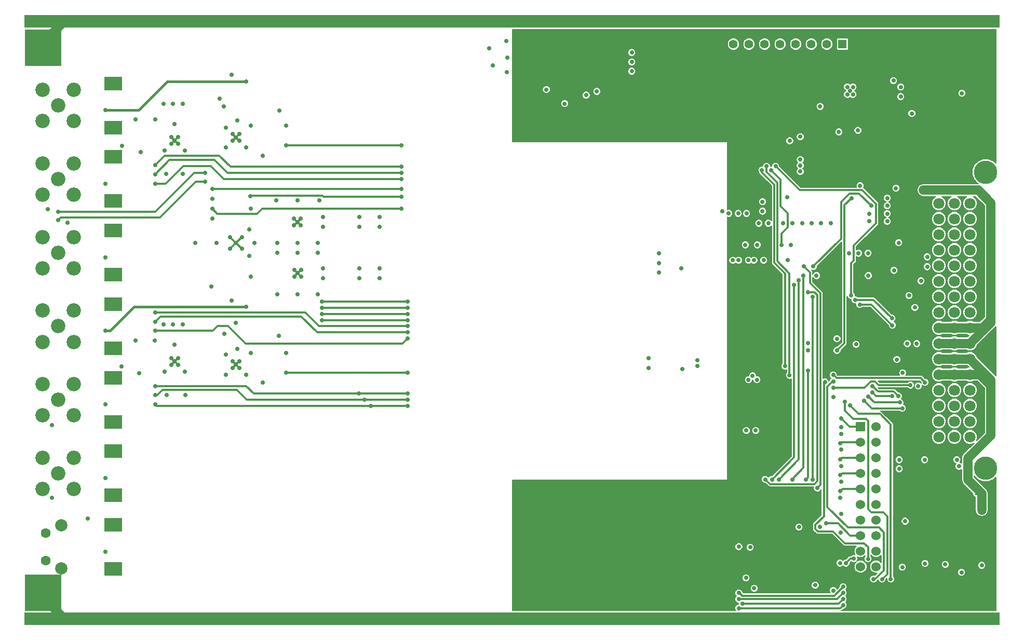
<source format=gbl>
G04 (created by PCBNEW (2013-07-07 BZR 4022)-stable) date 25/09/2013 17:04:21*
%MOIN*%
G04 Gerber Fmt 3.4, Leading zero omitted, Abs format*
%FSLAX34Y34*%
G01*
G70*
G90*
G04 APERTURE LIST*
%ADD10C,0.00590551*%
%ADD11R,0.06X0.06*%
%ADD12C,0.06*%
%ADD13C,0.0787*%
%ADD14C,0.063*%
%ADD15C,0.0709*%
%ADD16C,0.1496*%
%ADD17R,0.1181X0.0906*%
%ADD18C,0.0276*%
%ADD19R,6.25984X0.0787402*%
%ADD20R,0.055X0.055*%
%ADD21C,0.055*%
%ADD22C,0.0925*%
%ADD23R,0.23622X0.23622*%
%ADD24C,0.0275591*%
%ADD25C,0.015748*%
%ADD26C,0.011811*%
%ADD27C,0.0139764*%
%ADD28C,0.0591*%
%ADD29C,0.00984252*%
%ADD30C,0.0590551*%
%ADD31C,0.00787402*%
G04 APERTURE END LIST*
G54D10*
G54D11*
X73554Y-46210D03*
G54D12*
X74554Y-46210D03*
X73554Y-47210D03*
X74554Y-47210D03*
X73554Y-48210D03*
X74554Y-48210D03*
X73554Y-49210D03*
X74554Y-49210D03*
X73554Y-50210D03*
X74554Y-50210D03*
X73554Y-51210D03*
X74554Y-51210D03*
X73554Y-52210D03*
X74554Y-52210D03*
X73554Y-53210D03*
X74554Y-53210D03*
X73554Y-54210D03*
X74554Y-54210D03*
X73554Y-55210D03*
X74554Y-55210D03*
G54D13*
X22239Y-52559D03*
X22239Y-55315D03*
G54D14*
X21259Y-53051D03*
X21259Y-54823D03*
G54D15*
X80590Y-31870D03*
X80590Y-32870D03*
X80590Y-33870D03*
X80590Y-34870D03*
X80590Y-35870D03*
X80590Y-36870D03*
X80590Y-37870D03*
X80590Y-38870D03*
X80590Y-39870D03*
X80590Y-40870D03*
X80590Y-41870D03*
X80590Y-42870D03*
X80590Y-43870D03*
X80590Y-44870D03*
X80590Y-45870D03*
X80590Y-46870D03*
X79590Y-31870D03*
X79590Y-32870D03*
X79590Y-33870D03*
X79590Y-34870D03*
X79590Y-35870D03*
X79590Y-36870D03*
X79590Y-37870D03*
X79590Y-38870D03*
X79590Y-39870D03*
X79590Y-40870D03*
X79590Y-41870D03*
X79590Y-42870D03*
X79590Y-43870D03*
X79590Y-44870D03*
X79590Y-45870D03*
X79590Y-46870D03*
X78590Y-31870D03*
X78590Y-32870D03*
X78590Y-33870D03*
X78590Y-34870D03*
X78590Y-35870D03*
X78590Y-36870D03*
X78590Y-37870D03*
X78590Y-38870D03*
X78590Y-39870D03*
X78590Y-40870D03*
X78590Y-41870D03*
X78590Y-42870D03*
X78590Y-43870D03*
X78590Y-44870D03*
X78590Y-45870D03*
X78590Y-46870D03*
G54D16*
X81590Y-29870D03*
X81590Y-48870D03*
G54D17*
X25590Y-52520D03*
X25590Y-55354D03*
X25590Y-24173D03*
X25590Y-27007D03*
G54D18*
X72893Y-24645D03*
X73070Y-24409D03*
X72716Y-24881D03*
X72716Y-24409D03*
X73070Y-24881D03*
G54D19*
X51181Y-58543D03*
X51181Y-20196D03*
G54D20*
X72397Y-21653D03*
G54D21*
X71397Y-21653D03*
X70397Y-21653D03*
X69397Y-21653D03*
X68397Y-21653D03*
X67397Y-21653D03*
X66397Y-21653D03*
X65397Y-21653D03*
G54D22*
X21043Y-26594D03*
X21043Y-24586D03*
X23051Y-24586D03*
X23051Y-26594D03*
X22047Y-25590D03*
X21043Y-45492D03*
X21043Y-43484D03*
X23051Y-43484D03*
X23051Y-45492D03*
X22047Y-44488D03*
X21043Y-50216D03*
X21043Y-48208D03*
X23051Y-48208D03*
X23051Y-50216D03*
X22047Y-49212D03*
X21043Y-40767D03*
X21043Y-38759D03*
X23051Y-38759D03*
X23051Y-40767D03*
X22047Y-39763D03*
G54D17*
X25590Y-28897D03*
X25590Y-31731D03*
X25590Y-47795D03*
X25590Y-50629D03*
X25590Y-38346D03*
X25590Y-41180D03*
G54D22*
X21043Y-31318D03*
X21043Y-29310D03*
X23051Y-29310D03*
X23051Y-31318D03*
X22047Y-30314D03*
X21043Y-36043D03*
X21043Y-34035D03*
X23051Y-34035D03*
X23051Y-36043D03*
X22047Y-35039D03*
G54D17*
X25590Y-33622D03*
X25590Y-36456D03*
X25590Y-43071D03*
X25590Y-45905D03*
G54D23*
X21090Y-56870D03*
X21090Y-21870D03*
G54D24*
X56633Y-26259D03*
X55944Y-26259D03*
X76692Y-50590D03*
X76692Y-50984D03*
X76692Y-50196D03*
X76318Y-50984D03*
X76318Y-50590D03*
X76318Y-50196D03*
X50866Y-23444D03*
X50870Y-22500D03*
X50826Y-21437D03*
X33562Y-41220D03*
X32814Y-42874D03*
X41377Y-36673D03*
X41377Y-36043D03*
X41377Y-33385D03*
X41377Y-32755D03*
X34114Y-42874D03*
X34114Y-28287D03*
X34409Y-26889D03*
X34409Y-41476D03*
X37401Y-31692D03*
X37401Y-37716D03*
X37421Y-35039D03*
X37421Y-34409D03*
X34665Y-34409D03*
X34311Y-33562D03*
X34311Y-35255D03*
X32224Y-34409D03*
X32814Y-41574D03*
X33562Y-26555D03*
X32814Y-27007D03*
X32814Y-28287D03*
X29527Y-26791D03*
X28267Y-26496D03*
X30177Y-28484D03*
X28877Y-28484D03*
X29527Y-40964D03*
X28248Y-40688D03*
X30177Y-42677D03*
X28877Y-42677D03*
X25078Y-25866D03*
X25078Y-40059D03*
X23956Y-52125D03*
X25078Y-54232D03*
X25078Y-49507D03*
X25078Y-44783D03*
X25078Y-35334D03*
X25078Y-30610D03*
X34118Y-24035D03*
X34118Y-38523D03*
X69685Y-29055D03*
X69685Y-29448D03*
X69685Y-29822D03*
X73523Y-30748D03*
X75826Y-30905D03*
X65748Y-53917D03*
X66200Y-55925D03*
X72283Y-53011D03*
X72322Y-51811D03*
X72322Y-49763D03*
X72322Y-48740D03*
X72322Y-47696D03*
X72322Y-46673D03*
X71811Y-56732D03*
X72244Y-54980D03*
X65354Y-35531D03*
X67342Y-35531D03*
X66358Y-35531D03*
X63090Y-42303D03*
X66633Y-42952D03*
X70177Y-40846D03*
X77696Y-55000D03*
X76259Y-42755D03*
X67027Y-33149D03*
X69192Y-33149D03*
X72263Y-50787D03*
X74133Y-33031D03*
X72322Y-45669D03*
X79744Y-48346D03*
X76555Y-40885D03*
X76673Y-37795D03*
X77165Y-40885D03*
X44488Y-38188D03*
X38976Y-38188D03*
X31496Y-30492D03*
X22047Y-32952D03*
X31496Y-29921D03*
X22047Y-32401D03*
X44094Y-30964D03*
X31948Y-30964D03*
X44094Y-32224D03*
X31948Y-32224D03*
X70177Y-41318D03*
X65728Y-35531D03*
X73425Y-35078D03*
X68877Y-35531D03*
X66712Y-35531D03*
X66358Y-43208D03*
X63090Y-41948D03*
X74330Y-43602D03*
X75984Y-44251D03*
X74055Y-44271D03*
X76082Y-44665D03*
X73779Y-44547D03*
X76240Y-45039D03*
X81909Y-32362D03*
G54D18*
X77637Y-31024D03*
X79251Y-31024D03*
X78700Y-31024D03*
X78149Y-31024D03*
X79802Y-31024D03*
G54D24*
X44094Y-31437D03*
X34389Y-31417D03*
X71811Y-42893D03*
X77696Y-43366D03*
X28267Y-39468D03*
X44488Y-40157D03*
X36692Y-42736D03*
X44488Y-42736D03*
X68996Y-42913D03*
X67519Y-29488D03*
X44488Y-44881D03*
X42125Y-44881D03*
X28267Y-44783D03*
X44488Y-44094D03*
X41338Y-44094D03*
X28267Y-43602D03*
X44488Y-44488D03*
X41732Y-44488D03*
X28267Y-44192D03*
X38976Y-39370D03*
X44488Y-39370D03*
X44488Y-40551D03*
X28267Y-40059D03*
X36692Y-28149D03*
X44094Y-28149D03*
X38976Y-38582D03*
X44488Y-38582D03*
X38976Y-38976D03*
X44488Y-38976D03*
X28267Y-29429D03*
X44094Y-29527D03*
X74251Y-32027D03*
X70531Y-35925D03*
X72972Y-31535D03*
X72047Y-41318D03*
X68700Y-42322D03*
X67224Y-29744D03*
X28267Y-30610D03*
X44094Y-30314D03*
X28267Y-30019D03*
X44094Y-29921D03*
X28267Y-38877D03*
X44488Y-39763D03*
X74035Y-54704D03*
X71279Y-43346D03*
X81082Y-50492D03*
G54D18*
X81338Y-50828D03*
X81338Y-51182D03*
X81338Y-51576D03*
G54D24*
X68484Y-34547D03*
X67814Y-29744D03*
X71811Y-43700D03*
X76751Y-43543D03*
X75570Y-39251D03*
X73208Y-38070D03*
X75590Y-39704D03*
X73503Y-38366D03*
X65748Y-56889D03*
X74389Y-56003D03*
X71811Y-43307D03*
X72440Y-56496D03*
X65748Y-57283D03*
X72440Y-56889D03*
X74940Y-56003D03*
X72559Y-44606D03*
X65748Y-57874D03*
X72440Y-57677D03*
X74330Y-44015D03*
X75570Y-44251D03*
X72440Y-57283D03*
X72874Y-44862D03*
X65984Y-57578D03*
X75492Y-56003D03*
X68110Y-29488D03*
X72952Y-37795D03*
X73129Y-54685D03*
X72618Y-54980D03*
X36200Y-40393D03*
X36240Y-25905D03*
X30039Y-39665D03*
X29429Y-39665D03*
X28818Y-39665D03*
X30039Y-25492D03*
X29429Y-25492D03*
X28818Y-25492D03*
X36102Y-34409D03*
X49940Y-23011D03*
X49704Y-21929D03*
X53385Y-24566D03*
X54566Y-25472D03*
X58877Y-23385D03*
X58877Y-22795D03*
X58877Y-22185D03*
X56633Y-24685D03*
X55944Y-24921D03*
X66830Y-46456D03*
X66220Y-46456D03*
X34409Y-36594D03*
X21653Y-46122D03*
X21653Y-50767D03*
X33188Y-23622D03*
X33188Y-38110D03*
X33838Y-34783D03*
X33090Y-34783D03*
X33090Y-34035D03*
X33464Y-34409D03*
X33838Y-34035D03*
X37637Y-36574D03*
X37204Y-36574D03*
X37204Y-36141D03*
X37421Y-36358D03*
X37637Y-36141D03*
X37618Y-33287D03*
X37185Y-33287D03*
X37185Y-32854D03*
X37401Y-33070D03*
X37618Y-32854D03*
X33681Y-27854D03*
X33248Y-27854D03*
X33248Y-27421D03*
X33464Y-27637D03*
X33681Y-27421D03*
X29744Y-28051D03*
X29311Y-28051D03*
X29311Y-27618D03*
X29527Y-27834D03*
X29744Y-27618D03*
X33681Y-42440D03*
X33248Y-42440D03*
X33248Y-42007D03*
X33464Y-42224D03*
X33681Y-42007D03*
X29744Y-42244D03*
X29311Y-42244D03*
X29311Y-41811D03*
X29527Y-42027D03*
X29744Y-41811D03*
X31889Y-37224D03*
X22657Y-33110D03*
X21377Y-32244D03*
X42677Y-32755D03*
X42677Y-33385D03*
X42677Y-36043D03*
X42677Y-36673D03*
X39055Y-36673D03*
X39055Y-36043D03*
X39055Y-33385D03*
X39055Y-32755D03*
X31948Y-32854D03*
X31948Y-31594D03*
X33464Y-39547D03*
X35196Y-43366D03*
X35196Y-28799D03*
X36692Y-41476D03*
X36692Y-26889D03*
X38720Y-37716D03*
X36102Y-37716D03*
X38818Y-31692D03*
X36043Y-31692D03*
X38720Y-35039D03*
X38720Y-34409D03*
X36102Y-35039D03*
X34409Y-32224D03*
X30866Y-34409D03*
X32716Y-40236D03*
X32401Y-25137D03*
X32696Y-25649D03*
X26122Y-42362D03*
X27007Y-40688D03*
X27007Y-26496D03*
X26141Y-28169D03*
X27342Y-28582D03*
X27244Y-42795D03*
X30216Y-44173D03*
X29015Y-44173D03*
X30059Y-29980D03*
X28996Y-29980D03*
X81338Y-55118D03*
X70964Y-25649D03*
X75669Y-23996D03*
X76141Y-24409D03*
X76141Y-25019D03*
X76850Y-26102D03*
X69685Y-27598D03*
X69015Y-27854D03*
X73385Y-27185D03*
X72165Y-27283D03*
X80059Y-24803D03*
X76043Y-48917D03*
X76043Y-48346D03*
X78996Y-55059D03*
X76240Y-55236D03*
X59960Y-41830D03*
X59960Y-42440D03*
X60610Y-36318D03*
X60610Y-35708D03*
X60610Y-35098D03*
X66240Y-32519D03*
X65708Y-32519D03*
X65098Y-32519D03*
X64685Y-32381D03*
X72322Y-46259D03*
X73267Y-40925D03*
X70649Y-56397D03*
X66732Y-56594D03*
X62106Y-42500D03*
X66909Y-43208D03*
X71811Y-44330D03*
X62047Y-36043D03*
X69074Y-34547D03*
X66161Y-34547D03*
X66929Y-34547D03*
X72047Y-40570D03*
X67263Y-31771D03*
X67263Y-32381D03*
X67637Y-33149D03*
X71653Y-33149D03*
X71023Y-33149D03*
X70413Y-33149D03*
X69803Y-33149D03*
X68582Y-33149D03*
X68858Y-31476D03*
X74133Y-32539D03*
X75275Y-33031D03*
X75275Y-32539D03*
X75275Y-32027D03*
X75275Y-31535D03*
X69606Y-52657D03*
X70944Y-52657D03*
X66476Y-53956D03*
X74055Y-36515D03*
X80039Y-55570D03*
X76417Y-52283D03*
X77677Y-48346D03*
X75885Y-41909D03*
X77047Y-38562D03*
X79881Y-48759D03*
X70728Y-36515D03*
X74035Y-35078D03*
X72814Y-35078D03*
X75708Y-36181D03*
X77834Y-35944D03*
X77834Y-35314D03*
X76003Y-34409D03*
X77263Y-43602D03*
X77440Y-36850D03*
X72263Y-47283D03*
X72263Y-49330D03*
X69173Y-49606D03*
X69881Y-36515D03*
X70787Y-50157D03*
X69921Y-35905D03*
X71358Y-52421D03*
X72263Y-50354D03*
X72263Y-48307D03*
X70039Y-49606D03*
X70177Y-42618D03*
X70177Y-37578D03*
X67440Y-49606D03*
X67874Y-49606D03*
X69291Y-37106D03*
X70472Y-37874D03*
X70472Y-49606D03*
X68307Y-49606D03*
X69586Y-36811D03*
G54D25*
X50870Y-22500D02*
X50866Y-22500D01*
X34118Y-24035D02*
X29055Y-24035D01*
X27224Y-25866D02*
X25078Y-25866D01*
X29055Y-24035D02*
X27224Y-25866D01*
X34118Y-38523D02*
X26909Y-38523D01*
X25374Y-40059D02*
X25078Y-40059D01*
X26909Y-38523D02*
X25374Y-40059D01*
G54D26*
X34118Y-24035D02*
X34114Y-24035D01*
X34118Y-38523D02*
X34114Y-38523D01*
X72863Y-46210D02*
X73554Y-46210D01*
X72322Y-45669D02*
X72863Y-46210D01*
X38976Y-38188D02*
X44488Y-38188D01*
G54D27*
X22047Y-32952D02*
X22204Y-32795D01*
X22204Y-32795D02*
X28582Y-32795D01*
X30885Y-30492D02*
X28582Y-32795D01*
X31496Y-30492D02*
X30885Y-30492D01*
X31496Y-29921D02*
X30767Y-29921D01*
X30767Y-29921D02*
X28287Y-32401D01*
X28287Y-32401D02*
X22047Y-32401D01*
G54D26*
X44094Y-30964D02*
X31948Y-30964D01*
X44094Y-32224D02*
X35137Y-32224D01*
X32263Y-32539D02*
X31948Y-32224D01*
X34822Y-32539D02*
X32263Y-32539D01*
X35137Y-32224D02*
X34822Y-32539D01*
X75688Y-43956D02*
X74685Y-43956D01*
X74685Y-43956D02*
X74330Y-43602D01*
X75984Y-44251D02*
X75688Y-43956D01*
X74448Y-44665D02*
X74055Y-44271D01*
X76082Y-44665D02*
X74448Y-44665D01*
X74271Y-45039D02*
X73779Y-44547D01*
X76240Y-45039D02*
X74271Y-45039D01*
X81909Y-32362D02*
X81928Y-32362D01*
X81928Y-32362D02*
X81928Y-32363D01*
G54D28*
X81101Y-31024D02*
X80393Y-31024D01*
X81928Y-31851D02*
X81101Y-31024D01*
X81928Y-32363D02*
X81928Y-31851D01*
X81389Y-39871D02*
X81928Y-39332D01*
X80393Y-31024D02*
X79802Y-31024D01*
X80393Y-31024D02*
X80392Y-31024D01*
X79251Y-31024D02*
X78700Y-31024D01*
X79590Y-39871D02*
X80590Y-39871D01*
X77637Y-31024D02*
X77598Y-31024D01*
X80590Y-40871D02*
X81928Y-39533D01*
X78149Y-31024D02*
X77637Y-31024D01*
X79590Y-40871D02*
X80590Y-40871D01*
X78590Y-39871D02*
X79590Y-39871D01*
X81928Y-39533D02*
X81928Y-39332D01*
X79802Y-31024D02*
X79251Y-31024D01*
X78700Y-31024D02*
X78149Y-31024D01*
X81928Y-39332D02*
X81928Y-32363D01*
X78590Y-40871D02*
X79590Y-40871D01*
X80590Y-39871D02*
X81389Y-39871D01*
G54D26*
X44094Y-31437D02*
X39074Y-31437D01*
X34429Y-31377D02*
X34389Y-31417D01*
X39015Y-31377D02*
X34429Y-31377D01*
X39074Y-31437D02*
X39015Y-31377D01*
X72657Y-43090D02*
X72007Y-43090D01*
X72007Y-43090D02*
X71811Y-42893D01*
X77421Y-43090D02*
X72657Y-43090D01*
X72657Y-43090D02*
X72677Y-43090D01*
X77696Y-43366D02*
X77421Y-43090D01*
X28267Y-39468D02*
X28602Y-39133D01*
X28602Y-39133D02*
X37657Y-39133D01*
X37657Y-39133D02*
X38681Y-40157D01*
X38681Y-40157D02*
X44488Y-40157D01*
X36692Y-42736D02*
X44488Y-42736D01*
X67519Y-29488D02*
X67519Y-29862D01*
X67519Y-29862D02*
X68208Y-30551D01*
X68208Y-35590D02*
X68208Y-30551D01*
X68996Y-36377D02*
X68208Y-35590D01*
X68996Y-42913D02*
X68996Y-36377D01*
X42125Y-44881D02*
X44488Y-44881D01*
X28366Y-44881D02*
X42125Y-44881D01*
X28267Y-44783D02*
X28366Y-44881D01*
X41338Y-44094D02*
X44488Y-44094D01*
X34114Y-43602D02*
X34606Y-44094D01*
X34606Y-44094D02*
X41338Y-44094D01*
X28267Y-43602D02*
X34114Y-43602D01*
X41732Y-44488D02*
X44488Y-44488D01*
X28405Y-44192D02*
X28740Y-43858D01*
X28740Y-43858D02*
X33523Y-43858D01*
X33523Y-43858D02*
X34153Y-44488D01*
X34153Y-44488D02*
X41732Y-44488D01*
X28267Y-44192D02*
X28405Y-44192D01*
X44488Y-39370D02*
X38976Y-39370D01*
X32952Y-39763D02*
X34074Y-40885D01*
X44153Y-40885D02*
X44488Y-40551D01*
X34074Y-40885D02*
X44153Y-40885D01*
X28267Y-40059D02*
X31988Y-40059D01*
X31988Y-40059D02*
X32283Y-39763D01*
X32283Y-39763D02*
X32952Y-39763D01*
X36692Y-28149D02*
X44094Y-28149D01*
X38976Y-38582D02*
X44488Y-38582D01*
X44488Y-38976D02*
X38976Y-38976D01*
X28267Y-29429D02*
X28897Y-28799D01*
X28897Y-28799D02*
X32381Y-28799D01*
X32381Y-28799D02*
X33110Y-29527D01*
X33110Y-29527D02*
X44094Y-29527D01*
X73464Y-31240D02*
X74251Y-32027D01*
X72854Y-31240D02*
X73464Y-31240D01*
X72303Y-31791D02*
X72854Y-31240D01*
X72303Y-34153D02*
X72303Y-31791D01*
X70531Y-35925D02*
X72303Y-34153D01*
X72519Y-31988D02*
X72972Y-31535D01*
X72519Y-40846D02*
X72519Y-31988D01*
X72047Y-41318D02*
X72519Y-40846D01*
X68011Y-35688D02*
X68011Y-30669D01*
X68700Y-36377D02*
X68011Y-35688D01*
X68700Y-42322D02*
X68700Y-36377D01*
X67224Y-29881D02*
X68011Y-30669D01*
X67224Y-29744D02*
X67224Y-29881D01*
X28267Y-30610D02*
X28937Y-30610D01*
X28937Y-30610D02*
X30078Y-29468D01*
X30078Y-29468D02*
X31850Y-29468D01*
X31850Y-29468D02*
X32696Y-30314D01*
X32696Y-30314D02*
X44094Y-30314D01*
X28267Y-30019D02*
X29192Y-29094D01*
X29192Y-29094D02*
X32086Y-29094D01*
X32086Y-29094D02*
X32913Y-29921D01*
X32913Y-29921D02*
X44094Y-29921D01*
X28267Y-38877D02*
X37913Y-38877D01*
X37913Y-38877D02*
X38799Y-39763D01*
X38799Y-39763D02*
X44488Y-39763D01*
X71279Y-43346D02*
X71200Y-43425D01*
X71200Y-43425D02*
X71200Y-51968D01*
X71200Y-51968D02*
X70649Y-52519D01*
X70649Y-52519D02*
X70649Y-52775D01*
X70649Y-52775D02*
X70826Y-52952D01*
X70826Y-52952D02*
X71456Y-52952D01*
X71456Y-52952D02*
X71791Y-52952D01*
X71791Y-52952D02*
X72539Y-53700D01*
X72539Y-53700D02*
X73779Y-53700D01*
X73779Y-53700D02*
X74035Y-53956D01*
X74035Y-53956D02*
X74035Y-54704D01*
G54D29*
X81023Y-50551D02*
X80925Y-50551D01*
X81082Y-50492D02*
X81023Y-50551D01*
G54D28*
X81338Y-51182D02*
X81338Y-50828D01*
X81338Y-51576D02*
X81338Y-51182D01*
X81928Y-46772D02*
X80451Y-48248D01*
X81928Y-43584D02*
X81928Y-46772D01*
X80451Y-48248D02*
X80451Y-49626D01*
X81338Y-50828D02*
X81338Y-50513D01*
X80451Y-49626D02*
X81338Y-50513D01*
X81215Y-42871D02*
X81928Y-43584D01*
X79590Y-41871D02*
X80590Y-41871D01*
X78590Y-42871D02*
X79590Y-42871D01*
X78590Y-41871D02*
X79590Y-41871D01*
X80590Y-41871D02*
X81928Y-43209D01*
X79590Y-42871D02*
X80590Y-42871D01*
X81928Y-43209D02*
X81928Y-43584D01*
X80590Y-42871D02*
X81215Y-42871D01*
G54D26*
X68425Y-32047D02*
X68425Y-30357D01*
X68877Y-32500D02*
X68425Y-32047D01*
X68877Y-33405D02*
X68877Y-32500D01*
X68484Y-33799D02*
X68877Y-33405D01*
X68484Y-34547D02*
X68484Y-33799D01*
X67814Y-29746D02*
X68425Y-30357D01*
X67814Y-29744D02*
X67814Y-29746D01*
X71811Y-43700D02*
X72972Y-43700D01*
X76751Y-43543D02*
X74704Y-43543D01*
X74704Y-43543D02*
X74468Y-43307D01*
X74468Y-43307D02*
X74212Y-43307D01*
X74212Y-43307D02*
X73818Y-43700D01*
X73818Y-43700D02*
X72972Y-43700D01*
X75570Y-39251D02*
X74389Y-38070D01*
X74389Y-38070D02*
X73208Y-38070D01*
X75590Y-39704D02*
X74251Y-38366D01*
X74251Y-38366D02*
X73503Y-38366D01*
X75059Y-55433D02*
X74488Y-56003D01*
X74488Y-56003D02*
X74389Y-56003D01*
X75059Y-55334D02*
X75059Y-55433D01*
X71811Y-43307D02*
X71751Y-43307D01*
X75059Y-53011D02*
X75059Y-55334D01*
X74744Y-52696D02*
X75059Y-53011D01*
X72736Y-52696D02*
X74744Y-52696D01*
X71417Y-51377D02*
X72736Y-52696D01*
X71417Y-43641D02*
X71417Y-51377D01*
X71751Y-43307D02*
X71417Y-43641D01*
X65783Y-56889D02*
X65960Y-57066D01*
X65960Y-57066D02*
X71870Y-57066D01*
X71870Y-57066D02*
X72440Y-56496D01*
X65748Y-56889D02*
X65783Y-56889D01*
X72047Y-57283D02*
X65748Y-57283D01*
X72440Y-56889D02*
X72047Y-57283D01*
X75275Y-55590D02*
X75275Y-55669D01*
X75275Y-55669D02*
X74940Y-56003D01*
X75275Y-55511D02*
X75275Y-55590D01*
X72559Y-45196D02*
X73070Y-45708D01*
X73070Y-45708D02*
X73917Y-45708D01*
X73917Y-45708D02*
X74055Y-45846D01*
X74055Y-45846D02*
X74055Y-51515D01*
X74055Y-51515D02*
X74251Y-51712D01*
X74251Y-51712D02*
X75019Y-51712D01*
X75019Y-51712D02*
X75275Y-51968D01*
X75275Y-51968D02*
X75275Y-55511D01*
X72559Y-44606D02*
X72559Y-45196D01*
X72244Y-57874D02*
X65748Y-57874D01*
X74566Y-44251D02*
X74330Y-44015D01*
X75570Y-44251D02*
X74566Y-44251D01*
X72440Y-57677D02*
X72244Y-57874D01*
X72440Y-57283D02*
X72145Y-57578D01*
X74803Y-45393D02*
X75492Y-46082D01*
X75492Y-46082D02*
X75492Y-55846D01*
X72874Y-44862D02*
X73405Y-45393D01*
X73405Y-45393D02*
X74803Y-45393D01*
X72145Y-57578D02*
X65984Y-57578D01*
X75492Y-56003D02*
X75492Y-55846D01*
X72952Y-35708D02*
X73110Y-35551D01*
X73110Y-35551D02*
X73110Y-34586D01*
X73110Y-34586D02*
X74547Y-33149D01*
X74547Y-33149D02*
X74547Y-31909D01*
X74547Y-31909D02*
X73661Y-31023D01*
X73661Y-31023D02*
X69645Y-31023D01*
X69645Y-31023D02*
X68110Y-29488D01*
X72952Y-37795D02*
X72952Y-35708D01*
X68110Y-29488D02*
X68110Y-29488D01*
X73129Y-54685D02*
X72913Y-54685D01*
X72913Y-54685D02*
X72618Y-54980D01*
X33464Y-34409D02*
X33838Y-34783D01*
X33464Y-34409D02*
X33090Y-34783D01*
X33464Y-34409D02*
X33090Y-34035D01*
X33464Y-34409D02*
X33838Y-34035D01*
X37421Y-36358D02*
X37637Y-36574D01*
X37421Y-36358D02*
X37204Y-36574D01*
X37421Y-36358D02*
X37204Y-36141D01*
X37421Y-36358D02*
X37637Y-36141D01*
X37401Y-33070D02*
X37618Y-33287D01*
X37401Y-33070D02*
X37185Y-33287D01*
X37401Y-33070D02*
X37185Y-32854D01*
X37401Y-33070D02*
X37618Y-32854D01*
X33464Y-27637D02*
X33681Y-27854D01*
X33464Y-27637D02*
X33248Y-27854D01*
X33464Y-27637D02*
X33248Y-27421D01*
X33464Y-27637D02*
X33681Y-27421D01*
X29527Y-27834D02*
X29744Y-28051D01*
X29527Y-27834D02*
X29311Y-28051D01*
X29527Y-27834D02*
X29311Y-27618D01*
X29527Y-27834D02*
X29744Y-27618D01*
X33464Y-42224D02*
X33681Y-42440D01*
X33464Y-42224D02*
X33248Y-42440D01*
X33464Y-42224D02*
X33248Y-42007D01*
X33464Y-42224D02*
X33681Y-42007D01*
X29527Y-42027D02*
X29744Y-42244D01*
X29527Y-42027D02*
X29311Y-42244D01*
X29527Y-42027D02*
X29311Y-41811D01*
X29527Y-42027D02*
X29744Y-41811D01*
G54D30*
X20767Y-56871D02*
X22439Y-58543D01*
X22439Y-58543D02*
X51181Y-58543D01*
X20767Y-21871D02*
X22441Y-20196D01*
X22441Y-20196D02*
X51181Y-20196D01*
G54D26*
X72337Y-47210D02*
X73554Y-47210D01*
X72263Y-47283D02*
X72337Y-47210D01*
X72384Y-49210D02*
X73554Y-49210D01*
X72263Y-49330D02*
X72384Y-49210D01*
X69173Y-49606D02*
X69173Y-49566D01*
X69881Y-48858D02*
X69881Y-36515D01*
X69173Y-49566D02*
X69881Y-48858D01*
X70787Y-50157D02*
X70984Y-49960D01*
X70984Y-49960D02*
X70984Y-37657D01*
X70984Y-37657D02*
X70314Y-36988D01*
X70314Y-36988D02*
X70314Y-36299D01*
X70314Y-36299D02*
X69921Y-35905D01*
X71358Y-52421D02*
X72106Y-52421D01*
X72895Y-53210D02*
X73554Y-53210D01*
X72106Y-52421D02*
X72895Y-53210D01*
X72408Y-50210D02*
X73554Y-50210D01*
X72263Y-50354D02*
X72408Y-50210D01*
X72360Y-48210D02*
X73554Y-48210D01*
X72263Y-48307D02*
X72360Y-48210D01*
X70039Y-49606D02*
X70039Y-49606D01*
X70177Y-49468D02*
X70177Y-42618D01*
X70039Y-49606D02*
X70177Y-49468D01*
X70590Y-37578D02*
X70767Y-37755D01*
X70177Y-37578D02*
X70590Y-37578D01*
X67736Y-49901D02*
X70590Y-49901D01*
X67440Y-49606D02*
X67736Y-49901D01*
X70767Y-49724D02*
X70767Y-37755D01*
X70590Y-49901D02*
X70767Y-49724D01*
X67874Y-49606D02*
X67874Y-49606D01*
X69291Y-48188D02*
X69291Y-37106D01*
X67874Y-49606D02*
X69291Y-48188D01*
X70472Y-37874D02*
X70472Y-49606D01*
X68307Y-49606D02*
X68307Y-49606D01*
X69586Y-48326D02*
X69586Y-36811D01*
X68307Y-49606D02*
X69586Y-48326D01*
G54D10*
G36*
X82244Y-58031D02*
X81594Y-58031D01*
X81594Y-55067D01*
X81555Y-54973D01*
X81483Y-54901D01*
X81389Y-54862D01*
X81287Y-54862D01*
X81193Y-54901D01*
X81121Y-54972D01*
X81082Y-55066D01*
X81082Y-55168D01*
X81121Y-55262D01*
X81193Y-55334D01*
X81287Y-55373D01*
X81389Y-55374D01*
X81483Y-55335D01*
X81555Y-55263D01*
X81594Y-55169D01*
X81594Y-55067D01*
X81594Y-58031D01*
X80295Y-58031D01*
X80295Y-55520D01*
X80256Y-55426D01*
X80184Y-55354D01*
X80090Y-55315D01*
X79988Y-55314D01*
X79894Y-55353D01*
X79822Y-55425D01*
X79783Y-55519D01*
X79783Y-55621D01*
X79822Y-55715D01*
X79894Y-55787D01*
X79988Y-55826D01*
X80090Y-55826D01*
X80184Y-55787D01*
X80256Y-55716D01*
X80295Y-55621D01*
X80295Y-55520D01*
X80295Y-58031D01*
X79252Y-58031D01*
X79252Y-55008D01*
X79213Y-54914D01*
X79141Y-54842D01*
X79063Y-54809D01*
X79063Y-46776D01*
X79063Y-45776D01*
X79063Y-44776D01*
X79063Y-43776D01*
X78991Y-43602D01*
X78858Y-43469D01*
X78684Y-43397D01*
X78496Y-43397D01*
X78323Y-43469D01*
X78190Y-43602D01*
X78118Y-43775D01*
X78117Y-43963D01*
X78189Y-44137D01*
X78322Y-44270D01*
X78496Y-44342D01*
X78684Y-44342D01*
X78857Y-44270D01*
X78990Y-44138D01*
X79063Y-43964D01*
X79063Y-43776D01*
X79063Y-44776D01*
X78991Y-44602D01*
X78858Y-44469D01*
X78684Y-44397D01*
X78496Y-44397D01*
X78323Y-44469D01*
X78190Y-44602D01*
X78118Y-44775D01*
X78117Y-44963D01*
X78189Y-45137D01*
X78322Y-45270D01*
X78496Y-45342D01*
X78684Y-45342D01*
X78857Y-45270D01*
X78990Y-45138D01*
X79063Y-44964D01*
X79063Y-44776D01*
X79063Y-45776D01*
X78991Y-45602D01*
X78858Y-45469D01*
X78684Y-45397D01*
X78496Y-45397D01*
X78323Y-45469D01*
X78190Y-45602D01*
X78118Y-45775D01*
X78117Y-45963D01*
X78189Y-46137D01*
X78322Y-46270D01*
X78496Y-46342D01*
X78684Y-46342D01*
X78857Y-46270D01*
X78990Y-46138D01*
X79063Y-45964D01*
X79063Y-45776D01*
X79063Y-46776D01*
X78991Y-46602D01*
X78858Y-46469D01*
X78684Y-46397D01*
X78496Y-46397D01*
X78323Y-46469D01*
X78190Y-46602D01*
X78118Y-46775D01*
X78117Y-46963D01*
X78189Y-47137D01*
X78322Y-47270D01*
X78496Y-47342D01*
X78684Y-47342D01*
X78857Y-47270D01*
X78990Y-47138D01*
X79063Y-46964D01*
X79063Y-46776D01*
X79063Y-54809D01*
X79047Y-54803D01*
X78945Y-54803D01*
X78851Y-54841D01*
X78779Y-54913D01*
X78740Y-55007D01*
X78740Y-55109D01*
X78778Y-55203D01*
X78850Y-55275D01*
X78944Y-55314D01*
X79046Y-55315D01*
X79140Y-55276D01*
X79212Y-55204D01*
X79251Y-55110D01*
X79252Y-55008D01*
X79252Y-58031D01*
X78090Y-58031D01*
X78090Y-35894D01*
X78090Y-35264D01*
X78051Y-35170D01*
X77979Y-35098D01*
X77885Y-35059D01*
X77783Y-35059D01*
X77689Y-35097D01*
X77617Y-35169D01*
X77578Y-35263D01*
X77578Y-35365D01*
X77617Y-35459D01*
X77689Y-35531D01*
X77783Y-35570D01*
X77885Y-35570D01*
X77979Y-35532D01*
X78051Y-35460D01*
X78090Y-35366D01*
X78090Y-35264D01*
X78090Y-35894D01*
X78051Y-35800D01*
X77979Y-35728D01*
X77885Y-35689D01*
X77783Y-35688D01*
X77689Y-35727D01*
X77617Y-35799D01*
X77578Y-35893D01*
X77578Y-35995D01*
X77617Y-36089D01*
X77689Y-36161D01*
X77783Y-36200D01*
X77885Y-36200D01*
X77979Y-36161D01*
X78051Y-36090D01*
X78090Y-35996D01*
X78090Y-35894D01*
X78090Y-58031D01*
X77952Y-58031D01*
X77952Y-54949D01*
X77952Y-43315D01*
X77913Y-43221D01*
X77841Y-43149D01*
X77747Y-43110D01*
X77696Y-43110D01*
X77696Y-36799D01*
X77658Y-36705D01*
X77586Y-36633D01*
X77492Y-36594D01*
X77390Y-36594D01*
X77296Y-36633D01*
X77224Y-36705D01*
X77185Y-36799D01*
X77184Y-36901D01*
X77223Y-36995D01*
X77295Y-37067D01*
X77389Y-37106D01*
X77491Y-37106D01*
X77585Y-37067D01*
X77657Y-36995D01*
X77696Y-36901D01*
X77696Y-36799D01*
X77696Y-43110D01*
X77691Y-43110D01*
X77546Y-42965D01*
X77489Y-42926D01*
X77421Y-42913D01*
X77421Y-40835D01*
X77382Y-40741D01*
X77310Y-40669D01*
X77303Y-40665D01*
X77303Y-38512D01*
X77264Y-38418D01*
X77192Y-38346D01*
X77106Y-38310D01*
X77106Y-26051D01*
X77067Y-25957D01*
X76995Y-25885D01*
X76901Y-25846D01*
X76799Y-25846D01*
X76705Y-25885D01*
X76633Y-25957D01*
X76594Y-26051D01*
X76594Y-26153D01*
X76633Y-26247D01*
X76705Y-26319D01*
X76799Y-26358D01*
X76901Y-26358D01*
X76995Y-26319D01*
X77067Y-26247D01*
X77106Y-26153D01*
X77106Y-26051D01*
X77106Y-38310D01*
X77098Y-38307D01*
X76996Y-38307D01*
X76929Y-38334D01*
X76929Y-37744D01*
X76890Y-37650D01*
X76818Y-37578D01*
X76724Y-37539D01*
X76622Y-37539D01*
X76528Y-37578D01*
X76456Y-37650D01*
X76417Y-37744D01*
X76417Y-37845D01*
X76456Y-37940D01*
X76528Y-38012D01*
X76622Y-38051D01*
X76723Y-38051D01*
X76817Y-38012D01*
X76890Y-37940D01*
X76929Y-37846D01*
X76929Y-37744D01*
X76929Y-38334D01*
X76902Y-38345D01*
X76830Y-38417D01*
X76791Y-38511D01*
X76791Y-38613D01*
X76830Y-38707D01*
X76902Y-38779D01*
X76996Y-38818D01*
X77097Y-38818D01*
X77192Y-38780D01*
X77264Y-38708D01*
X77303Y-38614D01*
X77303Y-38512D01*
X77303Y-40665D01*
X77216Y-40629D01*
X77114Y-40629D01*
X77020Y-40668D01*
X76948Y-40740D01*
X76909Y-40834D01*
X76909Y-40936D01*
X76948Y-41030D01*
X77020Y-41102D01*
X77114Y-41141D01*
X77216Y-41141D01*
X77310Y-41102D01*
X77382Y-41030D01*
X77421Y-40936D01*
X77421Y-40835D01*
X77421Y-42913D01*
X77421Y-42913D01*
X76811Y-42913D01*
X76811Y-40835D01*
X76772Y-40741D01*
X76700Y-40669D01*
X76606Y-40629D01*
X76504Y-40629D01*
X76410Y-40668D01*
X76397Y-40681D01*
X76397Y-24969D01*
X76397Y-24358D01*
X76358Y-24264D01*
X76286Y-24192D01*
X76192Y-24153D01*
X76091Y-24153D01*
X75996Y-24192D01*
X75925Y-24263D01*
X75925Y-23945D01*
X75886Y-23851D01*
X75814Y-23779D01*
X75720Y-23740D01*
X75618Y-23740D01*
X75524Y-23778D01*
X75452Y-23850D01*
X75413Y-23944D01*
X75413Y-24046D01*
X75452Y-24140D01*
X75524Y-24212D01*
X75618Y-24251D01*
X75719Y-24252D01*
X75814Y-24213D01*
X75886Y-24141D01*
X75925Y-24047D01*
X75925Y-23945D01*
X75925Y-24263D01*
X75924Y-24264D01*
X75885Y-24358D01*
X75885Y-24460D01*
X75924Y-24554D01*
X75996Y-24626D01*
X76090Y-24665D01*
X76192Y-24665D01*
X76286Y-24626D01*
X76358Y-24554D01*
X76397Y-24460D01*
X76397Y-24358D01*
X76397Y-24969D01*
X76358Y-24874D01*
X76286Y-24802D01*
X76192Y-24763D01*
X76091Y-24763D01*
X75996Y-24802D01*
X75924Y-24874D01*
X75885Y-24968D01*
X75885Y-25070D01*
X75924Y-25164D01*
X75996Y-25236D01*
X76090Y-25275D01*
X76192Y-25275D01*
X76286Y-25236D01*
X76358Y-25164D01*
X76397Y-25070D01*
X76397Y-24969D01*
X76397Y-40681D01*
X76338Y-40740D01*
X76299Y-40834D01*
X76299Y-40936D01*
X76338Y-41030D01*
X76409Y-41102D01*
X76503Y-41141D01*
X76605Y-41141D01*
X76699Y-41102D01*
X76771Y-41030D01*
X76810Y-40936D01*
X76811Y-40835D01*
X76811Y-42913D01*
X76464Y-42913D01*
X76476Y-42901D01*
X76515Y-42807D01*
X76515Y-42705D01*
X76476Y-42611D01*
X76404Y-42539D01*
X76310Y-42500D01*
X76259Y-42500D01*
X76259Y-34358D01*
X76221Y-34264D01*
X76149Y-34192D01*
X76082Y-34165D01*
X76082Y-30854D01*
X76043Y-30760D01*
X75971Y-30688D01*
X75877Y-30649D01*
X75776Y-30649D01*
X75682Y-30688D01*
X75609Y-30760D01*
X75570Y-30854D01*
X75570Y-30956D01*
X75609Y-31050D01*
X75681Y-31122D01*
X75775Y-31161D01*
X75877Y-31161D01*
X75971Y-31122D01*
X76043Y-31050D01*
X76082Y-30956D01*
X76082Y-30854D01*
X76082Y-34165D01*
X76055Y-34153D01*
X75953Y-34153D01*
X75859Y-34192D01*
X75787Y-34264D01*
X75748Y-34358D01*
X75747Y-34460D01*
X75786Y-34554D01*
X75858Y-34626D01*
X75952Y-34665D01*
X76054Y-34665D01*
X76148Y-34626D01*
X76220Y-34554D01*
X76259Y-34460D01*
X76259Y-34358D01*
X76259Y-42500D01*
X76209Y-42499D01*
X76141Y-42527D01*
X76141Y-41858D01*
X76102Y-41764D01*
X76030Y-41692D01*
X75964Y-41665D01*
X75964Y-36130D01*
X75925Y-36036D01*
X75853Y-35964D01*
X75759Y-35925D01*
X75657Y-35925D01*
X75563Y-35964D01*
X75531Y-35996D01*
X75531Y-32980D01*
X75492Y-32886D01*
X75420Y-32814D01*
X75350Y-32785D01*
X75420Y-32756D01*
X75492Y-32684D01*
X75531Y-32590D01*
X75531Y-32488D01*
X75492Y-32394D01*
X75420Y-32322D01*
X75326Y-32283D01*
X75326Y-32283D01*
X75420Y-32244D01*
X75492Y-32172D01*
X75531Y-32078D01*
X75531Y-31976D01*
X75492Y-31882D01*
X75420Y-31810D01*
X75350Y-31781D01*
X75420Y-31752D01*
X75492Y-31680D01*
X75531Y-31586D01*
X75531Y-31484D01*
X75492Y-31390D01*
X75420Y-31318D01*
X75326Y-31279D01*
X75224Y-31279D01*
X75130Y-31318D01*
X75058Y-31390D01*
X75019Y-31484D01*
X75019Y-31586D01*
X75058Y-31680D01*
X75130Y-31752D01*
X75200Y-31781D01*
X75130Y-31810D01*
X75058Y-31882D01*
X75019Y-31976D01*
X75019Y-32078D01*
X75058Y-32172D01*
X75130Y-32244D01*
X75224Y-32283D01*
X75326Y-32283D01*
X75224Y-32283D01*
X75130Y-32322D01*
X75058Y-32394D01*
X75019Y-32488D01*
X75019Y-32590D01*
X75058Y-32684D01*
X75130Y-32756D01*
X75200Y-32785D01*
X75130Y-32814D01*
X75058Y-32886D01*
X75019Y-32980D01*
X75019Y-33082D01*
X75058Y-33176D01*
X75130Y-33248D01*
X75224Y-33287D01*
X75326Y-33287D01*
X75420Y-33248D01*
X75492Y-33176D01*
X75531Y-33082D01*
X75531Y-32980D01*
X75531Y-35996D01*
X75491Y-36035D01*
X75452Y-36129D01*
X75452Y-36231D01*
X75491Y-36325D01*
X75563Y-36397D01*
X75657Y-36436D01*
X75759Y-36437D01*
X75853Y-36398D01*
X75925Y-36326D01*
X75964Y-36232D01*
X75964Y-36130D01*
X75964Y-41665D01*
X75936Y-41653D01*
X75835Y-41653D01*
X75741Y-41692D01*
X75669Y-41764D01*
X75629Y-41858D01*
X75629Y-41960D01*
X75668Y-42054D01*
X75740Y-42126D01*
X75834Y-42165D01*
X75936Y-42165D01*
X76030Y-42126D01*
X76102Y-42054D01*
X76141Y-41960D01*
X76141Y-41858D01*
X76141Y-42527D01*
X76115Y-42538D01*
X76043Y-42610D01*
X76003Y-42704D01*
X76003Y-42806D01*
X76042Y-42900D01*
X76055Y-42913D01*
X73523Y-42913D01*
X73523Y-40874D01*
X73484Y-40780D01*
X73412Y-40708D01*
X73318Y-40669D01*
X73217Y-40669D01*
X73122Y-40708D01*
X73050Y-40780D01*
X73011Y-40874D01*
X73011Y-40975D01*
X73050Y-41069D01*
X73122Y-41142D01*
X73216Y-41181D01*
X73318Y-41181D01*
X73412Y-41142D01*
X73484Y-41070D01*
X73523Y-40976D01*
X73523Y-40874D01*
X73523Y-42913D01*
X72677Y-42913D01*
X72657Y-42913D01*
X72081Y-42913D01*
X72066Y-42899D01*
X72066Y-42843D01*
X72028Y-42748D01*
X71956Y-42676D01*
X71862Y-42637D01*
X71760Y-42637D01*
X71666Y-42676D01*
X71594Y-42748D01*
X71555Y-42842D01*
X71555Y-42944D01*
X71593Y-43038D01*
X71655Y-43100D01*
X71594Y-43161D01*
X71557Y-43251D01*
X71528Y-43279D01*
X71496Y-43201D01*
X71424Y-43129D01*
X71330Y-43090D01*
X71228Y-43090D01*
X71161Y-43118D01*
X71161Y-37657D01*
X71147Y-37589D01*
X71147Y-37589D01*
X71109Y-37532D01*
X70492Y-36914D01*
X70492Y-36614D01*
X70511Y-36660D01*
X70583Y-36732D01*
X70677Y-36771D01*
X70779Y-36771D01*
X70873Y-36732D01*
X70945Y-36660D01*
X70984Y-36566D01*
X70984Y-36465D01*
X70945Y-36370D01*
X70873Y-36298D01*
X70779Y-36259D01*
X70677Y-36259D01*
X70583Y-36298D01*
X70511Y-36370D01*
X70492Y-36417D01*
X70492Y-36299D01*
X70478Y-36231D01*
X70440Y-36173D01*
X70423Y-36157D01*
X70480Y-36181D01*
X70582Y-36181D01*
X70676Y-36142D01*
X70748Y-36070D01*
X70787Y-35976D01*
X70787Y-35919D01*
X72342Y-34364D01*
X72342Y-40773D01*
X72303Y-40812D01*
X72303Y-40520D01*
X72264Y-40426D01*
X72192Y-40354D01*
X72098Y-40315D01*
X71996Y-40314D01*
X71902Y-40353D01*
X71830Y-40425D01*
X71791Y-40519D01*
X71791Y-40621D01*
X71830Y-40715D01*
X71902Y-40787D01*
X71996Y-40826D01*
X72097Y-40826D01*
X72192Y-40787D01*
X72264Y-40716D01*
X72303Y-40621D01*
X72303Y-40520D01*
X72303Y-40812D01*
X72052Y-41062D01*
X71996Y-41062D01*
X71902Y-41101D01*
X71830Y-41173D01*
X71791Y-41267D01*
X71791Y-41369D01*
X71830Y-41463D01*
X71902Y-41535D01*
X71996Y-41574D01*
X72097Y-41574D01*
X72192Y-41535D01*
X72264Y-41464D01*
X72303Y-41370D01*
X72303Y-41313D01*
X72644Y-40971D01*
X72683Y-40914D01*
X72696Y-40846D01*
X72696Y-37846D01*
X72735Y-37940D01*
X72807Y-38012D01*
X72901Y-38051D01*
X72952Y-38051D01*
X72952Y-38121D01*
X72991Y-38215D01*
X73063Y-38287D01*
X73157Y-38326D01*
X73248Y-38326D01*
X73247Y-38416D01*
X73286Y-38510D01*
X73358Y-38582D01*
X73452Y-38622D01*
X73554Y-38622D01*
X73648Y-38583D01*
X73688Y-38543D01*
X74178Y-38543D01*
X75334Y-39699D01*
X75334Y-39755D01*
X75373Y-39849D01*
X75445Y-39921D01*
X75539Y-39960D01*
X75641Y-39960D01*
X75735Y-39921D01*
X75807Y-39849D01*
X75846Y-39755D01*
X75846Y-39654D01*
X75807Y-39559D01*
X75735Y-39487D01*
X75702Y-39474D01*
X75715Y-39469D01*
X75787Y-39397D01*
X75826Y-39303D01*
X75826Y-39201D01*
X75787Y-39107D01*
X75716Y-39035D01*
X75621Y-38996D01*
X75565Y-38996D01*
X74515Y-37945D01*
X74457Y-37907D01*
X74389Y-37893D01*
X74311Y-37893D01*
X74311Y-36465D01*
X74291Y-36417D01*
X74291Y-35028D01*
X74252Y-34933D01*
X74180Y-34861D01*
X74086Y-34822D01*
X73984Y-34822D01*
X73890Y-34861D01*
X73818Y-34933D01*
X73779Y-35027D01*
X73779Y-35129D01*
X73818Y-35223D01*
X73890Y-35295D01*
X73984Y-35334D01*
X74086Y-35334D01*
X74180Y-35295D01*
X74252Y-35223D01*
X74291Y-35129D01*
X74291Y-35028D01*
X74291Y-36417D01*
X74272Y-36370D01*
X74200Y-36298D01*
X74106Y-36259D01*
X74004Y-36259D01*
X73910Y-36298D01*
X73838Y-36370D01*
X73799Y-36464D01*
X73799Y-36566D01*
X73838Y-36660D01*
X73909Y-36732D01*
X74003Y-36771D01*
X74105Y-36771D01*
X74199Y-36732D01*
X74271Y-36660D01*
X74310Y-36566D01*
X74311Y-36465D01*
X74311Y-37893D01*
X73393Y-37893D01*
X73353Y-37854D01*
X73259Y-37815D01*
X73208Y-37814D01*
X73208Y-37744D01*
X73169Y-37650D01*
X73129Y-37610D01*
X73129Y-35782D01*
X73235Y-35676D01*
X73273Y-35618D01*
X73287Y-35551D01*
X73287Y-35298D01*
X73374Y-35334D01*
X73475Y-35334D01*
X73569Y-35295D01*
X73642Y-35223D01*
X73681Y-35129D01*
X73681Y-35028D01*
X73642Y-34933D01*
X73570Y-34861D01*
X73476Y-34822D01*
X73374Y-34822D01*
X73287Y-34858D01*
X73287Y-34659D01*
X74672Y-33274D01*
X74710Y-33217D01*
X74724Y-33149D01*
X74724Y-31909D01*
X74710Y-31841D01*
X74672Y-31784D01*
X73786Y-30898D01*
X73748Y-30873D01*
X73779Y-30799D01*
X73779Y-30697D01*
X73740Y-30603D01*
X73668Y-30531D01*
X73641Y-30520D01*
X73641Y-27134D01*
X73602Y-27040D01*
X73530Y-26968D01*
X73436Y-26929D01*
X73335Y-26929D01*
X73326Y-26932D01*
X73326Y-24830D01*
X73287Y-24736D01*
X73215Y-24664D01*
X73170Y-24645D01*
X73215Y-24626D01*
X73287Y-24554D01*
X73326Y-24460D01*
X73326Y-24358D01*
X73287Y-24264D01*
X73215Y-24192D01*
X73121Y-24153D01*
X73019Y-24153D01*
X72925Y-24192D01*
X72893Y-24224D01*
X72861Y-24192D01*
X72790Y-24163D01*
X72790Y-21905D01*
X72790Y-21355D01*
X72772Y-21311D01*
X72739Y-21278D01*
X72696Y-21260D01*
X72649Y-21260D01*
X72099Y-21260D01*
X72055Y-21278D01*
X72022Y-21311D01*
X72004Y-21354D01*
X72004Y-21401D01*
X72004Y-21951D01*
X72022Y-21995D01*
X72055Y-22028D01*
X72099Y-22046D01*
X72146Y-22046D01*
X72696Y-22046D01*
X72739Y-22028D01*
X72772Y-21995D01*
X72790Y-21952D01*
X72790Y-21905D01*
X72790Y-24163D01*
X72767Y-24153D01*
X72665Y-24153D01*
X72571Y-24192D01*
X72499Y-24264D01*
X72460Y-24358D01*
X72460Y-24460D01*
X72499Y-24554D01*
X72571Y-24626D01*
X72617Y-24645D01*
X72571Y-24664D01*
X72499Y-24736D01*
X72460Y-24830D01*
X72460Y-24932D01*
X72499Y-25026D01*
X72571Y-25098D01*
X72665Y-25137D01*
X72767Y-25137D01*
X72861Y-25098D01*
X72893Y-25066D01*
X72925Y-25098D01*
X73019Y-25137D01*
X73121Y-25137D01*
X73215Y-25098D01*
X73287Y-25026D01*
X73326Y-24932D01*
X73326Y-24830D01*
X73326Y-26932D01*
X73241Y-26967D01*
X73169Y-27039D01*
X73129Y-27133D01*
X73129Y-27235D01*
X73168Y-27329D01*
X73240Y-27401D01*
X73334Y-27440D01*
X73436Y-27440D01*
X73530Y-27402D01*
X73602Y-27330D01*
X73641Y-27236D01*
X73641Y-27134D01*
X73641Y-30520D01*
X73574Y-30492D01*
X73472Y-30492D01*
X73378Y-30530D01*
X73306Y-30602D01*
X73267Y-30696D01*
X73267Y-30798D01*
X73287Y-30846D01*
X72421Y-30846D01*
X72421Y-27232D01*
X72382Y-27138D01*
X72310Y-27066D01*
X72216Y-27027D01*
X72114Y-27027D01*
X72020Y-27066D01*
X71948Y-27138D01*
X71909Y-27232D01*
X71909Y-27334D01*
X71948Y-27428D01*
X72020Y-27500D01*
X72114Y-27539D01*
X72216Y-27539D01*
X72310Y-27500D01*
X72382Y-27428D01*
X72421Y-27334D01*
X72421Y-27232D01*
X72421Y-30846D01*
X71790Y-30846D01*
X71790Y-21575D01*
X71731Y-21431D01*
X71620Y-21320D01*
X71476Y-21260D01*
X71319Y-21260D01*
X71175Y-21320D01*
X71064Y-21430D01*
X71004Y-21575D01*
X71004Y-21731D01*
X71064Y-21875D01*
X71174Y-21986D01*
X71319Y-22046D01*
X71475Y-22046D01*
X71620Y-21987D01*
X71730Y-21876D01*
X71790Y-21732D01*
X71790Y-21575D01*
X71790Y-30846D01*
X71220Y-30846D01*
X71220Y-25598D01*
X71181Y-25504D01*
X71109Y-25432D01*
X71015Y-25393D01*
X70913Y-25393D01*
X70819Y-25432D01*
X70790Y-25461D01*
X70790Y-21575D01*
X70731Y-21431D01*
X70620Y-21320D01*
X70476Y-21260D01*
X70319Y-21260D01*
X70175Y-21320D01*
X70064Y-21430D01*
X70004Y-21575D01*
X70004Y-21731D01*
X70064Y-21875D01*
X70174Y-21986D01*
X70319Y-22046D01*
X70475Y-22046D01*
X70620Y-21987D01*
X70730Y-21876D01*
X70790Y-21732D01*
X70790Y-21575D01*
X70790Y-25461D01*
X70747Y-25504D01*
X70708Y-25598D01*
X70708Y-25700D01*
X70747Y-25794D01*
X70819Y-25866D01*
X70913Y-25905D01*
X71015Y-25905D01*
X71109Y-25866D01*
X71181Y-25794D01*
X71220Y-25700D01*
X71220Y-25598D01*
X71220Y-30846D01*
X69940Y-30846D01*
X69940Y-29772D01*
X69902Y-29678D01*
X69859Y-29635D01*
X69901Y-29593D01*
X69940Y-29499D01*
X69940Y-29398D01*
X69902Y-29304D01*
X69850Y-29251D01*
X69901Y-29200D01*
X69940Y-29106D01*
X69940Y-29004D01*
X69940Y-27547D01*
X69902Y-27453D01*
X69830Y-27381D01*
X69790Y-27365D01*
X69790Y-21575D01*
X69731Y-21431D01*
X69620Y-21320D01*
X69476Y-21260D01*
X69319Y-21260D01*
X69175Y-21320D01*
X69064Y-21430D01*
X69004Y-21575D01*
X69004Y-21731D01*
X69064Y-21875D01*
X69174Y-21986D01*
X69319Y-22046D01*
X69475Y-22046D01*
X69620Y-21987D01*
X69730Y-21876D01*
X69790Y-21732D01*
X69790Y-21575D01*
X69790Y-27365D01*
X69736Y-27342D01*
X69634Y-27342D01*
X69540Y-27381D01*
X69468Y-27453D01*
X69429Y-27547D01*
X69429Y-27649D01*
X69467Y-27743D01*
X69539Y-27815D01*
X69633Y-27854D01*
X69735Y-27854D01*
X69829Y-27815D01*
X69901Y-27743D01*
X69940Y-27649D01*
X69940Y-27547D01*
X69940Y-29004D01*
X69902Y-28910D01*
X69830Y-28838D01*
X69736Y-28799D01*
X69634Y-28799D01*
X69540Y-28838D01*
X69468Y-28909D01*
X69429Y-29003D01*
X69429Y-29105D01*
X69467Y-29199D01*
X69519Y-29251D01*
X69468Y-29303D01*
X69429Y-29397D01*
X69429Y-29499D01*
X69467Y-29593D01*
X69510Y-29635D01*
X69468Y-29677D01*
X69429Y-29771D01*
X69429Y-29873D01*
X69467Y-29967D01*
X69539Y-30039D01*
X69633Y-30078D01*
X69735Y-30078D01*
X69829Y-30039D01*
X69901Y-29967D01*
X69940Y-29873D01*
X69940Y-29772D01*
X69940Y-30846D01*
X69719Y-30846D01*
X69271Y-30399D01*
X69271Y-27803D01*
X69232Y-27709D01*
X69160Y-27637D01*
X69066Y-27598D01*
X68965Y-27598D01*
X68870Y-27637D01*
X68798Y-27709D01*
X68790Y-27728D01*
X68790Y-21575D01*
X68731Y-21431D01*
X68620Y-21320D01*
X68476Y-21260D01*
X68319Y-21260D01*
X68175Y-21320D01*
X68064Y-21430D01*
X68004Y-21575D01*
X68004Y-21731D01*
X68064Y-21875D01*
X68174Y-21986D01*
X68319Y-22046D01*
X68475Y-22046D01*
X68620Y-21987D01*
X68730Y-21876D01*
X68790Y-21732D01*
X68790Y-21575D01*
X68790Y-27728D01*
X68759Y-27803D01*
X68759Y-27905D01*
X68798Y-27999D01*
X68870Y-28071D01*
X68964Y-28110D01*
X69066Y-28110D01*
X69160Y-28071D01*
X69232Y-27999D01*
X69271Y-27905D01*
X69271Y-27803D01*
X69271Y-30399D01*
X68366Y-29493D01*
X68366Y-29437D01*
X68327Y-29343D01*
X68255Y-29271D01*
X68161Y-29232D01*
X68059Y-29232D01*
X67965Y-29271D01*
X67893Y-29343D01*
X67854Y-29437D01*
X67854Y-29488D01*
X67790Y-29488D01*
X67790Y-21575D01*
X67731Y-21431D01*
X67620Y-21320D01*
X67476Y-21260D01*
X67319Y-21260D01*
X67175Y-21320D01*
X67064Y-21430D01*
X67004Y-21575D01*
X67004Y-21731D01*
X67064Y-21875D01*
X67174Y-21986D01*
X67319Y-22046D01*
X67475Y-22046D01*
X67620Y-21987D01*
X67730Y-21876D01*
X67790Y-21732D01*
X67790Y-21575D01*
X67790Y-29488D01*
X67775Y-29488D01*
X67775Y-29437D01*
X67736Y-29343D01*
X67664Y-29271D01*
X67570Y-29232D01*
X67469Y-29232D01*
X67374Y-29271D01*
X67302Y-29343D01*
X67263Y-29437D01*
X67263Y-29488D01*
X67173Y-29488D01*
X67079Y-29527D01*
X67007Y-29598D01*
X66968Y-29692D01*
X66968Y-29794D01*
X67007Y-29888D01*
X67058Y-29940D01*
X67060Y-29949D01*
X67099Y-30007D01*
X67834Y-30742D01*
X67834Y-32984D01*
X67782Y-32932D01*
X67688Y-32893D01*
X67587Y-32893D01*
X67519Y-32921D01*
X67519Y-32331D01*
X67519Y-31720D01*
X67480Y-31626D01*
X67408Y-31554D01*
X67314Y-31515D01*
X67213Y-31515D01*
X67119Y-31554D01*
X67046Y-31626D01*
X67007Y-31720D01*
X67007Y-31822D01*
X67046Y-31916D01*
X67118Y-31988D01*
X67212Y-32027D01*
X67314Y-32027D01*
X67408Y-31988D01*
X67480Y-31916D01*
X67519Y-31822D01*
X67519Y-31720D01*
X67519Y-32331D01*
X67480Y-32237D01*
X67408Y-32165D01*
X67314Y-32126D01*
X67213Y-32125D01*
X67119Y-32164D01*
X67046Y-32236D01*
X67007Y-32330D01*
X67007Y-32432D01*
X67046Y-32526D01*
X67118Y-32598D01*
X67212Y-32637D01*
X67314Y-32637D01*
X67408Y-32598D01*
X67480Y-32527D01*
X67519Y-32433D01*
X67519Y-32331D01*
X67519Y-32921D01*
X67493Y-32932D01*
X67420Y-33004D01*
X67381Y-33098D01*
X67381Y-33200D01*
X67420Y-33294D01*
X67492Y-33366D01*
X67586Y-33405D01*
X67688Y-33405D01*
X67782Y-33366D01*
X67834Y-33314D01*
X67834Y-35688D01*
X67848Y-35756D01*
X67886Y-35814D01*
X68523Y-36451D01*
X68523Y-42138D01*
X68483Y-42177D01*
X68444Y-42271D01*
X68444Y-42373D01*
X68483Y-42467D01*
X68555Y-42539D01*
X68649Y-42578D01*
X68751Y-42578D01*
X68818Y-42550D01*
X68818Y-42728D01*
X68779Y-42768D01*
X68740Y-42862D01*
X68740Y-42964D01*
X68778Y-43058D01*
X68850Y-43130D01*
X68944Y-43169D01*
X69046Y-43169D01*
X69114Y-43141D01*
X69114Y-48115D01*
X67879Y-49350D01*
X67823Y-49350D01*
X67729Y-49389D01*
X67657Y-49460D01*
X67598Y-49401D01*
X67598Y-35480D01*
X67559Y-35386D01*
X67487Y-35314D01*
X67393Y-35275D01*
X67291Y-35275D01*
X67283Y-35278D01*
X67283Y-33098D01*
X67244Y-33004D01*
X67172Y-32932D01*
X67078Y-32893D01*
X66976Y-32893D01*
X66882Y-32932D01*
X66810Y-33004D01*
X66790Y-33052D01*
X66790Y-21575D01*
X66731Y-21431D01*
X66620Y-21320D01*
X66476Y-21260D01*
X66319Y-21260D01*
X66175Y-21320D01*
X66064Y-21430D01*
X66004Y-21575D01*
X66004Y-21731D01*
X66064Y-21875D01*
X66174Y-21986D01*
X66319Y-22046D01*
X66475Y-22046D01*
X66620Y-21987D01*
X66730Y-21876D01*
X66790Y-21732D01*
X66790Y-21575D01*
X66790Y-33052D01*
X66771Y-33098D01*
X66771Y-33200D01*
X66810Y-33294D01*
X66882Y-33366D01*
X66976Y-33405D01*
X67078Y-33405D01*
X67172Y-33366D01*
X67244Y-33294D01*
X67283Y-33200D01*
X67283Y-33098D01*
X67283Y-35278D01*
X67197Y-35314D01*
X67185Y-35327D01*
X67185Y-34496D01*
X67146Y-34402D01*
X67074Y-34330D01*
X66980Y-34291D01*
X66878Y-34291D01*
X66784Y-34330D01*
X66712Y-34402D01*
X66673Y-34496D01*
X66673Y-34597D01*
X66712Y-34692D01*
X66783Y-34764D01*
X66878Y-34803D01*
X66979Y-34803D01*
X67073Y-34764D01*
X67145Y-34692D01*
X67184Y-34598D01*
X67185Y-34496D01*
X67185Y-35327D01*
X67125Y-35386D01*
X67086Y-35480D01*
X67086Y-35582D01*
X67125Y-35676D01*
X67197Y-35748D01*
X67291Y-35787D01*
X67393Y-35787D01*
X67487Y-35748D01*
X67559Y-35676D01*
X67598Y-35582D01*
X67598Y-35480D01*
X67598Y-49401D01*
X67586Y-49389D01*
X67492Y-49350D01*
X67390Y-49350D01*
X67296Y-49389D01*
X67224Y-49461D01*
X67185Y-49555D01*
X67184Y-49656D01*
X67223Y-49751D01*
X67295Y-49823D01*
X67389Y-49862D01*
X67446Y-49862D01*
X67610Y-50026D01*
X67668Y-50065D01*
X67668Y-50065D01*
X67736Y-50078D01*
X70543Y-50078D01*
X70531Y-50106D01*
X70531Y-50208D01*
X70570Y-50302D01*
X70642Y-50374D01*
X70736Y-50413D01*
X70838Y-50413D01*
X70932Y-50374D01*
X71004Y-50302D01*
X71023Y-50255D01*
X71023Y-51895D01*
X70524Y-52394D01*
X70485Y-52451D01*
X70472Y-52519D01*
X70472Y-52775D01*
X70485Y-52843D01*
X70524Y-52900D01*
X70701Y-53078D01*
X70758Y-53116D01*
X70758Y-53116D01*
X70826Y-53129D01*
X71456Y-53129D01*
X71717Y-53129D01*
X72414Y-53826D01*
X72414Y-53826D01*
X72471Y-53864D01*
X72539Y-53877D01*
X72539Y-53877D01*
X73294Y-53877D01*
X73199Y-53972D01*
X73135Y-54126D01*
X73135Y-54292D01*
X73194Y-54434D01*
X73181Y-54429D01*
X73079Y-54429D01*
X72985Y-54467D01*
X72945Y-54507D01*
X72913Y-54507D01*
X72845Y-54521D01*
X72788Y-54559D01*
X72623Y-54724D01*
X72567Y-54724D01*
X72473Y-54763D01*
X72431Y-54805D01*
X72389Y-54763D01*
X72295Y-54724D01*
X72193Y-54724D01*
X72099Y-54763D01*
X72027Y-54835D01*
X71988Y-54929D01*
X71988Y-55030D01*
X72027Y-55125D01*
X72098Y-55197D01*
X72192Y-55236D01*
X72294Y-55236D01*
X72388Y-55197D01*
X72431Y-55155D01*
X72472Y-55197D01*
X72566Y-55236D01*
X72668Y-55236D01*
X72762Y-55197D01*
X72834Y-55125D01*
X72873Y-55031D01*
X72874Y-54974D01*
X72965Y-54883D01*
X72984Y-54901D01*
X73078Y-54940D01*
X73180Y-54940D01*
X73267Y-54904D01*
X73199Y-54972D01*
X73135Y-55126D01*
X73135Y-55292D01*
X73199Y-55446D01*
X73316Y-55564D01*
X73470Y-55628D01*
X73636Y-55628D01*
X73790Y-55564D01*
X73908Y-55447D01*
X73972Y-55293D01*
X73972Y-55127D01*
X73908Y-54973D01*
X73791Y-54855D01*
X73637Y-54791D01*
X73471Y-54791D01*
X73324Y-54852D01*
X73346Y-54830D01*
X73385Y-54736D01*
X73385Y-54634D01*
X73365Y-54584D01*
X73470Y-54628D01*
X73636Y-54628D01*
X73790Y-54564D01*
X73858Y-54497D01*
X73858Y-54519D01*
X73818Y-54559D01*
X73779Y-54653D01*
X73779Y-54755D01*
X73818Y-54849D01*
X73890Y-54921D01*
X73984Y-54960D01*
X74086Y-54960D01*
X74180Y-54921D01*
X74252Y-54849D01*
X74291Y-54755D01*
X74291Y-54654D01*
X74252Y-54559D01*
X74212Y-54519D01*
X74212Y-54459D01*
X74316Y-54564D01*
X74470Y-54628D01*
X74636Y-54628D01*
X74790Y-54564D01*
X74881Y-54473D01*
X74881Y-54946D01*
X74791Y-54855D01*
X74637Y-54791D01*
X74471Y-54791D01*
X74317Y-54855D01*
X74199Y-54972D01*
X74135Y-55126D01*
X74135Y-55292D01*
X74199Y-55446D01*
X74316Y-55564D01*
X74470Y-55628D01*
X74613Y-55628D01*
X74478Y-55763D01*
X74440Y-55748D01*
X74339Y-55747D01*
X74244Y-55786D01*
X74172Y-55858D01*
X74133Y-55952D01*
X74133Y-56054D01*
X74172Y-56148D01*
X74244Y-56220D01*
X74338Y-56259D01*
X74440Y-56259D01*
X74534Y-56221D01*
X74606Y-56149D01*
X74615Y-56126D01*
X74685Y-56056D01*
X74723Y-56148D01*
X74795Y-56220D01*
X74889Y-56259D01*
X74991Y-56259D01*
X75085Y-56221D01*
X75157Y-56149D01*
X75196Y-56055D01*
X75196Y-55998D01*
X75236Y-55959D01*
X75236Y-56054D01*
X75275Y-56148D01*
X75346Y-56220D01*
X75441Y-56259D01*
X75542Y-56259D01*
X75636Y-56221D01*
X75708Y-56149D01*
X75747Y-56055D01*
X75748Y-55953D01*
X75709Y-55859D01*
X75669Y-55819D01*
X75669Y-46082D01*
X75669Y-46082D01*
X75655Y-46014D01*
X75617Y-45957D01*
X75617Y-45957D01*
X74928Y-45268D01*
X74870Y-45230D01*
X74803Y-45216D01*
X76055Y-45216D01*
X76095Y-45256D01*
X76189Y-45295D01*
X76290Y-45295D01*
X76384Y-45256D01*
X76456Y-45184D01*
X76496Y-45090D01*
X76496Y-44988D01*
X76457Y-44894D01*
X76385Y-44822D01*
X76307Y-44790D01*
X76338Y-44716D01*
X76338Y-44614D01*
X76299Y-44520D01*
X76227Y-44448D01*
X76172Y-44425D01*
X76201Y-44397D01*
X76240Y-44303D01*
X76240Y-44201D01*
X76201Y-44107D01*
X76129Y-44035D01*
X76035Y-43996D01*
X75978Y-43996D01*
X75814Y-43831D01*
X75756Y-43793D01*
X75688Y-43779D01*
X74758Y-43779D01*
X74698Y-43719D01*
X74704Y-43720D01*
X76567Y-43720D01*
X76606Y-43760D01*
X76700Y-43799D01*
X76802Y-43799D01*
X76896Y-43760D01*
X76968Y-43688D01*
X77007Y-43594D01*
X77007Y-43492D01*
X76969Y-43398D01*
X76897Y-43326D01*
X76803Y-43287D01*
X76701Y-43287D01*
X76607Y-43326D01*
X76567Y-43366D01*
X74778Y-43366D01*
X74679Y-43267D01*
X77347Y-43267D01*
X77440Y-43360D01*
X77440Y-43416D01*
X77441Y-43418D01*
X77408Y-43385D01*
X77314Y-43346D01*
X77213Y-43346D01*
X77119Y-43385D01*
X77046Y-43457D01*
X77007Y-43551D01*
X77007Y-43653D01*
X77046Y-43747D01*
X77118Y-43819D01*
X77212Y-43858D01*
X77314Y-43858D01*
X77408Y-43819D01*
X77480Y-43747D01*
X77519Y-43653D01*
X77519Y-43551D01*
X77519Y-43550D01*
X77551Y-43582D01*
X77645Y-43622D01*
X77747Y-43622D01*
X77841Y-43583D01*
X77913Y-43511D01*
X77952Y-43417D01*
X77952Y-43315D01*
X77952Y-54949D01*
X77933Y-54901D01*
X77933Y-48295D01*
X77894Y-48201D01*
X77822Y-48129D01*
X77728Y-48090D01*
X77626Y-48090D01*
X77532Y-48129D01*
X77460Y-48201D01*
X77421Y-48295D01*
X77421Y-48397D01*
X77460Y-48491D01*
X77532Y-48563D01*
X77626Y-48602D01*
X77727Y-48602D01*
X77821Y-48563D01*
X77893Y-48491D01*
X77933Y-48397D01*
X77933Y-48295D01*
X77933Y-54901D01*
X77913Y-54855D01*
X77841Y-54783D01*
X77747Y-54744D01*
X77646Y-54744D01*
X77552Y-54782D01*
X77480Y-54854D01*
X77440Y-54948D01*
X77440Y-55050D01*
X77479Y-55144D01*
X77551Y-55216D01*
X77645Y-55255D01*
X77747Y-55255D01*
X77841Y-55217D01*
X77913Y-55145D01*
X77952Y-55051D01*
X77952Y-54949D01*
X77952Y-58031D01*
X76673Y-58031D01*
X76673Y-52232D01*
X76634Y-52138D01*
X76562Y-52066D01*
X76468Y-52027D01*
X76366Y-52027D01*
X76299Y-52055D01*
X76299Y-48866D01*
X76299Y-48295D01*
X76260Y-48201D01*
X76188Y-48129D01*
X76094Y-48090D01*
X75992Y-48090D01*
X75898Y-48129D01*
X75826Y-48201D01*
X75787Y-48295D01*
X75787Y-48397D01*
X75826Y-48491D01*
X75898Y-48563D01*
X75992Y-48602D01*
X76093Y-48602D01*
X76188Y-48563D01*
X76260Y-48491D01*
X76299Y-48397D01*
X76299Y-48295D01*
X76299Y-48866D01*
X76260Y-48772D01*
X76188Y-48700D01*
X76094Y-48661D01*
X75992Y-48661D01*
X75898Y-48700D01*
X75826Y-48772D01*
X75787Y-48866D01*
X75787Y-48968D01*
X75826Y-49062D01*
X75898Y-49134D01*
X75992Y-49173D01*
X76093Y-49173D01*
X76188Y-49134D01*
X76260Y-49062D01*
X76299Y-48968D01*
X76299Y-48866D01*
X76299Y-52055D01*
X76272Y-52066D01*
X76200Y-52138D01*
X76161Y-52232D01*
X76161Y-52334D01*
X76200Y-52428D01*
X76272Y-52500D01*
X76366Y-52539D01*
X76468Y-52539D01*
X76562Y-52500D01*
X76634Y-52428D01*
X76673Y-52334D01*
X76673Y-52232D01*
X76673Y-58031D01*
X76496Y-58031D01*
X76496Y-55185D01*
X76457Y-55091D01*
X76385Y-55019D01*
X76291Y-54980D01*
X76189Y-54980D01*
X76095Y-55019D01*
X76023Y-55091D01*
X75984Y-55185D01*
X75984Y-55286D01*
X76023Y-55380D01*
X76095Y-55453D01*
X76189Y-55492D01*
X76290Y-55492D01*
X76384Y-55453D01*
X76456Y-55381D01*
X76496Y-55287D01*
X76496Y-55185D01*
X76496Y-58031D01*
X72321Y-58031D01*
X72369Y-57999D01*
X72435Y-57933D01*
X72491Y-57933D01*
X72585Y-57894D01*
X72657Y-57822D01*
X72696Y-57728D01*
X72696Y-57626D01*
X72658Y-57532D01*
X72605Y-57480D01*
X72657Y-57428D01*
X72696Y-57334D01*
X72696Y-57232D01*
X72658Y-57138D01*
X72605Y-57086D01*
X72657Y-57034D01*
X72696Y-56940D01*
X72696Y-56839D01*
X72658Y-56744D01*
X72605Y-56692D01*
X72657Y-56641D01*
X72696Y-56547D01*
X72696Y-56445D01*
X72658Y-56351D01*
X72586Y-56279D01*
X72492Y-56240D01*
X72390Y-56240D01*
X72296Y-56278D01*
X72224Y-56350D01*
X72185Y-56444D01*
X72185Y-56501D01*
X72048Y-56637D01*
X72028Y-56587D01*
X71956Y-56515D01*
X71862Y-56476D01*
X71760Y-56476D01*
X71666Y-56515D01*
X71594Y-56587D01*
X71555Y-56681D01*
X71555Y-56782D01*
X71593Y-56877D01*
X71606Y-56889D01*
X70905Y-56889D01*
X70905Y-56346D01*
X70866Y-56252D01*
X70794Y-56180D01*
X70700Y-56141D01*
X70598Y-56141D01*
X70504Y-56180D01*
X70432Y-56252D01*
X70393Y-56346D01*
X70393Y-56448D01*
X70432Y-56542D01*
X70504Y-56614D01*
X70598Y-56653D01*
X70700Y-56653D01*
X70794Y-56614D01*
X70866Y-56542D01*
X70905Y-56448D01*
X70905Y-56346D01*
X70905Y-56889D01*
X69862Y-56889D01*
X69862Y-52606D01*
X69823Y-52512D01*
X69751Y-52440D01*
X69657Y-52401D01*
X69555Y-52401D01*
X69461Y-52440D01*
X69389Y-52512D01*
X69350Y-52606D01*
X69350Y-52708D01*
X69389Y-52802D01*
X69461Y-52874D01*
X69555Y-52913D01*
X69656Y-52913D01*
X69751Y-52874D01*
X69823Y-52802D01*
X69862Y-52708D01*
X69862Y-52606D01*
X69862Y-56889D01*
X67165Y-56889D01*
X67165Y-43157D01*
X67126Y-43063D01*
X67054Y-42991D01*
X66968Y-42956D01*
X66968Y-35480D01*
X66929Y-35386D01*
X66857Y-35314D01*
X66763Y-35275D01*
X66661Y-35275D01*
X66567Y-35314D01*
X66535Y-35346D01*
X66503Y-35314D01*
X66496Y-35311D01*
X66496Y-32469D01*
X66457Y-32374D01*
X66385Y-32302D01*
X66291Y-32263D01*
X66189Y-32263D01*
X66095Y-32302D01*
X66023Y-32374D01*
X65984Y-32468D01*
X65984Y-32570D01*
X66023Y-32664D01*
X66095Y-32736D01*
X66189Y-32775D01*
X66290Y-32775D01*
X66384Y-32736D01*
X66456Y-32664D01*
X66496Y-32570D01*
X66496Y-32469D01*
X66496Y-35311D01*
X66417Y-35278D01*
X66417Y-34496D01*
X66378Y-34402D01*
X66306Y-34330D01*
X66212Y-34291D01*
X66110Y-34291D01*
X66016Y-34330D01*
X65964Y-34382D01*
X65964Y-32469D01*
X65925Y-32374D01*
X65853Y-32302D01*
X65790Y-32276D01*
X65790Y-21575D01*
X65731Y-21431D01*
X65620Y-21320D01*
X65476Y-21260D01*
X65319Y-21260D01*
X65175Y-21320D01*
X65064Y-21430D01*
X65004Y-21575D01*
X65004Y-21731D01*
X65064Y-21875D01*
X65174Y-21986D01*
X65319Y-22046D01*
X65475Y-22046D01*
X65620Y-21987D01*
X65730Y-21876D01*
X65790Y-21732D01*
X65790Y-21575D01*
X65790Y-32276D01*
X65759Y-32263D01*
X65657Y-32263D01*
X65563Y-32302D01*
X65491Y-32374D01*
X65452Y-32468D01*
X65452Y-32570D01*
X65491Y-32664D01*
X65563Y-32736D01*
X65657Y-32775D01*
X65759Y-32775D01*
X65853Y-32736D01*
X65925Y-32664D01*
X65964Y-32570D01*
X65964Y-32469D01*
X65964Y-34382D01*
X65944Y-34402D01*
X65905Y-34496D01*
X65905Y-34597D01*
X65944Y-34692D01*
X66016Y-34764D01*
X66110Y-34803D01*
X66212Y-34803D01*
X66306Y-34764D01*
X66378Y-34692D01*
X66417Y-34598D01*
X66417Y-34496D01*
X66417Y-35278D01*
X66409Y-35275D01*
X66307Y-35275D01*
X66213Y-35314D01*
X66141Y-35386D01*
X66102Y-35480D01*
X66102Y-35582D01*
X66141Y-35676D01*
X66213Y-35748D01*
X66307Y-35787D01*
X66408Y-35787D01*
X66503Y-35748D01*
X66535Y-35716D01*
X66567Y-35748D01*
X66661Y-35787D01*
X66763Y-35787D01*
X66857Y-35748D01*
X66929Y-35676D01*
X66968Y-35582D01*
X66968Y-35480D01*
X66968Y-42956D01*
X66960Y-42952D01*
X66889Y-42952D01*
X66889Y-42902D01*
X66850Y-42807D01*
X66779Y-42735D01*
X66684Y-42696D01*
X66583Y-42696D01*
X66489Y-42735D01*
X66417Y-42807D01*
X66377Y-42901D01*
X66377Y-42952D01*
X66307Y-42952D01*
X66213Y-42991D01*
X66141Y-43063D01*
X66102Y-43157D01*
X66102Y-43259D01*
X66141Y-43353D01*
X66213Y-43425D01*
X66307Y-43464D01*
X66408Y-43464D01*
X66503Y-43425D01*
X66575Y-43353D01*
X66614Y-43259D01*
X66614Y-43208D01*
X66653Y-43208D01*
X66653Y-43259D01*
X66692Y-43353D01*
X66764Y-43425D01*
X66858Y-43464D01*
X66960Y-43464D01*
X67054Y-43425D01*
X67126Y-43353D01*
X67165Y-43259D01*
X67165Y-43157D01*
X67165Y-56889D01*
X67086Y-56889D01*
X67086Y-46406D01*
X67047Y-46311D01*
X66975Y-46239D01*
X66881Y-46200D01*
X66780Y-46200D01*
X66685Y-46239D01*
X66613Y-46311D01*
X66574Y-46405D01*
X66574Y-46507D01*
X66613Y-46601D01*
X66685Y-46673D01*
X66779Y-46712D01*
X66881Y-46712D01*
X66975Y-46673D01*
X67047Y-46601D01*
X67086Y-46507D01*
X67086Y-46406D01*
X67086Y-56889D01*
X66988Y-56889D01*
X66988Y-56543D01*
X66949Y-56449D01*
X66877Y-56377D01*
X66783Y-56338D01*
X66732Y-56338D01*
X66732Y-53906D01*
X66693Y-53811D01*
X66621Y-53739D01*
X66527Y-53700D01*
X66476Y-53700D01*
X66476Y-46406D01*
X66437Y-46311D01*
X66365Y-46239D01*
X66271Y-46200D01*
X66169Y-46200D01*
X66075Y-46239D01*
X66003Y-46311D01*
X65984Y-46358D01*
X65984Y-35480D01*
X65945Y-35386D01*
X65873Y-35314D01*
X65779Y-35275D01*
X65677Y-35275D01*
X65583Y-35314D01*
X65541Y-35356D01*
X65499Y-35314D01*
X65405Y-35275D01*
X65303Y-35275D01*
X65209Y-35314D01*
X65137Y-35386D01*
X65098Y-35480D01*
X65098Y-35582D01*
X65137Y-35676D01*
X65209Y-35748D01*
X65303Y-35787D01*
X65405Y-35787D01*
X65499Y-35748D01*
X65541Y-35706D01*
X65583Y-35748D01*
X65677Y-35787D01*
X65779Y-35787D01*
X65873Y-35748D01*
X65945Y-35676D01*
X65984Y-35582D01*
X65984Y-35480D01*
X65984Y-46358D01*
X65964Y-46405D01*
X65964Y-46507D01*
X66003Y-46601D01*
X66075Y-46673D01*
X66169Y-46712D01*
X66271Y-46712D01*
X66365Y-46673D01*
X66437Y-46601D01*
X66476Y-46507D01*
X66476Y-46406D01*
X66476Y-53700D01*
X66425Y-53700D01*
X66331Y-53739D01*
X66259Y-53811D01*
X66220Y-53905D01*
X66220Y-54007D01*
X66259Y-54101D01*
X66331Y-54173D01*
X66425Y-54212D01*
X66527Y-54212D01*
X66621Y-54173D01*
X66693Y-54101D01*
X66732Y-54007D01*
X66732Y-53906D01*
X66732Y-56338D01*
X66681Y-56338D01*
X66587Y-56377D01*
X66515Y-56449D01*
X66476Y-56543D01*
X66476Y-56645D01*
X66515Y-56739D01*
X66587Y-56811D01*
X66681Y-56850D01*
X66782Y-56850D01*
X66877Y-56811D01*
X66949Y-56739D01*
X66988Y-56645D01*
X66988Y-56543D01*
X66988Y-56889D01*
X66456Y-56889D01*
X66456Y-55874D01*
X66417Y-55780D01*
X66345Y-55708D01*
X66251Y-55669D01*
X66150Y-55669D01*
X66056Y-55708D01*
X66003Y-55760D01*
X66003Y-53866D01*
X65965Y-53772D01*
X65893Y-53700D01*
X65799Y-53661D01*
X65697Y-53661D01*
X65603Y-53700D01*
X65531Y-53772D01*
X65492Y-53866D01*
X65492Y-53968D01*
X65530Y-54062D01*
X65602Y-54134D01*
X65696Y-54173D01*
X65798Y-54173D01*
X65892Y-54134D01*
X65964Y-54062D01*
X66003Y-53968D01*
X66003Y-53866D01*
X66003Y-55760D01*
X65983Y-55780D01*
X65944Y-55874D01*
X65944Y-55975D01*
X65983Y-56069D01*
X66055Y-56142D01*
X66149Y-56181D01*
X66251Y-56181D01*
X66345Y-56142D01*
X66417Y-56070D01*
X66456Y-55976D01*
X66456Y-55874D01*
X66456Y-56889D01*
X66034Y-56889D01*
X66003Y-56859D01*
X66003Y-56839D01*
X65965Y-56744D01*
X65893Y-56672D01*
X65799Y-56633D01*
X65697Y-56633D01*
X65603Y-56672D01*
X65531Y-56744D01*
X65492Y-56838D01*
X65492Y-56940D01*
X65530Y-57034D01*
X65582Y-57086D01*
X65531Y-57138D01*
X65492Y-57232D01*
X65492Y-57334D01*
X65530Y-57428D01*
X65602Y-57500D01*
X65696Y-57539D01*
X65728Y-57539D01*
X65728Y-57618D01*
X65697Y-57618D01*
X65603Y-57656D01*
X65531Y-57728D01*
X65492Y-57822D01*
X65492Y-57924D01*
X65530Y-58018D01*
X65543Y-58031D01*
X51220Y-58031D01*
X51220Y-49645D01*
X65000Y-49645D01*
X65000Y-32755D01*
X65047Y-32775D01*
X65149Y-32775D01*
X65243Y-32736D01*
X65315Y-32664D01*
X65354Y-32570D01*
X65354Y-32469D01*
X65315Y-32374D01*
X65243Y-32302D01*
X65149Y-32263D01*
X65047Y-32263D01*
X65000Y-32283D01*
X65000Y-31771D01*
X65000Y-31496D01*
X65000Y-27913D01*
X59251Y-27913D01*
X59133Y-27913D01*
X59133Y-23335D01*
X59133Y-22744D01*
X59133Y-22134D01*
X59095Y-22040D01*
X59023Y-21968D01*
X58929Y-21929D01*
X58827Y-21929D01*
X58733Y-21967D01*
X58661Y-22039D01*
X58622Y-22133D01*
X58622Y-22235D01*
X58660Y-22329D01*
X58732Y-22401D01*
X58826Y-22440D01*
X58928Y-22440D01*
X59022Y-22402D01*
X59094Y-22330D01*
X59133Y-22236D01*
X59133Y-22134D01*
X59133Y-22744D01*
X59095Y-22650D01*
X59023Y-22578D01*
X58929Y-22539D01*
X58827Y-22539D01*
X58733Y-22578D01*
X58661Y-22650D01*
X58622Y-22744D01*
X58622Y-22845D01*
X58660Y-22940D01*
X58732Y-23012D01*
X58826Y-23051D01*
X58928Y-23051D01*
X59022Y-23012D01*
X59094Y-22940D01*
X59133Y-22846D01*
X59133Y-22744D01*
X59133Y-23335D01*
X59095Y-23241D01*
X59023Y-23169D01*
X58929Y-23129D01*
X58827Y-23129D01*
X58733Y-23168D01*
X58661Y-23240D01*
X58622Y-23334D01*
X58622Y-23436D01*
X58660Y-23530D01*
X58732Y-23602D01*
X58826Y-23641D01*
X58928Y-23641D01*
X59022Y-23602D01*
X59094Y-23530D01*
X59133Y-23436D01*
X59133Y-23335D01*
X59133Y-27913D01*
X59055Y-27913D01*
X56889Y-27913D01*
X56889Y-24634D01*
X56850Y-24540D01*
X56779Y-24468D01*
X56684Y-24429D01*
X56583Y-24429D01*
X56489Y-24467D01*
X56417Y-24539D01*
X56377Y-24633D01*
X56377Y-24735D01*
X56416Y-24829D01*
X56488Y-24901D01*
X56582Y-24940D01*
X56684Y-24940D01*
X56778Y-24902D01*
X56850Y-24830D01*
X56889Y-24736D01*
X56889Y-24634D01*
X56889Y-27913D01*
X56200Y-27913D01*
X56200Y-24870D01*
X56161Y-24776D01*
X56090Y-24704D01*
X55996Y-24665D01*
X55894Y-24665D01*
X55800Y-24704D01*
X55728Y-24776D01*
X55689Y-24870D01*
X55688Y-24971D01*
X55727Y-25066D01*
X55799Y-25138D01*
X55893Y-25177D01*
X55995Y-25177D01*
X56089Y-25138D01*
X56161Y-25066D01*
X56200Y-24972D01*
X56200Y-24870D01*
X56200Y-27913D01*
X54822Y-27913D01*
X54822Y-25421D01*
X54784Y-25327D01*
X54712Y-25255D01*
X54618Y-25216D01*
X54516Y-25216D01*
X54422Y-25255D01*
X54350Y-25327D01*
X54311Y-25421D01*
X54310Y-25523D01*
X54349Y-25617D01*
X54421Y-25689D01*
X54515Y-25728D01*
X54617Y-25728D01*
X54711Y-25689D01*
X54783Y-25617D01*
X54822Y-25523D01*
X54822Y-25421D01*
X54822Y-27913D01*
X53641Y-27913D01*
X53641Y-24516D01*
X53602Y-24422D01*
X53530Y-24350D01*
X53436Y-24311D01*
X53335Y-24310D01*
X53241Y-24349D01*
X53169Y-24421D01*
X53129Y-24515D01*
X53129Y-24617D01*
X53168Y-24711D01*
X53240Y-24783D01*
X53334Y-24822D01*
X53436Y-24822D01*
X53530Y-24784D01*
X53602Y-24712D01*
X53641Y-24618D01*
X53641Y-24516D01*
X53641Y-27913D01*
X51220Y-27913D01*
X51220Y-20708D01*
X82244Y-20708D01*
X82244Y-27952D01*
X82244Y-29298D01*
X82081Y-29136D01*
X81763Y-29004D01*
X81419Y-29003D01*
X81100Y-29135D01*
X80856Y-29378D01*
X80724Y-29697D01*
X80724Y-30041D01*
X80855Y-30360D01*
X81099Y-30603D01*
X81127Y-30615D01*
X81101Y-30610D01*
X80393Y-30610D01*
X80392Y-30610D01*
X80315Y-30610D01*
X80315Y-24752D01*
X80276Y-24658D01*
X80204Y-24586D01*
X80110Y-24547D01*
X80008Y-24547D01*
X79914Y-24586D01*
X79842Y-24658D01*
X79803Y-24752D01*
X79803Y-24853D01*
X79841Y-24947D01*
X79913Y-25019D01*
X80007Y-25059D01*
X80109Y-25059D01*
X80203Y-25020D01*
X80275Y-24948D01*
X80314Y-24854D01*
X80315Y-24752D01*
X80315Y-30610D01*
X79802Y-30610D01*
X79251Y-30610D01*
X78700Y-30610D01*
X78149Y-30610D01*
X77637Y-30610D01*
X77598Y-30610D01*
X77439Y-30641D01*
X77305Y-30731D01*
X77215Y-30865D01*
X77184Y-31024D01*
X77215Y-31182D01*
X77305Y-31316D01*
X77439Y-31406D01*
X77598Y-31437D01*
X77637Y-31437D01*
X78149Y-31437D01*
X78399Y-31437D01*
X78323Y-31469D01*
X78190Y-31602D01*
X78118Y-31775D01*
X78117Y-31963D01*
X78189Y-32137D01*
X78322Y-32270D01*
X78496Y-32342D01*
X78684Y-32342D01*
X78857Y-32270D01*
X78990Y-32138D01*
X79063Y-31964D01*
X79063Y-31776D01*
X78991Y-31602D01*
X78858Y-31469D01*
X78781Y-31437D01*
X79251Y-31437D01*
X79399Y-31437D01*
X79323Y-31469D01*
X79190Y-31602D01*
X79118Y-31775D01*
X79117Y-31963D01*
X79189Y-32137D01*
X79322Y-32270D01*
X79496Y-32342D01*
X79684Y-32342D01*
X79857Y-32270D01*
X79990Y-32138D01*
X80063Y-31964D01*
X80063Y-31776D01*
X79991Y-31602D01*
X79858Y-31469D01*
X79781Y-31437D01*
X79802Y-31437D01*
X80392Y-31437D01*
X80393Y-31437D01*
X80399Y-31437D01*
X80323Y-31469D01*
X80190Y-31602D01*
X80118Y-31775D01*
X80117Y-31963D01*
X80189Y-32137D01*
X80322Y-32270D01*
X80496Y-32342D01*
X80684Y-32342D01*
X80857Y-32270D01*
X80990Y-32138D01*
X81063Y-31964D01*
X81063Y-31776D01*
X80991Y-31602D01*
X80858Y-31469D01*
X80781Y-31437D01*
X80929Y-31437D01*
X81514Y-32022D01*
X81514Y-32363D01*
X81514Y-39160D01*
X81217Y-39457D01*
X81063Y-39457D01*
X81063Y-38776D01*
X81063Y-37776D01*
X81063Y-36776D01*
X81063Y-35776D01*
X81063Y-34776D01*
X81063Y-33776D01*
X81063Y-32776D01*
X80991Y-32602D01*
X80858Y-32469D01*
X80684Y-32397D01*
X80496Y-32397D01*
X80323Y-32469D01*
X80190Y-32602D01*
X80118Y-32775D01*
X80117Y-32963D01*
X80189Y-33137D01*
X80322Y-33270D01*
X80496Y-33342D01*
X80684Y-33342D01*
X80857Y-33270D01*
X80990Y-33138D01*
X81063Y-32964D01*
X81063Y-32776D01*
X81063Y-33776D01*
X80991Y-33602D01*
X80858Y-33469D01*
X80684Y-33397D01*
X80496Y-33397D01*
X80323Y-33469D01*
X80190Y-33602D01*
X80118Y-33775D01*
X80117Y-33963D01*
X80189Y-34137D01*
X80322Y-34270D01*
X80496Y-34342D01*
X80684Y-34342D01*
X80857Y-34270D01*
X80990Y-34138D01*
X81063Y-33964D01*
X81063Y-33776D01*
X81063Y-34776D01*
X80991Y-34602D01*
X80858Y-34469D01*
X80684Y-34397D01*
X80496Y-34397D01*
X80323Y-34469D01*
X80190Y-34602D01*
X80118Y-34775D01*
X80117Y-34963D01*
X80189Y-35137D01*
X80322Y-35270D01*
X80496Y-35342D01*
X80684Y-35342D01*
X80857Y-35270D01*
X80990Y-35138D01*
X81063Y-34964D01*
X81063Y-34776D01*
X81063Y-35776D01*
X80991Y-35602D01*
X80858Y-35469D01*
X80684Y-35397D01*
X80496Y-35397D01*
X80323Y-35469D01*
X80190Y-35602D01*
X80118Y-35775D01*
X80117Y-35963D01*
X80189Y-36137D01*
X80322Y-36270D01*
X80496Y-36342D01*
X80684Y-36342D01*
X80857Y-36270D01*
X80990Y-36138D01*
X81063Y-35964D01*
X81063Y-35776D01*
X81063Y-36776D01*
X80991Y-36602D01*
X80858Y-36469D01*
X80684Y-36397D01*
X80496Y-36397D01*
X80323Y-36469D01*
X80190Y-36602D01*
X80118Y-36775D01*
X80117Y-36963D01*
X80189Y-37137D01*
X80322Y-37270D01*
X80496Y-37342D01*
X80684Y-37342D01*
X80857Y-37270D01*
X80990Y-37138D01*
X81063Y-36964D01*
X81063Y-36776D01*
X81063Y-37776D01*
X80991Y-37602D01*
X80858Y-37469D01*
X80684Y-37397D01*
X80496Y-37397D01*
X80323Y-37469D01*
X80190Y-37602D01*
X80118Y-37775D01*
X80117Y-37963D01*
X80189Y-38137D01*
X80322Y-38270D01*
X80496Y-38342D01*
X80684Y-38342D01*
X80857Y-38270D01*
X80990Y-38138D01*
X81063Y-37964D01*
X81063Y-37776D01*
X81063Y-38776D01*
X80991Y-38602D01*
X80858Y-38469D01*
X80684Y-38397D01*
X80496Y-38397D01*
X80323Y-38469D01*
X80190Y-38602D01*
X80118Y-38775D01*
X80117Y-38963D01*
X80189Y-39137D01*
X80322Y-39270D01*
X80496Y-39342D01*
X80684Y-39342D01*
X80857Y-39270D01*
X80990Y-39138D01*
X81063Y-38964D01*
X81063Y-38776D01*
X81063Y-39457D01*
X80829Y-39457D01*
X80684Y-39397D01*
X80496Y-39397D01*
X80351Y-39457D01*
X80063Y-39457D01*
X80063Y-38776D01*
X80063Y-37776D01*
X80063Y-36776D01*
X80063Y-35776D01*
X80063Y-34776D01*
X80063Y-33776D01*
X80063Y-32776D01*
X79991Y-32602D01*
X79858Y-32469D01*
X79684Y-32397D01*
X79496Y-32397D01*
X79323Y-32469D01*
X79190Y-32602D01*
X79118Y-32775D01*
X79117Y-32963D01*
X79189Y-33137D01*
X79322Y-33270D01*
X79496Y-33342D01*
X79684Y-33342D01*
X79857Y-33270D01*
X79990Y-33138D01*
X80063Y-32964D01*
X80063Y-32776D01*
X80063Y-33776D01*
X79991Y-33602D01*
X79858Y-33469D01*
X79684Y-33397D01*
X79496Y-33397D01*
X79323Y-33469D01*
X79190Y-33602D01*
X79118Y-33775D01*
X79117Y-33963D01*
X79189Y-34137D01*
X79322Y-34270D01*
X79496Y-34342D01*
X79684Y-34342D01*
X79857Y-34270D01*
X79990Y-34138D01*
X80063Y-33964D01*
X80063Y-33776D01*
X80063Y-34776D01*
X79991Y-34602D01*
X79858Y-34469D01*
X79684Y-34397D01*
X79496Y-34397D01*
X79323Y-34469D01*
X79190Y-34602D01*
X79118Y-34775D01*
X79117Y-34963D01*
X79189Y-35137D01*
X79322Y-35270D01*
X79496Y-35342D01*
X79684Y-35342D01*
X79857Y-35270D01*
X79990Y-35138D01*
X80063Y-34964D01*
X80063Y-34776D01*
X80063Y-35776D01*
X79991Y-35602D01*
X79858Y-35469D01*
X79684Y-35397D01*
X79496Y-35397D01*
X79323Y-35469D01*
X79190Y-35602D01*
X79118Y-35775D01*
X79117Y-35963D01*
X79189Y-36137D01*
X79322Y-36270D01*
X79496Y-36342D01*
X79684Y-36342D01*
X79857Y-36270D01*
X79990Y-36138D01*
X80063Y-35964D01*
X80063Y-35776D01*
X80063Y-36776D01*
X79991Y-36602D01*
X79858Y-36469D01*
X79684Y-36397D01*
X79496Y-36397D01*
X79323Y-36469D01*
X79190Y-36602D01*
X79118Y-36775D01*
X79117Y-36963D01*
X79189Y-37137D01*
X79322Y-37270D01*
X79496Y-37342D01*
X79684Y-37342D01*
X79857Y-37270D01*
X79990Y-37138D01*
X80063Y-36964D01*
X80063Y-36776D01*
X80063Y-37776D01*
X79991Y-37602D01*
X79858Y-37469D01*
X79684Y-37397D01*
X79496Y-37397D01*
X79323Y-37469D01*
X79190Y-37602D01*
X79118Y-37775D01*
X79117Y-37963D01*
X79189Y-38137D01*
X79322Y-38270D01*
X79496Y-38342D01*
X79684Y-38342D01*
X79857Y-38270D01*
X79990Y-38138D01*
X80063Y-37964D01*
X80063Y-37776D01*
X80063Y-38776D01*
X79991Y-38602D01*
X79858Y-38469D01*
X79684Y-38397D01*
X79496Y-38397D01*
X79323Y-38469D01*
X79190Y-38602D01*
X79118Y-38775D01*
X79117Y-38963D01*
X79189Y-39137D01*
X79322Y-39270D01*
X79496Y-39342D01*
X79684Y-39342D01*
X79857Y-39270D01*
X79990Y-39138D01*
X80063Y-38964D01*
X80063Y-38776D01*
X80063Y-39457D01*
X79829Y-39457D01*
X79684Y-39397D01*
X79496Y-39397D01*
X79351Y-39457D01*
X79063Y-39457D01*
X79063Y-38776D01*
X79063Y-37776D01*
X79063Y-36776D01*
X79063Y-35776D01*
X79063Y-34776D01*
X79063Y-33776D01*
X79063Y-32776D01*
X78991Y-32602D01*
X78858Y-32469D01*
X78684Y-32397D01*
X78496Y-32397D01*
X78323Y-32469D01*
X78190Y-32602D01*
X78118Y-32775D01*
X78117Y-32963D01*
X78189Y-33137D01*
X78322Y-33270D01*
X78496Y-33342D01*
X78684Y-33342D01*
X78857Y-33270D01*
X78990Y-33138D01*
X79063Y-32964D01*
X79063Y-32776D01*
X79063Y-33776D01*
X78991Y-33602D01*
X78858Y-33469D01*
X78684Y-33397D01*
X78496Y-33397D01*
X78323Y-33469D01*
X78190Y-33602D01*
X78118Y-33775D01*
X78117Y-33963D01*
X78189Y-34137D01*
X78322Y-34270D01*
X78496Y-34342D01*
X78684Y-34342D01*
X78857Y-34270D01*
X78990Y-34138D01*
X79063Y-33964D01*
X79063Y-33776D01*
X79063Y-34776D01*
X78991Y-34602D01*
X78858Y-34469D01*
X78684Y-34397D01*
X78496Y-34397D01*
X78323Y-34469D01*
X78190Y-34602D01*
X78118Y-34775D01*
X78117Y-34963D01*
X78189Y-35137D01*
X78322Y-35270D01*
X78496Y-35342D01*
X78684Y-35342D01*
X78857Y-35270D01*
X78990Y-35138D01*
X79063Y-34964D01*
X79063Y-34776D01*
X79063Y-35776D01*
X78991Y-35602D01*
X78858Y-35469D01*
X78684Y-35397D01*
X78496Y-35397D01*
X78323Y-35469D01*
X78190Y-35602D01*
X78118Y-35775D01*
X78117Y-35963D01*
X78189Y-36137D01*
X78322Y-36270D01*
X78496Y-36342D01*
X78684Y-36342D01*
X78857Y-36270D01*
X78990Y-36138D01*
X79063Y-35964D01*
X79063Y-35776D01*
X79063Y-36776D01*
X78991Y-36602D01*
X78858Y-36469D01*
X78684Y-36397D01*
X78496Y-36397D01*
X78323Y-36469D01*
X78190Y-36602D01*
X78118Y-36775D01*
X78117Y-36963D01*
X78189Y-37137D01*
X78322Y-37270D01*
X78496Y-37342D01*
X78684Y-37342D01*
X78857Y-37270D01*
X78990Y-37138D01*
X79063Y-36964D01*
X79063Y-36776D01*
X79063Y-37776D01*
X78991Y-37602D01*
X78858Y-37469D01*
X78684Y-37397D01*
X78496Y-37397D01*
X78323Y-37469D01*
X78190Y-37602D01*
X78118Y-37775D01*
X78117Y-37963D01*
X78189Y-38137D01*
X78322Y-38270D01*
X78496Y-38342D01*
X78684Y-38342D01*
X78857Y-38270D01*
X78990Y-38138D01*
X79063Y-37964D01*
X79063Y-37776D01*
X79063Y-38776D01*
X78991Y-38602D01*
X78858Y-38469D01*
X78684Y-38397D01*
X78496Y-38397D01*
X78323Y-38469D01*
X78190Y-38602D01*
X78118Y-38775D01*
X78117Y-38963D01*
X78189Y-39137D01*
X78322Y-39270D01*
X78496Y-39342D01*
X78684Y-39342D01*
X78857Y-39270D01*
X78990Y-39138D01*
X79063Y-38964D01*
X79063Y-38776D01*
X79063Y-39457D01*
X78829Y-39457D01*
X78684Y-39397D01*
X78496Y-39397D01*
X78323Y-39469D01*
X78190Y-39602D01*
X78118Y-39775D01*
X78117Y-39963D01*
X78189Y-40137D01*
X78322Y-40270D01*
X78496Y-40342D01*
X78684Y-40342D01*
X78824Y-40284D01*
X79356Y-40284D01*
X79496Y-40342D01*
X79684Y-40342D01*
X79824Y-40284D01*
X80356Y-40284D01*
X80496Y-40342D01*
X80533Y-40342D01*
X80465Y-40410D01*
X80351Y-40457D01*
X79829Y-40457D01*
X79684Y-40397D01*
X79496Y-40397D01*
X79351Y-40457D01*
X78829Y-40457D01*
X78684Y-40397D01*
X78496Y-40397D01*
X78323Y-40469D01*
X78190Y-40602D01*
X78118Y-40775D01*
X78117Y-40963D01*
X78189Y-41137D01*
X78322Y-41270D01*
X78496Y-41342D01*
X78684Y-41342D01*
X78824Y-41284D01*
X79356Y-41284D01*
X79496Y-41342D01*
X79684Y-41342D01*
X79824Y-41284D01*
X80356Y-41284D01*
X80496Y-41342D01*
X80684Y-41342D01*
X80857Y-41270D01*
X80990Y-41138D01*
X81050Y-40995D01*
X82220Y-39825D01*
X82244Y-39790D01*
X82244Y-42951D01*
X82220Y-42916D01*
X81051Y-41747D01*
X80991Y-41602D01*
X80858Y-41469D01*
X80684Y-41397D01*
X80496Y-41397D01*
X80351Y-41457D01*
X79829Y-41457D01*
X79684Y-41397D01*
X79496Y-41397D01*
X79351Y-41457D01*
X78829Y-41457D01*
X78684Y-41397D01*
X78496Y-41397D01*
X78323Y-41469D01*
X78190Y-41602D01*
X78118Y-41775D01*
X78117Y-41963D01*
X78189Y-42137D01*
X78322Y-42270D01*
X78496Y-42342D01*
X78684Y-42342D01*
X78824Y-42284D01*
X79356Y-42284D01*
X79496Y-42342D01*
X79684Y-42342D01*
X79824Y-42284D01*
X80356Y-42284D01*
X80462Y-42328D01*
X80531Y-42397D01*
X80496Y-42397D01*
X80351Y-42457D01*
X79829Y-42457D01*
X79684Y-42397D01*
X79496Y-42397D01*
X79351Y-42457D01*
X78829Y-42457D01*
X78684Y-42397D01*
X78496Y-42397D01*
X78323Y-42469D01*
X78190Y-42602D01*
X78118Y-42775D01*
X78117Y-42963D01*
X78189Y-43137D01*
X78322Y-43270D01*
X78496Y-43342D01*
X78684Y-43342D01*
X78824Y-43284D01*
X79356Y-43284D01*
X79496Y-43342D01*
X79684Y-43342D01*
X79824Y-43284D01*
X80356Y-43284D01*
X80496Y-43342D01*
X80684Y-43342D01*
X80824Y-43284D01*
X81043Y-43284D01*
X81514Y-43755D01*
X81514Y-46600D01*
X81000Y-47114D01*
X81063Y-46964D01*
X81063Y-46776D01*
X81063Y-45776D01*
X81063Y-44776D01*
X81063Y-43776D01*
X80991Y-43602D01*
X80858Y-43469D01*
X80684Y-43397D01*
X80496Y-43397D01*
X80323Y-43469D01*
X80190Y-43602D01*
X80118Y-43775D01*
X80117Y-43963D01*
X80189Y-44137D01*
X80322Y-44270D01*
X80496Y-44342D01*
X80684Y-44342D01*
X80857Y-44270D01*
X80990Y-44138D01*
X81063Y-43964D01*
X81063Y-43776D01*
X81063Y-44776D01*
X80991Y-44602D01*
X80858Y-44469D01*
X80684Y-44397D01*
X80496Y-44397D01*
X80323Y-44469D01*
X80190Y-44602D01*
X80118Y-44775D01*
X80117Y-44963D01*
X80189Y-45137D01*
X80322Y-45270D01*
X80496Y-45342D01*
X80684Y-45342D01*
X80857Y-45270D01*
X80990Y-45138D01*
X81063Y-44964D01*
X81063Y-44776D01*
X81063Y-45776D01*
X80991Y-45602D01*
X80858Y-45469D01*
X80684Y-45397D01*
X80496Y-45397D01*
X80323Y-45469D01*
X80190Y-45602D01*
X80118Y-45775D01*
X80117Y-45963D01*
X80189Y-46137D01*
X80322Y-46270D01*
X80496Y-46342D01*
X80684Y-46342D01*
X80857Y-46270D01*
X80990Y-46138D01*
X81063Y-45964D01*
X81063Y-45776D01*
X81063Y-46776D01*
X80991Y-46602D01*
X80858Y-46469D01*
X80684Y-46397D01*
X80496Y-46397D01*
X80323Y-46469D01*
X80190Y-46602D01*
X80118Y-46775D01*
X80117Y-46963D01*
X80189Y-47137D01*
X80322Y-47270D01*
X80496Y-47342D01*
X80684Y-47342D01*
X80834Y-47280D01*
X80159Y-47955D01*
X80069Y-48089D01*
X80063Y-48122D01*
X80063Y-46776D01*
X80063Y-45776D01*
X80063Y-44776D01*
X80063Y-43776D01*
X79991Y-43602D01*
X79858Y-43469D01*
X79684Y-43397D01*
X79496Y-43397D01*
X79323Y-43469D01*
X79190Y-43602D01*
X79118Y-43775D01*
X79117Y-43963D01*
X79189Y-44137D01*
X79322Y-44270D01*
X79496Y-44342D01*
X79684Y-44342D01*
X79857Y-44270D01*
X79990Y-44138D01*
X80063Y-43964D01*
X80063Y-43776D01*
X80063Y-44776D01*
X79991Y-44602D01*
X79858Y-44469D01*
X79684Y-44397D01*
X79496Y-44397D01*
X79323Y-44469D01*
X79190Y-44602D01*
X79118Y-44775D01*
X79117Y-44963D01*
X79189Y-45137D01*
X79322Y-45270D01*
X79496Y-45342D01*
X79684Y-45342D01*
X79857Y-45270D01*
X79990Y-45138D01*
X80063Y-44964D01*
X80063Y-44776D01*
X80063Y-45776D01*
X79991Y-45602D01*
X79858Y-45469D01*
X79684Y-45397D01*
X79496Y-45397D01*
X79323Y-45469D01*
X79190Y-45602D01*
X79118Y-45775D01*
X79117Y-45963D01*
X79189Y-46137D01*
X79322Y-46270D01*
X79496Y-46342D01*
X79684Y-46342D01*
X79857Y-46270D01*
X79990Y-46138D01*
X80063Y-45964D01*
X80063Y-45776D01*
X80063Y-46776D01*
X79991Y-46602D01*
X79858Y-46469D01*
X79684Y-46397D01*
X79496Y-46397D01*
X79323Y-46469D01*
X79190Y-46602D01*
X79118Y-46775D01*
X79117Y-46963D01*
X79189Y-47137D01*
X79322Y-47270D01*
X79496Y-47342D01*
X79684Y-47342D01*
X79857Y-47270D01*
X79990Y-47138D01*
X80063Y-46964D01*
X80063Y-46776D01*
X80063Y-48122D01*
X80038Y-48248D01*
X80038Y-48554D01*
X80027Y-48543D01*
X79943Y-48508D01*
X79960Y-48491D01*
X79999Y-48397D01*
X80000Y-48295D01*
X79961Y-48201D01*
X79889Y-48129D01*
X79795Y-48090D01*
X79693Y-48090D01*
X79599Y-48129D01*
X79527Y-48201D01*
X79488Y-48295D01*
X79488Y-48397D01*
X79527Y-48491D01*
X79598Y-48563D01*
X79682Y-48597D01*
X79665Y-48614D01*
X79626Y-48708D01*
X79625Y-48810D01*
X79664Y-48904D01*
X79736Y-48976D01*
X79830Y-49015D01*
X79932Y-49015D01*
X80026Y-48976D01*
X80038Y-48965D01*
X80038Y-49626D01*
X80069Y-49785D01*
X80159Y-49919D01*
X80763Y-50523D01*
X80757Y-50551D01*
X80770Y-50615D01*
X80806Y-50669D01*
X80861Y-50705D01*
X80924Y-50718D01*
X80924Y-50828D01*
X80924Y-51182D01*
X80924Y-51576D01*
X80955Y-51734D01*
X81045Y-51868D01*
X81179Y-51958D01*
X81338Y-51989D01*
X81496Y-51958D01*
X81630Y-51868D01*
X81720Y-51734D01*
X81751Y-51576D01*
X81751Y-51182D01*
X81751Y-50828D01*
X81751Y-50513D01*
X81720Y-50354D01*
X81630Y-50220D01*
X80865Y-49455D01*
X80865Y-49369D01*
X81099Y-49603D01*
X81417Y-49736D01*
X81762Y-49736D01*
X82080Y-49604D01*
X82244Y-49441D01*
X82244Y-58031D01*
X82244Y-58031D01*
G37*
G54D31*
X82244Y-58031D02*
X81594Y-58031D01*
X81594Y-55067D01*
X81555Y-54973D01*
X81483Y-54901D01*
X81389Y-54862D01*
X81287Y-54862D01*
X81193Y-54901D01*
X81121Y-54972D01*
X81082Y-55066D01*
X81082Y-55168D01*
X81121Y-55262D01*
X81193Y-55334D01*
X81287Y-55373D01*
X81389Y-55374D01*
X81483Y-55335D01*
X81555Y-55263D01*
X81594Y-55169D01*
X81594Y-55067D01*
X81594Y-58031D01*
X80295Y-58031D01*
X80295Y-55520D01*
X80256Y-55426D01*
X80184Y-55354D01*
X80090Y-55315D01*
X79988Y-55314D01*
X79894Y-55353D01*
X79822Y-55425D01*
X79783Y-55519D01*
X79783Y-55621D01*
X79822Y-55715D01*
X79894Y-55787D01*
X79988Y-55826D01*
X80090Y-55826D01*
X80184Y-55787D01*
X80256Y-55716D01*
X80295Y-55621D01*
X80295Y-55520D01*
X80295Y-58031D01*
X79252Y-58031D01*
X79252Y-55008D01*
X79213Y-54914D01*
X79141Y-54842D01*
X79063Y-54809D01*
X79063Y-46776D01*
X79063Y-45776D01*
X79063Y-44776D01*
X79063Y-43776D01*
X78991Y-43602D01*
X78858Y-43469D01*
X78684Y-43397D01*
X78496Y-43397D01*
X78323Y-43469D01*
X78190Y-43602D01*
X78118Y-43775D01*
X78117Y-43963D01*
X78189Y-44137D01*
X78322Y-44270D01*
X78496Y-44342D01*
X78684Y-44342D01*
X78857Y-44270D01*
X78990Y-44138D01*
X79063Y-43964D01*
X79063Y-43776D01*
X79063Y-44776D01*
X78991Y-44602D01*
X78858Y-44469D01*
X78684Y-44397D01*
X78496Y-44397D01*
X78323Y-44469D01*
X78190Y-44602D01*
X78118Y-44775D01*
X78117Y-44963D01*
X78189Y-45137D01*
X78322Y-45270D01*
X78496Y-45342D01*
X78684Y-45342D01*
X78857Y-45270D01*
X78990Y-45138D01*
X79063Y-44964D01*
X79063Y-44776D01*
X79063Y-45776D01*
X78991Y-45602D01*
X78858Y-45469D01*
X78684Y-45397D01*
X78496Y-45397D01*
X78323Y-45469D01*
X78190Y-45602D01*
X78118Y-45775D01*
X78117Y-45963D01*
X78189Y-46137D01*
X78322Y-46270D01*
X78496Y-46342D01*
X78684Y-46342D01*
X78857Y-46270D01*
X78990Y-46138D01*
X79063Y-45964D01*
X79063Y-45776D01*
X79063Y-46776D01*
X78991Y-46602D01*
X78858Y-46469D01*
X78684Y-46397D01*
X78496Y-46397D01*
X78323Y-46469D01*
X78190Y-46602D01*
X78118Y-46775D01*
X78117Y-46963D01*
X78189Y-47137D01*
X78322Y-47270D01*
X78496Y-47342D01*
X78684Y-47342D01*
X78857Y-47270D01*
X78990Y-47138D01*
X79063Y-46964D01*
X79063Y-46776D01*
X79063Y-54809D01*
X79047Y-54803D01*
X78945Y-54803D01*
X78851Y-54841D01*
X78779Y-54913D01*
X78740Y-55007D01*
X78740Y-55109D01*
X78778Y-55203D01*
X78850Y-55275D01*
X78944Y-55314D01*
X79046Y-55315D01*
X79140Y-55276D01*
X79212Y-55204D01*
X79251Y-55110D01*
X79252Y-55008D01*
X79252Y-58031D01*
X78090Y-58031D01*
X78090Y-35894D01*
X78090Y-35264D01*
X78051Y-35170D01*
X77979Y-35098D01*
X77885Y-35059D01*
X77783Y-35059D01*
X77689Y-35097D01*
X77617Y-35169D01*
X77578Y-35263D01*
X77578Y-35365D01*
X77617Y-35459D01*
X77689Y-35531D01*
X77783Y-35570D01*
X77885Y-35570D01*
X77979Y-35532D01*
X78051Y-35460D01*
X78090Y-35366D01*
X78090Y-35264D01*
X78090Y-35894D01*
X78051Y-35800D01*
X77979Y-35728D01*
X77885Y-35689D01*
X77783Y-35688D01*
X77689Y-35727D01*
X77617Y-35799D01*
X77578Y-35893D01*
X77578Y-35995D01*
X77617Y-36089D01*
X77689Y-36161D01*
X77783Y-36200D01*
X77885Y-36200D01*
X77979Y-36161D01*
X78051Y-36090D01*
X78090Y-35996D01*
X78090Y-35894D01*
X78090Y-58031D01*
X77952Y-58031D01*
X77952Y-54949D01*
X77952Y-43315D01*
X77913Y-43221D01*
X77841Y-43149D01*
X77747Y-43110D01*
X77696Y-43110D01*
X77696Y-36799D01*
X77658Y-36705D01*
X77586Y-36633D01*
X77492Y-36594D01*
X77390Y-36594D01*
X77296Y-36633D01*
X77224Y-36705D01*
X77185Y-36799D01*
X77184Y-36901D01*
X77223Y-36995D01*
X77295Y-37067D01*
X77389Y-37106D01*
X77491Y-37106D01*
X77585Y-37067D01*
X77657Y-36995D01*
X77696Y-36901D01*
X77696Y-36799D01*
X77696Y-43110D01*
X77691Y-43110D01*
X77546Y-42965D01*
X77489Y-42926D01*
X77421Y-42913D01*
X77421Y-40835D01*
X77382Y-40741D01*
X77310Y-40669D01*
X77303Y-40665D01*
X77303Y-38512D01*
X77264Y-38418D01*
X77192Y-38346D01*
X77106Y-38310D01*
X77106Y-26051D01*
X77067Y-25957D01*
X76995Y-25885D01*
X76901Y-25846D01*
X76799Y-25846D01*
X76705Y-25885D01*
X76633Y-25957D01*
X76594Y-26051D01*
X76594Y-26153D01*
X76633Y-26247D01*
X76705Y-26319D01*
X76799Y-26358D01*
X76901Y-26358D01*
X76995Y-26319D01*
X77067Y-26247D01*
X77106Y-26153D01*
X77106Y-26051D01*
X77106Y-38310D01*
X77098Y-38307D01*
X76996Y-38307D01*
X76929Y-38334D01*
X76929Y-37744D01*
X76890Y-37650D01*
X76818Y-37578D01*
X76724Y-37539D01*
X76622Y-37539D01*
X76528Y-37578D01*
X76456Y-37650D01*
X76417Y-37744D01*
X76417Y-37845D01*
X76456Y-37940D01*
X76528Y-38012D01*
X76622Y-38051D01*
X76723Y-38051D01*
X76817Y-38012D01*
X76890Y-37940D01*
X76929Y-37846D01*
X76929Y-37744D01*
X76929Y-38334D01*
X76902Y-38345D01*
X76830Y-38417D01*
X76791Y-38511D01*
X76791Y-38613D01*
X76830Y-38707D01*
X76902Y-38779D01*
X76996Y-38818D01*
X77097Y-38818D01*
X77192Y-38780D01*
X77264Y-38708D01*
X77303Y-38614D01*
X77303Y-38512D01*
X77303Y-40665D01*
X77216Y-40629D01*
X77114Y-40629D01*
X77020Y-40668D01*
X76948Y-40740D01*
X76909Y-40834D01*
X76909Y-40936D01*
X76948Y-41030D01*
X77020Y-41102D01*
X77114Y-41141D01*
X77216Y-41141D01*
X77310Y-41102D01*
X77382Y-41030D01*
X77421Y-40936D01*
X77421Y-40835D01*
X77421Y-42913D01*
X77421Y-42913D01*
X76811Y-42913D01*
X76811Y-40835D01*
X76772Y-40741D01*
X76700Y-40669D01*
X76606Y-40629D01*
X76504Y-40629D01*
X76410Y-40668D01*
X76397Y-40681D01*
X76397Y-24969D01*
X76397Y-24358D01*
X76358Y-24264D01*
X76286Y-24192D01*
X76192Y-24153D01*
X76091Y-24153D01*
X75996Y-24192D01*
X75925Y-24263D01*
X75925Y-23945D01*
X75886Y-23851D01*
X75814Y-23779D01*
X75720Y-23740D01*
X75618Y-23740D01*
X75524Y-23778D01*
X75452Y-23850D01*
X75413Y-23944D01*
X75413Y-24046D01*
X75452Y-24140D01*
X75524Y-24212D01*
X75618Y-24251D01*
X75719Y-24252D01*
X75814Y-24213D01*
X75886Y-24141D01*
X75925Y-24047D01*
X75925Y-23945D01*
X75925Y-24263D01*
X75924Y-24264D01*
X75885Y-24358D01*
X75885Y-24460D01*
X75924Y-24554D01*
X75996Y-24626D01*
X76090Y-24665D01*
X76192Y-24665D01*
X76286Y-24626D01*
X76358Y-24554D01*
X76397Y-24460D01*
X76397Y-24358D01*
X76397Y-24969D01*
X76358Y-24874D01*
X76286Y-24802D01*
X76192Y-24763D01*
X76091Y-24763D01*
X75996Y-24802D01*
X75924Y-24874D01*
X75885Y-24968D01*
X75885Y-25070D01*
X75924Y-25164D01*
X75996Y-25236D01*
X76090Y-25275D01*
X76192Y-25275D01*
X76286Y-25236D01*
X76358Y-25164D01*
X76397Y-25070D01*
X76397Y-24969D01*
X76397Y-40681D01*
X76338Y-40740D01*
X76299Y-40834D01*
X76299Y-40936D01*
X76338Y-41030D01*
X76409Y-41102D01*
X76503Y-41141D01*
X76605Y-41141D01*
X76699Y-41102D01*
X76771Y-41030D01*
X76810Y-40936D01*
X76811Y-40835D01*
X76811Y-42913D01*
X76464Y-42913D01*
X76476Y-42901D01*
X76515Y-42807D01*
X76515Y-42705D01*
X76476Y-42611D01*
X76404Y-42539D01*
X76310Y-42500D01*
X76259Y-42500D01*
X76259Y-34358D01*
X76221Y-34264D01*
X76149Y-34192D01*
X76082Y-34165D01*
X76082Y-30854D01*
X76043Y-30760D01*
X75971Y-30688D01*
X75877Y-30649D01*
X75776Y-30649D01*
X75682Y-30688D01*
X75609Y-30760D01*
X75570Y-30854D01*
X75570Y-30956D01*
X75609Y-31050D01*
X75681Y-31122D01*
X75775Y-31161D01*
X75877Y-31161D01*
X75971Y-31122D01*
X76043Y-31050D01*
X76082Y-30956D01*
X76082Y-30854D01*
X76082Y-34165D01*
X76055Y-34153D01*
X75953Y-34153D01*
X75859Y-34192D01*
X75787Y-34264D01*
X75748Y-34358D01*
X75747Y-34460D01*
X75786Y-34554D01*
X75858Y-34626D01*
X75952Y-34665D01*
X76054Y-34665D01*
X76148Y-34626D01*
X76220Y-34554D01*
X76259Y-34460D01*
X76259Y-34358D01*
X76259Y-42500D01*
X76209Y-42499D01*
X76141Y-42527D01*
X76141Y-41858D01*
X76102Y-41764D01*
X76030Y-41692D01*
X75964Y-41665D01*
X75964Y-36130D01*
X75925Y-36036D01*
X75853Y-35964D01*
X75759Y-35925D01*
X75657Y-35925D01*
X75563Y-35964D01*
X75531Y-35996D01*
X75531Y-32980D01*
X75492Y-32886D01*
X75420Y-32814D01*
X75350Y-32785D01*
X75420Y-32756D01*
X75492Y-32684D01*
X75531Y-32590D01*
X75531Y-32488D01*
X75492Y-32394D01*
X75420Y-32322D01*
X75326Y-32283D01*
X75326Y-32283D01*
X75420Y-32244D01*
X75492Y-32172D01*
X75531Y-32078D01*
X75531Y-31976D01*
X75492Y-31882D01*
X75420Y-31810D01*
X75350Y-31781D01*
X75420Y-31752D01*
X75492Y-31680D01*
X75531Y-31586D01*
X75531Y-31484D01*
X75492Y-31390D01*
X75420Y-31318D01*
X75326Y-31279D01*
X75224Y-31279D01*
X75130Y-31318D01*
X75058Y-31390D01*
X75019Y-31484D01*
X75019Y-31586D01*
X75058Y-31680D01*
X75130Y-31752D01*
X75200Y-31781D01*
X75130Y-31810D01*
X75058Y-31882D01*
X75019Y-31976D01*
X75019Y-32078D01*
X75058Y-32172D01*
X75130Y-32244D01*
X75224Y-32283D01*
X75326Y-32283D01*
X75224Y-32283D01*
X75130Y-32322D01*
X75058Y-32394D01*
X75019Y-32488D01*
X75019Y-32590D01*
X75058Y-32684D01*
X75130Y-32756D01*
X75200Y-32785D01*
X75130Y-32814D01*
X75058Y-32886D01*
X75019Y-32980D01*
X75019Y-33082D01*
X75058Y-33176D01*
X75130Y-33248D01*
X75224Y-33287D01*
X75326Y-33287D01*
X75420Y-33248D01*
X75492Y-33176D01*
X75531Y-33082D01*
X75531Y-32980D01*
X75531Y-35996D01*
X75491Y-36035D01*
X75452Y-36129D01*
X75452Y-36231D01*
X75491Y-36325D01*
X75563Y-36397D01*
X75657Y-36436D01*
X75759Y-36437D01*
X75853Y-36398D01*
X75925Y-36326D01*
X75964Y-36232D01*
X75964Y-36130D01*
X75964Y-41665D01*
X75936Y-41653D01*
X75835Y-41653D01*
X75741Y-41692D01*
X75669Y-41764D01*
X75629Y-41858D01*
X75629Y-41960D01*
X75668Y-42054D01*
X75740Y-42126D01*
X75834Y-42165D01*
X75936Y-42165D01*
X76030Y-42126D01*
X76102Y-42054D01*
X76141Y-41960D01*
X76141Y-41858D01*
X76141Y-42527D01*
X76115Y-42538D01*
X76043Y-42610D01*
X76003Y-42704D01*
X76003Y-42806D01*
X76042Y-42900D01*
X76055Y-42913D01*
X73523Y-42913D01*
X73523Y-40874D01*
X73484Y-40780D01*
X73412Y-40708D01*
X73318Y-40669D01*
X73217Y-40669D01*
X73122Y-40708D01*
X73050Y-40780D01*
X73011Y-40874D01*
X73011Y-40975D01*
X73050Y-41069D01*
X73122Y-41142D01*
X73216Y-41181D01*
X73318Y-41181D01*
X73412Y-41142D01*
X73484Y-41070D01*
X73523Y-40976D01*
X73523Y-40874D01*
X73523Y-42913D01*
X72677Y-42913D01*
X72657Y-42913D01*
X72081Y-42913D01*
X72066Y-42899D01*
X72066Y-42843D01*
X72028Y-42748D01*
X71956Y-42676D01*
X71862Y-42637D01*
X71760Y-42637D01*
X71666Y-42676D01*
X71594Y-42748D01*
X71555Y-42842D01*
X71555Y-42944D01*
X71593Y-43038D01*
X71655Y-43100D01*
X71594Y-43161D01*
X71557Y-43251D01*
X71528Y-43279D01*
X71496Y-43201D01*
X71424Y-43129D01*
X71330Y-43090D01*
X71228Y-43090D01*
X71161Y-43118D01*
X71161Y-37657D01*
X71147Y-37589D01*
X71147Y-37589D01*
X71109Y-37532D01*
X70492Y-36914D01*
X70492Y-36614D01*
X70511Y-36660D01*
X70583Y-36732D01*
X70677Y-36771D01*
X70779Y-36771D01*
X70873Y-36732D01*
X70945Y-36660D01*
X70984Y-36566D01*
X70984Y-36465D01*
X70945Y-36370D01*
X70873Y-36298D01*
X70779Y-36259D01*
X70677Y-36259D01*
X70583Y-36298D01*
X70511Y-36370D01*
X70492Y-36417D01*
X70492Y-36299D01*
X70478Y-36231D01*
X70440Y-36173D01*
X70423Y-36157D01*
X70480Y-36181D01*
X70582Y-36181D01*
X70676Y-36142D01*
X70748Y-36070D01*
X70787Y-35976D01*
X70787Y-35919D01*
X72342Y-34364D01*
X72342Y-40773D01*
X72303Y-40812D01*
X72303Y-40520D01*
X72264Y-40426D01*
X72192Y-40354D01*
X72098Y-40315D01*
X71996Y-40314D01*
X71902Y-40353D01*
X71830Y-40425D01*
X71791Y-40519D01*
X71791Y-40621D01*
X71830Y-40715D01*
X71902Y-40787D01*
X71996Y-40826D01*
X72097Y-40826D01*
X72192Y-40787D01*
X72264Y-40716D01*
X72303Y-40621D01*
X72303Y-40520D01*
X72303Y-40812D01*
X72052Y-41062D01*
X71996Y-41062D01*
X71902Y-41101D01*
X71830Y-41173D01*
X71791Y-41267D01*
X71791Y-41369D01*
X71830Y-41463D01*
X71902Y-41535D01*
X71996Y-41574D01*
X72097Y-41574D01*
X72192Y-41535D01*
X72264Y-41464D01*
X72303Y-41370D01*
X72303Y-41313D01*
X72644Y-40971D01*
X72683Y-40914D01*
X72696Y-40846D01*
X72696Y-37846D01*
X72735Y-37940D01*
X72807Y-38012D01*
X72901Y-38051D01*
X72952Y-38051D01*
X72952Y-38121D01*
X72991Y-38215D01*
X73063Y-38287D01*
X73157Y-38326D01*
X73248Y-38326D01*
X73247Y-38416D01*
X73286Y-38510D01*
X73358Y-38582D01*
X73452Y-38622D01*
X73554Y-38622D01*
X73648Y-38583D01*
X73688Y-38543D01*
X74178Y-38543D01*
X75334Y-39699D01*
X75334Y-39755D01*
X75373Y-39849D01*
X75445Y-39921D01*
X75539Y-39960D01*
X75641Y-39960D01*
X75735Y-39921D01*
X75807Y-39849D01*
X75846Y-39755D01*
X75846Y-39654D01*
X75807Y-39559D01*
X75735Y-39487D01*
X75702Y-39474D01*
X75715Y-39469D01*
X75787Y-39397D01*
X75826Y-39303D01*
X75826Y-39201D01*
X75787Y-39107D01*
X75716Y-39035D01*
X75621Y-38996D01*
X75565Y-38996D01*
X74515Y-37945D01*
X74457Y-37907D01*
X74389Y-37893D01*
X74311Y-37893D01*
X74311Y-36465D01*
X74291Y-36417D01*
X74291Y-35028D01*
X74252Y-34933D01*
X74180Y-34861D01*
X74086Y-34822D01*
X73984Y-34822D01*
X73890Y-34861D01*
X73818Y-34933D01*
X73779Y-35027D01*
X73779Y-35129D01*
X73818Y-35223D01*
X73890Y-35295D01*
X73984Y-35334D01*
X74086Y-35334D01*
X74180Y-35295D01*
X74252Y-35223D01*
X74291Y-35129D01*
X74291Y-35028D01*
X74291Y-36417D01*
X74272Y-36370D01*
X74200Y-36298D01*
X74106Y-36259D01*
X74004Y-36259D01*
X73910Y-36298D01*
X73838Y-36370D01*
X73799Y-36464D01*
X73799Y-36566D01*
X73838Y-36660D01*
X73909Y-36732D01*
X74003Y-36771D01*
X74105Y-36771D01*
X74199Y-36732D01*
X74271Y-36660D01*
X74310Y-36566D01*
X74311Y-36465D01*
X74311Y-37893D01*
X73393Y-37893D01*
X73353Y-37854D01*
X73259Y-37815D01*
X73208Y-37814D01*
X73208Y-37744D01*
X73169Y-37650D01*
X73129Y-37610D01*
X73129Y-35782D01*
X73235Y-35676D01*
X73273Y-35618D01*
X73287Y-35551D01*
X73287Y-35298D01*
X73374Y-35334D01*
X73475Y-35334D01*
X73569Y-35295D01*
X73642Y-35223D01*
X73681Y-35129D01*
X73681Y-35028D01*
X73642Y-34933D01*
X73570Y-34861D01*
X73476Y-34822D01*
X73374Y-34822D01*
X73287Y-34858D01*
X73287Y-34659D01*
X74672Y-33274D01*
X74710Y-33217D01*
X74724Y-33149D01*
X74724Y-31909D01*
X74710Y-31841D01*
X74672Y-31784D01*
X73786Y-30898D01*
X73748Y-30873D01*
X73779Y-30799D01*
X73779Y-30697D01*
X73740Y-30603D01*
X73668Y-30531D01*
X73641Y-30520D01*
X73641Y-27134D01*
X73602Y-27040D01*
X73530Y-26968D01*
X73436Y-26929D01*
X73335Y-26929D01*
X73326Y-26932D01*
X73326Y-24830D01*
X73287Y-24736D01*
X73215Y-24664D01*
X73170Y-24645D01*
X73215Y-24626D01*
X73287Y-24554D01*
X73326Y-24460D01*
X73326Y-24358D01*
X73287Y-24264D01*
X73215Y-24192D01*
X73121Y-24153D01*
X73019Y-24153D01*
X72925Y-24192D01*
X72893Y-24224D01*
X72861Y-24192D01*
X72790Y-24163D01*
X72790Y-21905D01*
X72790Y-21355D01*
X72772Y-21311D01*
X72739Y-21278D01*
X72696Y-21260D01*
X72649Y-21260D01*
X72099Y-21260D01*
X72055Y-21278D01*
X72022Y-21311D01*
X72004Y-21354D01*
X72004Y-21401D01*
X72004Y-21951D01*
X72022Y-21995D01*
X72055Y-22028D01*
X72099Y-22046D01*
X72146Y-22046D01*
X72696Y-22046D01*
X72739Y-22028D01*
X72772Y-21995D01*
X72790Y-21952D01*
X72790Y-21905D01*
X72790Y-24163D01*
X72767Y-24153D01*
X72665Y-24153D01*
X72571Y-24192D01*
X72499Y-24264D01*
X72460Y-24358D01*
X72460Y-24460D01*
X72499Y-24554D01*
X72571Y-24626D01*
X72617Y-24645D01*
X72571Y-24664D01*
X72499Y-24736D01*
X72460Y-24830D01*
X72460Y-24932D01*
X72499Y-25026D01*
X72571Y-25098D01*
X72665Y-25137D01*
X72767Y-25137D01*
X72861Y-25098D01*
X72893Y-25066D01*
X72925Y-25098D01*
X73019Y-25137D01*
X73121Y-25137D01*
X73215Y-25098D01*
X73287Y-25026D01*
X73326Y-24932D01*
X73326Y-24830D01*
X73326Y-26932D01*
X73241Y-26967D01*
X73169Y-27039D01*
X73129Y-27133D01*
X73129Y-27235D01*
X73168Y-27329D01*
X73240Y-27401D01*
X73334Y-27440D01*
X73436Y-27440D01*
X73530Y-27402D01*
X73602Y-27330D01*
X73641Y-27236D01*
X73641Y-27134D01*
X73641Y-30520D01*
X73574Y-30492D01*
X73472Y-30492D01*
X73378Y-30530D01*
X73306Y-30602D01*
X73267Y-30696D01*
X73267Y-30798D01*
X73287Y-30846D01*
X72421Y-30846D01*
X72421Y-27232D01*
X72382Y-27138D01*
X72310Y-27066D01*
X72216Y-27027D01*
X72114Y-27027D01*
X72020Y-27066D01*
X71948Y-27138D01*
X71909Y-27232D01*
X71909Y-27334D01*
X71948Y-27428D01*
X72020Y-27500D01*
X72114Y-27539D01*
X72216Y-27539D01*
X72310Y-27500D01*
X72382Y-27428D01*
X72421Y-27334D01*
X72421Y-27232D01*
X72421Y-30846D01*
X71790Y-30846D01*
X71790Y-21575D01*
X71731Y-21431D01*
X71620Y-21320D01*
X71476Y-21260D01*
X71319Y-21260D01*
X71175Y-21320D01*
X71064Y-21430D01*
X71004Y-21575D01*
X71004Y-21731D01*
X71064Y-21875D01*
X71174Y-21986D01*
X71319Y-22046D01*
X71475Y-22046D01*
X71620Y-21987D01*
X71730Y-21876D01*
X71790Y-21732D01*
X71790Y-21575D01*
X71790Y-30846D01*
X71220Y-30846D01*
X71220Y-25598D01*
X71181Y-25504D01*
X71109Y-25432D01*
X71015Y-25393D01*
X70913Y-25393D01*
X70819Y-25432D01*
X70790Y-25461D01*
X70790Y-21575D01*
X70731Y-21431D01*
X70620Y-21320D01*
X70476Y-21260D01*
X70319Y-21260D01*
X70175Y-21320D01*
X70064Y-21430D01*
X70004Y-21575D01*
X70004Y-21731D01*
X70064Y-21875D01*
X70174Y-21986D01*
X70319Y-22046D01*
X70475Y-22046D01*
X70620Y-21987D01*
X70730Y-21876D01*
X70790Y-21732D01*
X70790Y-21575D01*
X70790Y-25461D01*
X70747Y-25504D01*
X70708Y-25598D01*
X70708Y-25700D01*
X70747Y-25794D01*
X70819Y-25866D01*
X70913Y-25905D01*
X71015Y-25905D01*
X71109Y-25866D01*
X71181Y-25794D01*
X71220Y-25700D01*
X71220Y-25598D01*
X71220Y-30846D01*
X69940Y-30846D01*
X69940Y-29772D01*
X69902Y-29678D01*
X69859Y-29635D01*
X69901Y-29593D01*
X69940Y-29499D01*
X69940Y-29398D01*
X69902Y-29304D01*
X69850Y-29251D01*
X69901Y-29200D01*
X69940Y-29106D01*
X69940Y-29004D01*
X69940Y-27547D01*
X69902Y-27453D01*
X69830Y-27381D01*
X69790Y-27365D01*
X69790Y-21575D01*
X69731Y-21431D01*
X69620Y-21320D01*
X69476Y-21260D01*
X69319Y-21260D01*
X69175Y-21320D01*
X69064Y-21430D01*
X69004Y-21575D01*
X69004Y-21731D01*
X69064Y-21875D01*
X69174Y-21986D01*
X69319Y-22046D01*
X69475Y-22046D01*
X69620Y-21987D01*
X69730Y-21876D01*
X69790Y-21732D01*
X69790Y-21575D01*
X69790Y-27365D01*
X69736Y-27342D01*
X69634Y-27342D01*
X69540Y-27381D01*
X69468Y-27453D01*
X69429Y-27547D01*
X69429Y-27649D01*
X69467Y-27743D01*
X69539Y-27815D01*
X69633Y-27854D01*
X69735Y-27854D01*
X69829Y-27815D01*
X69901Y-27743D01*
X69940Y-27649D01*
X69940Y-27547D01*
X69940Y-29004D01*
X69902Y-28910D01*
X69830Y-28838D01*
X69736Y-28799D01*
X69634Y-28799D01*
X69540Y-28838D01*
X69468Y-28909D01*
X69429Y-29003D01*
X69429Y-29105D01*
X69467Y-29199D01*
X69519Y-29251D01*
X69468Y-29303D01*
X69429Y-29397D01*
X69429Y-29499D01*
X69467Y-29593D01*
X69510Y-29635D01*
X69468Y-29677D01*
X69429Y-29771D01*
X69429Y-29873D01*
X69467Y-29967D01*
X69539Y-30039D01*
X69633Y-30078D01*
X69735Y-30078D01*
X69829Y-30039D01*
X69901Y-29967D01*
X69940Y-29873D01*
X69940Y-29772D01*
X69940Y-30846D01*
X69719Y-30846D01*
X69271Y-30399D01*
X69271Y-27803D01*
X69232Y-27709D01*
X69160Y-27637D01*
X69066Y-27598D01*
X68965Y-27598D01*
X68870Y-27637D01*
X68798Y-27709D01*
X68790Y-27728D01*
X68790Y-21575D01*
X68731Y-21431D01*
X68620Y-21320D01*
X68476Y-21260D01*
X68319Y-21260D01*
X68175Y-21320D01*
X68064Y-21430D01*
X68004Y-21575D01*
X68004Y-21731D01*
X68064Y-21875D01*
X68174Y-21986D01*
X68319Y-22046D01*
X68475Y-22046D01*
X68620Y-21987D01*
X68730Y-21876D01*
X68790Y-21732D01*
X68790Y-21575D01*
X68790Y-27728D01*
X68759Y-27803D01*
X68759Y-27905D01*
X68798Y-27999D01*
X68870Y-28071D01*
X68964Y-28110D01*
X69066Y-28110D01*
X69160Y-28071D01*
X69232Y-27999D01*
X69271Y-27905D01*
X69271Y-27803D01*
X69271Y-30399D01*
X68366Y-29493D01*
X68366Y-29437D01*
X68327Y-29343D01*
X68255Y-29271D01*
X68161Y-29232D01*
X68059Y-29232D01*
X67965Y-29271D01*
X67893Y-29343D01*
X67854Y-29437D01*
X67854Y-29488D01*
X67790Y-29488D01*
X67790Y-21575D01*
X67731Y-21431D01*
X67620Y-21320D01*
X67476Y-21260D01*
X67319Y-21260D01*
X67175Y-21320D01*
X67064Y-21430D01*
X67004Y-21575D01*
X67004Y-21731D01*
X67064Y-21875D01*
X67174Y-21986D01*
X67319Y-22046D01*
X67475Y-22046D01*
X67620Y-21987D01*
X67730Y-21876D01*
X67790Y-21732D01*
X67790Y-21575D01*
X67790Y-29488D01*
X67775Y-29488D01*
X67775Y-29437D01*
X67736Y-29343D01*
X67664Y-29271D01*
X67570Y-29232D01*
X67469Y-29232D01*
X67374Y-29271D01*
X67302Y-29343D01*
X67263Y-29437D01*
X67263Y-29488D01*
X67173Y-29488D01*
X67079Y-29527D01*
X67007Y-29598D01*
X66968Y-29692D01*
X66968Y-29794D01*
X67007Y-29888D01*
X67058Y-29940D01*
X67060Y-29949D01*
X67099Y-30007D01*
X67834Y-30742D01*
X67834Y-32984D01*
X67782Y-32932D01*
X67688Y-32893D01*
X67587Y-32893D01*
X67519Y-32921D01*
X67519Y-32331D01*
X67519Y-31720D01*
X67480Y-31626D01*
X67408Y-31554D01*
X67314Y-31515D01*
X67213Y-31515D01*
X67119Y-31554D01*
X67046Y-31626D01*
X67007Y-31720D01*
X67007Y-31822D01*
X67046Y-31916D01*
X67118Y-31988D01*
X67212Y-32027D01*
X67314Y-32027D01*
X67408Y-31988D01*
X67480Y-31916D01*
X67519Y-31822D01*
X67519Y-31720D01*
X67519Y-32331D01*
X67480Y-32237D01*
X67408Y-32165D01*
X67314Y-32126D01*
X67213Y-32125D01*
X67119Y-32164D01*
X67046Y-32236D01*
X67007Y-32330D01*
X67007Y-32432D01*
X67046Y-32526D01*
X67118Y-32598D01*
X67212Y-32637D01*
X67314Y-32637D01*
X67408Y-32598D01*
X67480Y-32527D01*
X67519Y-32433D01*
X67519Y-32331D01*
X67519Y-32921D01*
X67493Y-32932D01*
X67420Y-33004D01*
X67381Y-33098D01*
X67381Y-33200D01*
X67420Y-33294D01*
X67492Y-33366D01*
X67586Y-33405D01*
X67688Y-33405D01*
X67782Y-33366D01*
X67834Y-33314D01*
X67834Y-35688D01*
X67848Y-35756D01*
X67886Y-35814D01*
X68523Y-36451D01*
X68523Y-42138D01*
X68483Y-42177D01*
X68444Y-42271D01*
X68444Y-42373D01*
X68483Y-42467D01*
X68555Y-42539D01*
X68649Y-42578D01*
X68751Y-42578D01*
X68818Y-42550D01*
X68818Y-42728D01*
X68779Y-42768D01*
X68740Y-42862D01*
X68740Y-42964D01*
X68778Y-43058D01*
X68850Y-43130D01*
X68944Y-43169D01*
X69046Y-43169D01*
X69114Y-43141D01*
X69114Y-48115D01*
X67879Y-49350D01*
X67823Y-49350D01*
X67729Y-49389D01*
X67657Y-49460D01*
X67598Y-49401D01*
X67598Y-35480D01*
X67559Y-35386D01*
X67487Y-35314D01*
X67393Y-35275D01*
X67291Y-35275D01*
X67283Y-35278D01*
X67283Y-33098D01*
X67244Y-33004D01*
X67172Y-32932D01*
X67078Y-32893D01*
X66976Y-32893D01*
X66882Y-32932D01*
X66810Y-33004D01*
X66790Y-33052D01*
X66790Y-21575D01*
X66731Y-21431D01*
X66620Y-21320D01*
X66476Y-21260D01*
X66319Y-21260D01*
X66175Y-21320D01*
X66064Y-21430D01*
X66004Y-21575D01*
X66004Y-21731D01*
X66064Y-21875D01*
X66174Y-21986D01*
X66319Y-22046D01*
X66475Y-22046D01*
X66620Y-21987D01*
X66730Y-21876D01*
X66790Y-21732D01*
X66790Y-21575D01*
X66790Y-33052D01*
X66771Y-33098D01*
X66771Y-33200D01*
X66810Y-33294D01*
X66882Y-33366D01*
X66976Y-33405D01*
X67078Y-33405D01*
X67172Y-33366D01*
X67244Y-33294D01*
X67283Y-33200D01*
X67283Y-33098D01*
X67283Y-35278D01*
X67197Y-35314D01*
X67185Y-35327D01*
X67185Y-34496D01*
X67146Y-34402D01*
X67074Y-34330D01*
X66980Y-34291D01*
X66878Y-34291D01*
X66784Y-34330D01*
X66712Y-34402D01*
X66673Y-34496D01*
X66673Y-34597D01*
X66712Y-34692D01*
X66783Y-34764D01*
X66878Y-34803D01*
X66979Y-34803D01*
X67073Y-34764D01*
X67145Y-34692D01*
X67184Y-34598D01*
X67185Y-34496D01*
X67185Y-35327D01*
X67125Y-35386D01*
X67086Y-35480D01*
X67086Y-35582D01*
X67125Y-35676D01*
X67197Y-35748D01*
X67291Y-35787D01*
X67393Y-35787D01*
X67487Y-35748D01*
X67559Y-35676D01*
X67598Y-35582D01*
X67598Y-35480D01*
X67598Y-49401D01*
X67586Y-49389D01*
X67492Y-49350D01*
X67390Y-49350D01*
X67296Y-49389D01*
X67224Y-49461D01*
X67185Y-49555D01*
X67184Y-49656D01*
X67223Y-49751D01*
X67295Y-49823D01*
X67389Y-49862D01*
X67446Y-49862D01*
X67610Y-50026D01*
X67668Y-50065D01*
X67668Y-50065D01*
X67736Y-50078D01*
X70543Y-50078D01*
X70531Y-50106D01*
X70531Y-50208D01*
X70570Y-50302D01*
X70642Y-50374D01*
X70736Y-50413D01*
X70838Y-50413D01*
X70932Y-50374D01*
X71004Y-50302D01*
X71023Y-50255D01*
X71023Y-51895D01*
X70524Y-52394D01*
X70485Y-52451D01*
X70472Y-52519D01*
X70472Y-52775D01*
X70485Y-52843D01*
X70524Y-52900D01*
X70701Y-53078D01*
X70758Y-53116D01*
X70758Y-53116D01*
X70826Y-53129D01*
X71456Y-53129D01*
X71717Y-53129D01*
X72414Y-53826D01*
X72414Y-53826D01*
X72471Y-53864D01*
X72539Y-53877D01*
X72539Y-53877D01*
X73294Y-53877D01*
X73199Y-53972D01*
X73135Y-54126D01*
X73135Y-54292D01*
X73194Y-54434D01*
X73181Y-54429D01*
X73079Y-54429D01*
X72985Y-54467D01*
X72945Y-54507D01*
X72913Y-54507D01*
X72845Y-54521D01*
X72788Y-54559D01*
X72623Y-54724D01*
X72567Y-54724D01*
X72473Y-54763D01*
X72431Y-54805D01*
X72389Y-54763D01*
X72295Y-54724D01*
X72193Y-54724D01*
X72099Y-54763D01*
X72027Y-54835D01*
X71988Y-54929D01*
X71988Y-55030D01*
X72027Y-55125D01*
X72098Y-55197D01*
X72192Y-55236D01*
X72294Y-55236D01*
X72388Y-55197D01*
X72431Y-55155D01*
X72472Y-55197D01*
X72566Y-55236D01*
X72668Y-55236D01*
X72762Y-55197D01*
X72834Y-55125D01*
X72873Y-55031D01*
X72874Y-54974D01*
X72965Y-54883D01*
X72984Y-54901D01*
X73078Y-54940D01*
X73180Y-54940D01*
X73267Y-54904D01*
X73199Y-54972D01*
X73135Y-55126D01*
X73135Y-55292D01*
X73199Y-55446D01*
X73316Y-55564D01*
X73470Y-55628D01*
X73636Y-55628D01*
X73790Y-55564D01*
X73908Y-55447D01*
X73972Y-55293D01*
X73972Y-55127D01*
X73908Y-54973D01*
X73791Y-54855D01*
X73637Y-54791D01*
X73471Y-54791D01*
X73324Y-54852D01*
X73346Y-54830D01*
X73385Y-54736D01*
X73385Y-54634D01*
X73365Y-54584D01*
X73470Y-54628D01*
X73636Y-54628D01*
X73790Y-54564D01*
X73858Y-54497D01*
X73858Y-54519D01*
X73818Y-54559D01*
X73779Y-54653D01*
X73779Y-54755D01*
X73818Y-54849D01*
X73890Y-54921D01*
X73984Y-54960D01*
X74086Y-54960D01*
X74180Y-54921D01*
X74252Y-54849D01*
X74291Y-54755D01*
X74291Y-54654D01*
X74252Y-54559D01*
X74212Y-54519D01*
X74212Y-54459D01*
X74316Y-54564D01*
X74470Y-54628D01*
X74636Y-54628D01*
X74790Y-54564D01*
X74881Y-54473D01*
X74881Y-54946D01*
X74791Y-54855D01*
X74637Y-54791D01*
X74471Y-54791D01*
X74317Y-54855D01*
X74199Y-54972D01*
X74135Y-55126D01*
X74135Y-55292D01*
X74199Y-55446D01*
X74316Y-55564D01*
X74470Y-55628D01*
X74613Y-55628D01*
X74478Y-55763D01*
X74440Y-55748D01*
X74339Y-55747D01*
X74244Y-55786D01*
X74172Y-55858D01*
X74133Y-55952D01*
X74133Y-56054D01*
X74172Y-56148D01*
X74244Y-56220D01*
X74338Y-56259D01*
X74440Y-56259D01*
X74534Y-56221D01*
X74606Y-56149D01*
X74615Y-56126D01*
X74685Y-56056D01*
X74723Y-56148D01*
X74795Y-56220D01*
X74889Y-56259D01*
X74991Y-56259D01*
X75085Y-56221D01*
X75157Y-56149D01*
X75196Y-56055D01*
X75196Y-55998D01*
X75236Y-55959D01*
X75236Y-56054D01*
X75275Y-56148D01*
X75346Y-56220D01*
X75441Y-56259D01*
X75542Y-56259D01*
X75636Y-56221D01*
X75708Y-56149D01*
X75747Y-56055D01*
X75748Y-55953D01*
X75709Y-55859D01*
X75669Y-55819D01*
X75669Y-46082D01*
X75669Y-46082D01*
X75655Y-46014D01*
X75617Y-45957D01*
X75617Y-45957D01*
X74928Y-45268D01*
X74870Y-45230D01*
X74803Y-45216D01*
X76055Y-45216D01*
X76095Y-45256D01*
X76189Y-45295D01*
X76290Y-45295D01*
X76384Y-45256D01*
X76456Y-45184D01*
X76496Y-45090D01*
X76496Y-44988D01*
X76457Y-44894D01*
X76385Y-44822D01*
X76307Y-44790D01*
X76338Y-44716D01*
X76338Y-44614D01*
X76299Y-44520D01*
X76227Y-44448D01*
X76172Y-44425D01*
X76201Y-44397D01*
X76240Y-44303D01*
X76240Y-44201D01*
X76201Y-44107D01*
X76129Y-44035D01*
X76035Y-43996D01*
X75978Y-43996D01*
X75814Y-43831D01*
X75756Y-43793D01*
X75688Y-43779D01*
X74758Y-43779D01*
X74698Y-43719D01*
X74704Y-43720D01*
X76567Y-43720D01*
X76606Y-43760D01*
X76700Y-43799D01*
X76802Y-43799D01*
X76896Y-43760D01*
X76968Y-43688D01*
X77007Y-43594D01*
X77007Y-43492D01*
X76969Y-43398D01*
X76897Y-43326D01*
X76803Y-43287D01*
X76701Y-43287D01*
X76607Y-43326D01*
X76567Y-43366D01*
X74778Y-43366D01*
X74679Y-43267D01*
X77347Y-43267D01*
X77440Y-43360D01*
X77440Y-43416D01*
X77441Y-43418D01*
X77408Y-43385D01*
X77314Y-43346D01*
X77213Y-43346D01*
X77119Y-43385D01*
X77046Y-43457D01*
X77007Y-43551D01*
X77007Y-43653D01*
X77046Y-43747D01*
X77118Y-43819D01*
X77212Y-43858D01*
X77314Y-43858D01*
X77408Y-43819D01*
X77480Y-43747D01*
X77519Y-43653D01*
X77519Y-43551D01*
X77519Y-43550D01*
X77551Y-43582D01*
X77645Y-43622D01*
X77747Y-43622D01*
X77841Y-43583D01*
X77913Y-43511D01*
X77952Y-43417D01*
X77952Y-43315D01*
X77952Y-54949D01*
X77933Y-54901D01*
X77933Y-48295D01*
X77894Y-48201D01*
X77822Y-48129D01*
X77728Y-48090D01*
X77626Y-48090D01*
X77532Y-48129D01*
X77460Y-48201D01*
X77421Y-48295D01*
X77421Y-48397D01*
X77460Y-48491D01*
X77532Y-48563D01*
X77626Y-48602D01*
X77727Y-48602D01*
X77821Y-48563D01*
X77893Y-48491D01*
X77933Y-48397D01*
X77933Y-48295D01*
X77933Y-54901D01*
X77913Y-54855D01*
X77841Y-54783D01*
X77747Y-54744D01*
X77646Y-54744D01*
X77552Y-54782D01*
X77480Y-54854D01*
X77440Y-54948D01*
X77440Y-55050D01*
X77479Y-55144D01*
X77551Y-55216D01*
X77645Y-55255D01*
X77747Y-55255D01*
X77841Y-55217D01*
X77913Y-55145D01*
X77952Y-55051D01*
X77952Y-54949D01*
X77952Y-58031D01*
X76673Y-58031D01*
X76673Y-52232D01*
X76634Y-52138D01*
X76562Y-52066D01*
X76468Y-52027D01*
X76366Y-52027D01*
X76299Y-52055D01*
X76299Y-48866D01*
X76299Y-48295D01*
X76260Y-48201D01*
X76188Y-48129D01*
X76094Y-48090D01*
X75992Y-48090D01*
X75898Y-48129D01*
X75826Y-48201D01*
X75787Y-48295D01*
X75787Y-48397D01*
X75826Y-48491D01*
X75898Y-48563D01*
X75992Y-48602D01*
X76093Y-48602D01*
X76188Y-48563D01*
X76260Y-48491D01*
X76299Y-48397D01*
X76299Y-48295D01*
X76299Y-48866D01*
X76260Y-48772D01*
X76188Y-48700D01*
X76094Y-48661D01*
X75992Y-48661D01*
X75898Y-48700D01*
X75826Y-48772D01*
X75787Y-48866D01*
X75787Y-48968D01*
X75826Y-49062D01*
X75898Y-49134D01*
X75992Y-49173D01*
X76093Y-49173D01*
X76188Y-49134D01*
X76260Y-49062D01*
X76299Y-48968D01*
X76299Y-48866D01*
X76299Y-52055D01*
X76272Y-52066D01*
X76200Y-52138D01*
X76161Y-52232D01*
X76161Y-52334D01*
X76200Y-52428D01*
X76272Y-52500D01*
X76366Y-52539D01*
X76468Y-52539D01*
X76562Y-52500D01*
X76634Y-52428D01*
X76673Y-52334D01*
X76673Y-52232D01*
X76673Y-58031D01*
X76496Y-58031D01*
X76496Y-55185D01*
X76457Y-55091D01*
X76385Y-55019D01*
X76291Y-54980D01*
X76189Y-54980D01*
X76095Y-55019D01*
X76023Y-55091D01*
X75984Y-55185D01*
X75984Y-55286D01*
X76023Y-55380D01*
X76095Y-55453D01*
X76189Y-55492D01*
X76290Y-55492D01*
X76384Y-55453D01*
X76456Y-55381D01*
X76496Y-55287D01*
X76496Y-55185D01*
X76496Y-58031D01*
X72321Y-58031D01*
X72369Y-57999D01*
X72435Y-57933D01*
X72491Y-57933D01*
X72585Y-57894D01*
X72657Y-57822D01*
X72696Y-57728D01*
X72696Y-57626D01*
X72658Y-57532D01*
X72605Y-57480D01*
X72657Y-57428D01*
X72696Y-57334D01*
X72696Y-57232D01*
X72658Y-57138D01*
X72605Y-57086D01*
X72657Y-57034D01*
X72696Y-56940D01*
X72696Y-56839D01*
X72658Y-56744D01*
X72605Y-56692D01*
X72657Y-56641D01*
X72696Y-56547D01*
X72696Y-56445D01*
X72658Y-56351D01*
X72586Y-56279D01*
X72492Y-56240D01*
X72390Y-56240D01*
X72296Y-56278D01*
X72224Y-56350D01*
X72185Y-56444D01*
X72185Y-56501D01*
X72048Y-56637D01*
X72028Y-56587D01*
X71956Y-56515D01*
X71862Y-56476D01*
X71760Y-56476D01*
X71666Y-56515D01*
X71594Y-56587D01*
X71555Y-56681D01*
X71555Y-56782D01*
X71593Y-56877D01*
X71606Y-56889D01*
X70905Y-56889D01*
X70905Y-56346D01*
X70866Y-56252D01*
X70794Y-56180D01*
X70700Y-56141D01*
X70598Y-56141D01*
X70504Y-56180D01*
X70432Y-56252D01*
X70393Y-56346D01*
X70393Y-56448D01*
X70432Y-56542D01*
X70504Y-56614D01*
X70598Y-56653D01*
X70700Y-56653D01*
X70794Y-56614D01*
X70866Y-56542D01*
X70905Y-56448D01*
X70905Y-56346D01*
X70905Y-56889D01*
X69862Y-56889D01*
X69862Y-52606D01*
X69823Y-52512D01*
X69751Y-52440D01*
X69657Y-52401D01*
X69555Y-52401D01*
X69461Y-52440D01*
X69389Y-52512D01*
X69350Y-52606D01*
X69350Y-52708D01*
X69389Y-52802D01*
X69461Y-52874D01*
X69555Y-52913D01*
X69656Y-52913D01*
X69751Y-52874D01*
X69823Y-52802D01*
X69862Y-52708D01*
X69862Y-52606D01*
X69862Y-56889D01*
X67165Y-56889D01*
X67165Y-43157D01*
X67126Y-43063D01*
X67054Y-42991D01*
X66968Y-42956D01*
X66968Y-35480D01*
X66929Y-35386D01*
X66857Y-35314D01*
X66763Y-35275D01*
X66661Y-35275D01*
X66567Y-35314D01*
X66535Y-35346D01*
X66503Y-35314D01*
X66496Y-35311D01*
X66496Y-32469D01*
X66457Y-32374D01*
X66385Y-32302D01*
X66291Y-32263D01*
X66189Y-32263D01*
X66095Y-32302D01*
X66023Y-32374D01*
X65984Y-32468D01*
X65984Y-32570D01*
X66023Y-32664D01*
X66095Y-32736D01*
X66189Y-32775D01*
X66290Y-32775D01*
X66384Y-32736D01*
X66456Y-32664D01*
X66496Y-32570D01*
X66496Y-32469D01*
X66496Y-35311D01*
X66417Y-35278D01*
X66417Y-34496D01*
X66378Y-34402D01*
X66306Y-34330D01*
X66212Y-34291D01*
X66110Y-34291D01*
X66016Y-34330D01*
X65964Y-34382D01*
X65964Y-32469D01*
X65925Y-32374D01*
X65853Y-32302D01*
X65790Y-32276D01*
X65790Y-21575D01*
X65731Y-21431D01*
X65620Y-21320D01*
X65476Y-21260D01*
X65319Y-21260D01*
X65175Y-21320D01*
X65064Y-21430D01*
X65004Y-21575D01*
X65004Y-21731D01*
X65064Y-21875D01*
X65174Y-21986D01*
X65319Y-22046D01*
X65475Y-22046D01*
X65620Y-21987D01*
X65730Y-21876D01*
X65790Y-21732D01*
X65790Y-21575D01*
X65790Y-32276D01*
X65759Y-32263D01*
X65657Y-32263D01*
X65563Y-32302D01*
X65491Y-32374D01*
X65452Y-32468D01*
X65452Y-32570D01*
X65491Y-32664D01*
X65563Y-32736D01*
X65657Y-32775D01*
X65759Y-32775D01*
X65853Y-32736D01*
X65925Y-32664D01*
X65964Y-32570D01*
X65964Y-32469D01*
X65964Y-34382D01*
X65944Y-34402D01*
X65905Y-34496D01*
X65905Y-34597D01*
X65944Y-34692D01*
X66016Y-34764D01*
X66110Y-34803D01*
X66212Y-34803D01*
X66306Y-34764D01*
X66378Y-34692D01*
X66417Y-34598D01*
X66417Y-34496D01*
X66417Y-35278D01*
X66409Y-35275D01*
X66307Y-35275D01*
X66213Y-35314D01*
X66141Y-35386D01*
X66102Y-35480D01*
X66102Y-35582D01*
X66141Y-35676D01*
X66213Y-35748D01*
X66307Y-35787D01*
X66408Y-35787D01*
X66503Y-35748D01*
X66535Y-35716D01*
X66567Y-35748D01*
X66661Y-35787D01*
X66763Y-35787D01*
X66857Y-35748D01*
X66929Y-35676D01*
X66968Y-35582D01*
X66968Y-35480D01*
X66968Y-42956D01*
X66960Y-42952D01*
X66889Y-42952D01*
X66889Y-42902D01*
X66850Y-42807D01*
X66779Y-42735D01*
X66684Y-42696D01*
X66583Y-42696D01*
X66489Y-42735D01*
X66417Y-42807D01*
X66377Y-42901D01*
X66377Y-42952D01*
X66307Y-42952D01*
X66213Y-42991D01*
X66141Y-43063D01*
X66102Y-43157D01*
X66102Y-43259D01*
X66141Y-43353D01*
X66213Y-43425D01*
X66307Y-43464D01*
X66408Y-43464D01*
X66503Y-43425D01*
X66575Y-43353D01*
X66614Y-43259D01*
X66614Y-43208D01*
X66653Y-43208D01*
X66653Y-43259D01*
X66692Y-43353D01*
X66764Y-43425D01*
X66858Y-43464D01*
X66960Y-43464D01*
X67054Y-43425D01*
X67126Y-43353D01*
X67165Y-43259D01*
X67165Y-43157D01*
X67165Y-56889D01*
X67086Y-56889D01*
X67086Y-46406D01*
X67047Y-46311D01*
X66975Y-46239D01*
X66881Y-46200D01*
X66780Y-46200D01*
X66685Y-46239D01*
X66613Y-46311D01*
X66574Y-46405D01*
X66574Y-46507D01*
X66613Y-46601D01*
X66685Y-46673D01*
X66779Y-46712D01*
X66881Y-46712D01*
X66975Y-46673D01*
X67047Y-46601D01*
X67086Y-46507D01*
X67086Y-46406D01*
X67086Y-56889D01*
X66988Y-56889D01*
X66988Y-56543D01*
X66949Y-56449D01*
X66877Y-56377D01*
X66783Y-56338D01*
X66732Y-56338D01*
X66732Y-53906D01*
X66693Y-53811D01*
X66621Y-53739D01*
X66527Y-53700D01*
X66476Y-53700D01*
X66476Y-46406D01*
X66437Y-46311D01*
X66365Y-46239D01*
X66271Y-46200D01*
X66169Y-46200D01*
X66075Y-46239D01*
X66003Y-46311D01*
X65984Y-46358D01*
X65984Y-35480D01*
X65945Y-35386D01*
X65873Y-35314D01*
X65779Y-35275D01*
X65677Y-35275D01*
X65583Y-35314D01*
X65541Y-35356D01*
X65499Y-35314D01*
X65405Y-35275D01*
X65303Y-35275D01*
X65209Y-35314D01*
X65137Y-35386D01*
X65098Y-35480D01*
X65098Y-35582D01*
X65137Y-35676D01*
X65209Y-35748D01*
X65303Y-35787D01*
X65405Y-35787D01*
X65499Y-35748D01*
X65541Y-35706D01*
X65583Y-35748D01*
X65677Y-35787D01*
X65779Y-35787D01*
X65873Y-35748D01*
X65945Y-35676D01*
X65984Y-35582D01*
X65984Y-35480D01*
X65984Y-46358D01*
X65964Y-46405D01*
X65964Y-46507D01*
X66003Y-46601D01*
X66075Y-46673D01*
X66169Y-46712D01*
X66271Y-46712D01*
X66365Y-46673D01*
X66437Y-46601D01*
X66476Y-46507D01*
X66476Y-46406D01*
X66476Y-53700D01*
X66425Y-53700D01*
X66331Y-53739D01*
X66259Y-53811D01*
X66220Y-53905D01*
X66220Y-54007D01*
X66259Y-54101D01*
X66331Y-54173D01*
X66425Y-54212D01*
X66527Y-54212D01*
X66621Y-54173D01*
X66693Y-54101D01*
X66732Y-54007D01*
X66732Y-53906D01*
X66732Y-56338D01*
X66681Y-56338D01*
X66587Y-56377D01*
X66515Y-56449D01*
X66476Y-56543D01*
X66476Y-56645D01*
X66515Y-56739D01*
X66587Y-56811D01*
X66681Y-56850D01*
X66782Y-56850D01*
X66877Y-56811D01*
X66949Y-56739D01*
X66988Y-56645D01*
X66988Y-56543D01*
X66988Y-56889D01*
X66456Y-56889D01*
X66456Y-55874D01*
X66417Y-55780D01*
X66345Y-55708D01*
X66251Y-55669D01*
X66150Y-55669D01*
X66056Y-55708D01*
X66003Y-55760D01*
X66003Y-53866D01*
X65965Y-53772D01*
X65893Y-53700D01*
X65799Y-53661D01*
X65697Y-53661D01*
X65603Y-53700D01*
X65531Y-53772D01*
X65492Y-53866D01*
X65492Y-53968D01*
X65530Y-54062D01*
X65602Y-54134D01*
X65696Y-54173D01*
X65798Y-54173D01*
X65892Y-54134D01*
X65964Y-54062D01*
X66003Y-53968D01*
X66003Y-53866D01*
X66003Y-55760D01*
X65983Y-55780D01*
X65944Y-55874D01*
X65944Y-55975D01*
X65983Y-56069D01*
X66055Y-56142D01*
X66149Y-56181D01*
X66251Y-56181D01*
X66345Y-56142D01*
X66417Y-56070D01*
X66456Y-55976D01*
X66456Y-55874D01*
X66456Y-56889D01*
X66034Y-56889D01*
X66003Y-56859D01*
X66003Y-56839D01*
X65965Y-56744D01*
X65893Y-56672D01*
X65799Y-56633D01*
X65697Y-56633D01*
X65603Y-56672D01*
X65531Y-56744D01*
X65492Y-56838D01*
X65492Y-56940D01*
X65530Y-57034D01*
X65582Y-57086D01*
X65531Y-57138D01*
X65492Y-57232D01*
X65492Y-57334D01*
X65530Y-57428D01*
X65602Y-57500D01*
X65696Y-57539D01*
X65728Y-57539D01*
X65728Y-57618D01*
X65697Y-57618D01*
X65603Y-57656D01*
X65531Y-57728D01*
X65492Y-57822D01*
X65492Y-57924D01*
X65530Y-58018D01*
X65543Y-58031D01*
X51220Y-58031D01*
X51220Y-49645D01*
X65000Y-49645D01*
X65000Y-32755D01*
X65047Y-32775D01*
X65149Y-32775D01*
X65243Y-32736D01*
X65315Y-32664D01*
X65354Y-32570D01*
X65354Y-32469D01*
X65315Y-32374D01*
X65243Y-32302D01*
X65149Y-32263D01*
X65047Y-32263D01*
X65000Y-32283D01*
X65000Y-31771D01*
X65000Y-31496D01*
X65000Y-27913D01*
X59251Y-27913D01*
X59133Y-27913D01*
X59133Y-23335D01*
X59133Y-22744D01*
X59133Y-22134D01*
X59095Y-22040D01*
X59023Y-21968D01*
X58929Y-21929D01*
X58827Y-21929D01*
X58733Y-21967D01*
X58661Y-22039D01*
X58622Y-22133D01*
X58622Y-22235D01*
X58660Y-22329D01*
X58732Y-22401D01*
X58826Y-22440D01*
X58928Y-22440D01*
X59022Y-22402D01*
X59094Y-22330D01*
X59133Y-22236D01*
X59133Y-22134D01*
X59133Y-22744D01*
X59095Y-22650D01*
X59023Y-22578D01*
X58929Y-22539D01*
X58827Y-22539D01*
X58733Y-22578D01*
X58661Y-22650D01*
X58622Y-22744D01*
X58622Y-22845D01*
X58660Y-22940D01*
X58732Y-23012D01*
X58826Y-23051D01*
X58928Y-23051D01*
X59022Y-23012D01*
X59094Y-22940D01*
X59133Y-22846D01*
X59133Y-22744D01*
X59133Y-23335D01*
X59095Y-23241D01*
X59023Y-23169D01*
X58929Y-23129D01*
X58827Y-23129D01*
X58733Y-23168D01*
X58661Y-23240D01*
X58622Y-23334D01*
X58622Y-23436D01*
X58660Y-23530D01*
X58732Y-23602D01*
X58826Y-23641D01*
X58928Y-23641D01*
X59022Y-23602D01*
X59094Y-23530D01*
X59133Y-23436D01*
X59133Y-23335D01*
X59133Y-27913D01*
X59055Y-27913D01*
X56889Y-27913D01*
X56889Y-24634D01*
X56850Y-24540D01*
X56779Y-24468D01*
X56684Y-24429D01*
X56583Y-24429D01*
X56489Y-24467D01*
X56417Y-24539D01*
X56377Y-24633D01*
X56377Y-24735D01*
X56416Y-24829D01*
X56488Y-24901D01*
X56582Y-24940D01*
X56684Y-24940D01*
X56778Y-24902D01*
X56850Y-24830D01*
X56889Y-24736D01*
X56889Y-24634D01*
X56889Y-27913D01*
X56200Y-27913D01*
X56200Y-24870D01*
X56161Y-24776D01*
X56090Y-24704D01*
X55996Y-24665D01*
X55894Y-24665D01*
X55800Y-24704D01*
X55728Y-24776D01*
X55689Y-24870D01*
X55688Y-24971D01*
X55727Y-25066D01*
X55799Y-25138D01*
X55893Y-25177D01*
X55995Y-25177D01*
X56089Y-25138D01*
X56161Y-25066D01*
X56200Y-24972D01*
X56200Y-24870D01*
X56200Y-27913D01*
X54822Y-27913D01*
X54822Y-25421D01*
X54784Y-25327D01*
X54712Y-25255D01*
X54618Y-25216D01*
X54516Y-25216D01*
X54422Y-25255D01*
X54350Y-25327D01*
X54311Y-25421D01*
X54310Y-25523D01*
X54349Y-25617D01*
X54421Y-25689D01*
X54515Y-25728D01*
X54617Y-25728D01*
X54711Y-25689D01*
X54783Y-25617D01*
X54822Y-25523D01*
X54822Y-25421D01*
X54822Y-27913D01*
X53641Y-27913D01*
X53641Y-24516D01*
X53602Y-24422D01*
X53530Y-24350D01*
X53436Y-24311D01*
X53335Y-24310D01*
X53241Y-24349D01*
X53169Y-24421D01*
X53129Y-24515D01*
X53129Y-24617D01*
X53168Y-24711D01*
X53240Y-24783D01*
X53334Y-24822D01*
X53436Y-24822D01*
X53530Y-24784D01*
X53602Y-24712D01*
X53641Y-24618D01*
X53641Y-24516D01*
X53641Y-27913D01*
X51220Y-27913D01*
X51220Y-20708D01*
X82244Y-20708D01*
X82244Y-27952D01*
X82244Y-29298D01*
X82081Y-29136D01*
X81763Y-29004D01*
X81419Y-29003D01*
X81100Y-29135D01*
X80856Y-29378D01*
X80724Y-29697D01*
X80724Y-30041D01*
X80855Y-30360D01*
X81099Y-30603D01*
X81127Y-30615D01*
X81101Y-30610D01*
X80393Y-30610D01*
X80392Y-30610D01*
X80315Y-30610D01*
X80315Y-24752D01*
X80276Y-24658D01*
X80204Y-24586D01*
X80110Y-24547D01*
X80008Y-24547D01*
X79914Y-24586D01*
X79842Y-24658D01*
X79803Y-24752D01*
X79803Y-24853D01*
X79841Y-24947D01*
X79913Y-25019D01*
X80007Y-25059D01*
X80109Y-25059D01*
X80203Y-25020D01*
X80275Y-24948D01*
X80314Y-24854D01*
X80315Y-24752D01*
X80315Y-30610D01*
X79802Y-30610D01*
X79251Y-30610D01*
X78700Y-30610D01*
X78149Y-30610D01*
X77637Y-30610D01*
X77598Y-30610D01*
X77439Y-30641D01*
X77305Y-30731D01*
X77215Y-30865D01*
X77184Y-31024D01*
X77215Y-31182D01*
X77305Y-31316D01*
X77439Y-31406D01*
X77598Y-31437D01*
X77637Y-31437D01*
X78149Y-31437D01*
X78399Y-31437D01*
X78323Y-31469D01*
X78190Y-31602D01*
X78118Y-31775D01*
X78117Y-31963D01*
X78189Y-32137D01*
X78322Y-32270D01*
X78496Y-32342D01*
X78684Y-32342D01*
X78857Y-32270D01*
X78990Y-32138D01*
X79063Y-31964D01*
X79063Y-31776D01*
X78991Y-31602D01*
X78858Y-31469D01*
X78781Y-31437D01*
X79251Y-31437D01*
X79399Y-31437D01*
X79323Y-31469D01*
X79190Y-31602D01*
X79118Y-31775D01*
X79117Y-31963D01*
X79189Y-32137D01*
X79322Y-32270D01*
X79496Y-32342D01*
X79684Y-32342D01*
X79857Y-32270D01*
X79990Y-32138D01*
X80063Y-31964D01*
X80063Y-31776D01*
X79991Y-31602D01*
X79858Y-31469D01*
X79781Y-31437D01*
X79802Y-31437D01*
X80392Y-31437D01*
X80393Y-31437D01*
X80399Y-31437D01*
X80323Y-31469D01*
X80190Y-31602D01*
X80118Y-31775D01*
X80117Y-31963D01*
X80189Y-32137D01*
X80322Y-32270D01*
X80496Y-32342D01*
X80684Y-32342D01*
X80857Y-32270D01*
X80990Y-32138D01*
X81063Y-31964D01*
X81063Y-31776D01*
X80991Y-31602D01*
X80858Y-31469D01*
X80781Y-31437D01*
X80929Y-31437D01*
X81514Y-32022D01*
X81514Y-32363D01*
X81514Y-39160D01*
X81217Y-39457D01*
X81063Y-39457D01*
X81063Y-38776D01*
X81063Y-37776D01*
X81063Y-36776D01*
X81063Y-35776D01*
X81063Y-34776D01*
X81063Y-33776D01*
X81063Y-32776D01*
X80991Y-32602D01*
X80858Y-32469D01*
X80684Y-32397D01*
X80496Y-32397D01*
X80323Y-32469D01*
X80190Y-32602D01*
X80118Y-32775D01*
X80117Y-32963D01*
X80189Y-33137D01*
X80322Y-33270D01*
X80496Y-33342D01*
X80684Y-33342D01*
X80857Y-33270D01*
X80990Y-33138D01*
X81063Y-32964D01*
X81063Y-32776D01*
X81063Y-33776D01*
X80991Y-33602D01*
X80858Y-33469D01*
X80684Y-33397D01*
X80496Y-33397D01*
X80323Y-33469D01*
X80190Y-33602D01*
X80118Y-33775D01*
X80117Y-33963D01*
X80189Y-34137D01*
X80322Y-34270D01*
X80496Y-34342D01*
X80684Y-34342D01*
X80857Y-34270D01*
X80990Y-34138D01*
X81063Y-33964D01*
X81063Y-33776D01*
X81063Y-34776D01*
X80991Y-34602D01*
X80858Y-34469D01*
X80684Y-34397D01*
X80496Y-34397D01*
X80323Y-34469D01*
X80190Y-34602D01*
X80118Y-34775D01*
X80117Y-34963D01*
X80189Y-35137D01*
X80322Y-35270D01*
X80496Y-35342D01*
X80684Y-35342D01*
X80857Y-35270D01*
X80990Y-35138D01*
X81063Y-34964D01*
X81063Y-34776D01*
X81063Y-35776D01*
X80991Y-35602D01*
X80858Y-35469D01*
X80684Y-35397D01*
X80496Y-35397D01*
X80323Y-35469D01*
X80190Y-35602D01*
X80118Y-35775D01*
X80117Y-35963D01*
X80189Y-36137D01*
X80322Y-36270D01*
X80496Y-36342D01*
X80684Y-36342D01*
X80857Y-36270D01*
X80990Y-36138D01*
X81063Y-35964D01*
X81063Y-35776D01*
X81063Y-36776D01*
X80991Y-36602D01*
X80858Y-36469D01*
X80684Y-36397D01*
X80496Y-36397D01*
X80323Y-36469D01*
X80190Y-36602D01*
X80118Y-36775D01*
X80117Y-36963D01*
X80189Y-37137D01*
X80322Y-37270D01*
X80496Y-37342D01*
X80684Y-37342D01*
X80857Y-37270D01*
X80990Y-37138D01*
X81063Y-36964D01*
X81063Y-36776D01*
X81063Y-37776D01*
X80991Y-37602D01*
X80858Y-37469D01*
X80684Y-37397D01*
X80496Y-37397D01*
X80323Y-37469D01*
X80190Y-37602D01*
X80118Y-37775D01*
X80117Y-37963D01*
X80189Y-38137D01*
X80322Y-38270D01*
X80496Y-38342D01*
X80684Y-38342D01*
X80857Y-38270D01*
X80990Y-38138D01*
X81063Y-37964D01*
X81063Y-37776D01*
X81063Y-38776D01*
X80991Y-38602D01*
X80858Y-38469D01*
X80684Y-38397D01*
X80496Y-38397D01*
X80323Y-38469D01*
X80190Y-38602D01*
X80118Y-38775D01*
X80117Y-38963D01*
X80189Y-39137D01*
X80322Y-39270D01*
X80496Y-39342D01*
X80684Y-39342D01*
X80857Y-39270D01*
X80990Y-39138D01*
X81063Y-38964D01*
X81063Y-38776D01*
X81063Y-39457D01*
X80829Y-39457D01*
X80684Y-39397D01*
X80496Y-39397D01*
X80351Y-39457D01*
X80063Y-39457D01*
X80063Y-38776D01*
X80063Y-37776D01*
X80063Y-36776D01*
X80063Y-35776D01*
X80063Y-34776D01*
X80063Y-33776D01*
X80063Y-32776D01*
X79991Y-32602D01*
X79858Y-32469D01*
X79684Y-32397D01*
X79496Y-32397D01*
X79323Y-32469D01*
X79190Y-32602D01*
X79118Y-32775D01*
X79117Y-32963D01*
X79189Y-33137D01*
X79322Y-33270D01*
X79496Y-33342D01*
X79684Y-33342D01*
X79857Y-33270D01*
X79990Y-33138D01*
X80063Y-32964D01*
X80063Y-32776D01*
X80063Y-33776D01*
X79991Y-33602D01*
X79858Y-33469D01*
X79684Y-33397D01*
X79496Y-33397D01*
X79323Y-33469D01*
X79190Y-33602D01*
X79118Y-33775D01*
X79117Y-33963D01*
X79189Y-34137D01*
X79322Y-34270D01*
X79496Y-34342D01*
X79684Y-34342D01*
X79857Y-34270D01*
X79990Y-34138D01*
X80063Y-33964D01*
X80063Y-33776D01*
X80063Y-34776D01*
X79991Y-34602D01*
X79858Y-34469D01*
X79684Y-34397D01*
X79496Y-34397D01*
X79323Y-34469D01*
X79190Y-34602D01*
X79118Y-34775D01*
X79117Y-34963D01*
X79189Y-35137D01*
X79322Y-35270D01*
X79496Y-35342D01*
X79684Y-35342D01*
X79857Y-35270D01*
X79990Y-35138D01*
X80063Y-34964D01*
X80063Y-34776D01*
X80063Y-35776D01*
X79991Y-35602D01*
X79858Y-35469D01*
X79684Y-35397D01*
X79496Y-35397D01*
X79323Y-35469D01*
X79190Y-35602D01*
X79118Y-35775D01*
X79117Y-35963D01*
X79189Y-36137D01*
X79322Y-36270D01*
X79496Y-36342D01*
X79684Y-36342D01*
X79857Y-36270D01*
X79990Y-36138D01*
X80063Y-35964D01*
X80063Y-35776D01*
X80063Y-36776D01*
X79991Y-36602D01*
X79858Y-36469D01*
X79684Y-36397D01*
X79496Y-36397D01*
X79323Y-36469D01*
X79190Y-36602D01*
X79118Y-36775D01*
X79117Y-36963D01*
X79189Y-37137D01*
X79322Y-37270D01*
X79496Y-37342D01*
X79684Y-37342D01*
X79857Y-37270D01*
X79990Y-37138D01*
X80063Y-36964D01*
X80063Y-36776D01*
X80063Y-37776D01*
X79991Y-37602D01*
X79858Y-37469D01*
X79684Y-37397D01*
X79496Y-37397D01*
X79323Y-37469D01*
X79190Y-37602D01*
X79118Y-37775D01*
X79117Y-37963D01*
X79189Y-38137D01*
X79322Y-38270D01*
X79496Y-38342D01*
X79684Y-38342D01*
X79857Y-38270D01*
X79990Y-38138D01*
X80063Y-37964D01*
X80063Y-37776D01*
X80063Y-38776D01*
X79991Y-38602D01*
X79858Y-38469D01*
X79684Y-38397D01*
X79496Y-38397D01*
X79323Y-38469D01*
X79190Y-38602D01*
X79118Y-38775D01*
X79117Y-38963D01*
X79189Y-39137D01*
X79322Y-39270D01*
X79496Y-39342D01*
X79684Y-39342D01*
X79857Y-39270D01*
X79990Y-39138D01*
X80063Y-38964D01*
X80063Y-38776D01*
X80063Y-39457D01*
X79829Y-39457D01*
X79684Y-39397D01*
X79496Y-39397D01*
X79351Y-39457D01*
X79063Y-39457D01*
X79063Y-38776D01*
X79063Y-37776D01*
X79063Y-36776D01*
X79063Y-35776D01*
X79063Y-34776D01*
X79063Y-33776D01*
X79063Y-32776D01*
X78991Y-32602D01*
X78858Y-32469D01*
X78684Y-32397D01*
X78496Y-32397D01*
X78323Y-32469D01*
X78190Y-32602D01*
X78118Y-32775D01*
X78117Y-32963D01*
X78189Y-33137D01*
X78322Y-33270D01*
X78496Y-33342D01*
X78684Y-33342D01*
X78857Y-33270D01*
X78990Y-33138D01*
X79063Y-32964D01*
X79063Y-32776D01*
X79063Y-33776D01*
X78991Y-33602D01*
X78858Y-33469D01*
X78684Y-33397D01*
X78496Y-33397D01*
X78323Y-33469D01*
X78190Y-33602D01*
X78118Y-33775D01*
X78117Y-33963D01*
X78189Y-34137D01*
X78322Y-34270D01*
X78496Y-34342D01*
X78684Y-34342D01*
X78857Y-34270D01*
X78990Y-34138D01*
X79063Y-33964D01*
X79063Y-33776D01*
X79063Y-34776D01*
X78991Y-34602D01*
X78858Y-34469D01*
X78684Y-34397D01*
X78496Y-34397D01*
X78323Y-34469D01*
X78190Y-34602D01*
X78118Y-34775D01*
X78117Y-34963D01*
X78189Y-35137D01*
X78322Y-35270D01*
X78496Y-35342D01*
X78684Y-35342D01*
X78857Y-35270D01*
X78990Y-35138D01*
X79063Y-34964D01*
X79063Y-34776D01*
X79063Y-35776D01*
X78991Y-35602D01*
X78858Y-35469D01*
X78684Y-35397D01*
X78496Y-35397D01*
X78323Y-35469D01*
X78190Y-35602D01*
X78118Y-35775D01*
X78117Y-35963D01*
X78189Y-36137D01*
X78322Y-36270D01*
X78496Y-36342D01*
X78684Y-36342D01*
X78857Y-36270D01*
X78990Y-36138D01*
X79063Y-35964D01*
X79063Y-35776D01*
X79063Y-36776D01*
X78991Y-36602D01*
X78858Y-36469D01*
X78684Y-36397D01*
X78496Y-36397D01*
X78323Y-36469D01*
X78190Y-36602D01*
X78118Y-36775D01*
X78117Y-36963D01*
X78189Y-37137D01*
X78322Y-37270D01*
X78496Y-37342D01*
X78684Y-37342D01*
X78857Y-37270D01*
X78990Y-37138D01*
X79063Y-36964D01*
X79063Y-36776D01*
X79063Y-37776D01*
X78991Y-37602D01*
X78858Y-37469D01*
X78684Y-37397D01*
X78496Y-37397D01*
X78323Y-37469D01*
X78190Y-37602D01*
X78118Y-37775D01*
X78117Y-37963D01*
X78189Y-38137D01*
X78322Y-38270D01*
X78496Y-38342D01*
X78684Y-38342D01*
X78857Y-38270D01*
X78990Y-38138D01*
X79063Y-37964D01*
X79063Y-37776D01*
X79063Y-38776D01*
X78991Y-38602D01*
X78858Y-38469D01*
X78684Y-38397D01*
X78496Y-38397D01*
X78323Y-38469D01*
X78190Y-38602D01*
X78118Y-38775D01*
X78117Y-38963D01*
X78189Y-39137D01*
X78322Y-39270D01*
X78496Y-39342D01*
X78684Y-39342D01*
X78857Y-39270D01*
X78990Y-39138D01*
X79063Y-38964D01*
X79063Y-38776D01*
X79063Y-39457D01*
X78829Y-39457D01*
X78684Y-39397D01*
X78496Y-39397D01*
X78323Y-39469D01*
X78190Y-39602D01*
X78118Y-39775D01*
X78117Y-39963D01*
X78189Y-40137D01*
X78322Y-40270D01*
X78496Y-40342D01*
X78684Y-40342D01*
X78824Y-40284D01*
X79356Y-40284D01*
X79496Y-40342D01*
X79684Y-40342D01*
X79824Y-40284D01*
X80356Y-40284D01*
X80496Y-40342D01*
X80533Y-40342D01*
X80465Y-40410D01*
X80351Y-40457D01*
X79829Y-40457D01*
X79684Y-40397D01*
X79496Y-40397D01*
X79351Y-40457D01*
X78829Y-40457D01*
X78684Y-40397D01*
X78496Y-40397D01*
X78323Y-40469D01*
X78190Y-40602D01*
X78118Y-40775D01*
X78117Y-40963D01*
X78189Y-41137D01*
X78322Y-41270D01*
X78496Y-41342D01*
X78684Y-41342D01*
X78824Y-41284D01*
X79356Y-41284D01*
X79496Y-41342D01*
X79684Y-41342D01*
X79824Y-41284D01*
X80356Y-41284D01*
X80496Y-41342D01*
X80684Y-41342D01*
X80857Y-41270D01*
X80990Y-41138D01*
X81050Y-40995D01*
X82220Y-39825D01*
X82244Y-39790D01*
X82244Y-42951D01*
X82220Y-42916D01*
X81051Y-41747D01*
X80991Y-41602D01*
X80858Y-41469D01*
X80684Y-41397D01*
X80496Y-41397D01*
X80351Y-41457D01*
X79829Y-41457D01*
X79684Y-41397D01*
X79496Y-41397D01*
X79351Y-41457D01*
X78829Y-41457D01*
X78684Y-41397D01*
X78496Y-41397D01*
X78323Y-41469D01*
X78190Y-41602D01*
X78118Y-41775D01*
X78117Y-41963D01*
X78189Y-42137D01*
X78322Y-42270D01*
X78496Y-42342D01*
X78684Y-42342D01*
X78824Y-42284D01*
X79356Y-42284D01*
X79496Y-42342D01*
X79684Y-42342D01*
X79824Y-42284D01*
X80356Y-42284D01*
X80462Y-42328D01*
X80531Y-42397D01*
X80496Y-42397D01*
X80351Y-42457D01*
X79829Y-42457D01*
X79684Y-42397D01*
X79496Y-42397D01*
X79351Y-42457D01*
X78829Y-42457D01*
X78684Y-42397D01*
X78496Y-42397D01*
X78323Y-42469D01*
X78190Y-42602D01*
X78118Y-42775D01*
X78117Y-42963D01*
X78189Y-43137D01*
X78322Y-43270D01*
X78496Y-43342D01*
X78684Y-43342D01*
X78824Y-43284D01*
X79356Y-43284D01*
X79496Y-43342D01*
X79684Y-43342D01*
X79824Y-43284D01*
X80356Y-43284D01*
X80496Y-43342D01*
X80684Y-43342D01*
X80824Y-43284D01*
X81043Y-43284D01*
X81514Y-43755D01*
X81514Y-46600D01*
X81000Y-47114D01*
X81063Y-46964D01*
X81063Y-46776D01*
X81063Y-45776D01*
X81063Y-44776D01*
X81063Y-43776D01*
X80991Y-43602D01*
X80858Y-43469D01*
X80684Y-43397D01*
X80496Y-43397D01*
X80323Y-43469D01*
X80190Y-43602D01*
X80118Y-43775D01*
X80117Y-43963D01*
X80189Y-44137D01*
X80322Y-44270D01*
X80496Y-44342D01*
X80684Y-44342D01*
X80857Y-44270D01*
X80990Y-44138D01*
X81063Y-43964D01*
X81063Y-43776D01*
X81063Y-44776D01*
X80991Y-44602D01*
X80858Y-44469D01*
X80684Y-44397D01*
X80496Y-44397D01*
X80323Y-44469D01*
X80190Y-44602D01*
X80118Y-44775D01*
X80117Y-44963D01*
X80189Y-45137D01*
X80322Y-45270D01*
X80496Y-45342D01*
X80684Y-45342D01*
X80857Y-45270D01*
X80990Y-45138D01*
X81063Y-44964D01*
X81063Y-44776D01*
X81063Y-45776D01*
X80991Y-45602D01*
X80858Y-45469D01*
X80684Y-45397D01*
X80496Y-45397D01*
X80323Y-45469D01*
X80190Y-45602D01*
X80118Y-45775D01*
X80117Y-45963D01*
X80189Y-46137D01*
X80322Y-46270D01*
X80496Y-46342D01*
X80684Y-46342D01*
X80857Y-46270D01*
X80990Y-46138D01*
X81063Y-45964D01*
X81063Y-45776D01*
X81063Y-46776D01*
X80991Y-46602D01*
X80858Y-46469D01*
X80684Y-46397D01*
X80496Y-46397D01*
X80323Y-46469D01*
X80190Y-46602D01*
X80118Y-46775D01*
X80117Y-46963D01*
X80189Y-47137D01*
X80322Y-47270D01*
X80496Y-47342D01*
X80684Y-47342D01*
X80834Y-47280D01*
X80159Y-47955D01*
X80069Y-48089D01*
X80063Y-48122D01*
X80063Y-46776D01*
X80063Y-45776D01*
X80063Y-44776D01*
X80063Y-43776D01*
X79991Y-43602D01*
X79858Y-43469D01*
X79684Y-43397D01*
X79496Y-43397D01*
X79323Y-43469D01*
X79190Y-43602D01*
X79118Y-43775D01*
X79117Y-43963D01*
X79189Y-44137D01*
X79322Y-44270D01*
X79496Y-44342D01*
X79684Y-44342D01*
X79857Y-44270D01*
X79990Y-44138D01*
X80063Y-43964D01*
X80063Y-43776D01*
X80063Y-44776D01*
X79991Y-44602D01*
X79858Y-44469D01*
X79684Y-44397D01*
X79496Y-44397D01*
X79323Y-44469D01*
X79190Y-44602D01*
X79118Y-44775D01*
X79117Y-44963D01*
X79189Y-45137D01*
X79322Y-45270D01*
X79496Y-45342D01*
X79684Y-45342D01*
X79857Y-45270D01*
X79990Y-45138D01*
X80063Y-44964D01*
X80063Y-44776D01*
X80063Y-45776D01*
X79991Y-45602D01*
X79858Y-45469D01*
X79684Y-45397D01*
X79496Y-45397D01*
X79323Y-45469D01*
X79190Y-45602D01*
X79118Y-45775D01*
X79117Y-45963D01*
X79189Y-46137D01*
X79322Y-46270D01*
X79496Y-46342D01*
X79684Y-46342D01*
X79857Y-46270D01*
X79990Y-46138D01*
X80063Y-45964D01*
X80063Y-45776D01*
X80063Y-46776D01*
X79991Y-46602D01*
X79858Y-46469D01*
X79684Y-46397D01*
X79496Y-46397D01*
X79323Y-46469D01*
X79190Y-46602D01*
X79118Y-46775D01*
X79117Y-46963D01*
X79189Y-47137D01*
X79322Y-47270D01*
X79496Y-47342D01*
X79684Y-47342D01*
X79857Y-47270D01*
X79990Y-47138D01*
X80063Y-46964D01*
X80063Y-46776D01*
X80063Y-48122D01*
X80038Y-48248D01*
X80038Y-48554D01*
X80027Y-48543D01*
X79943Y-48508D01*
X79960Y-48491D01*
X79999Y-48397D01*
X80000Y-48295D01*
X79961Y-48201D01*
X79889Y-48129D01*
X79795Y-48090D01*
X79693Y-48090D01*
X79599Y-48129D01*
X79527Y-48201D01*
X79488Y-48295D01*
X79488Y-48397D01*
X79527Y-48491D01*
X79598Y-48563D01*
X79682Y-48597D01*
X79665Y-48614D01*
X79626Y-48708D01*
X79625Y-48810D01*
X79664Y-48904D01*
X79736Y-48976D01*
X79830Y-49015D01*
X79932Y-49015D01*
X80026Y-48976D01*
X80038Y-48965D01*
X80038Y-49626D01*
X80069Y-49785D01*
X80159Y-49919D01*
X80763Y-50523D01*
X80757Y-50551D01*
X80770Y-50615D01*
X80806Y-50669D01*
X80861Y-50705D01*
X80924Y-50718D01*
X80924Y-50828D01*
X80924Y-51182D01*
X80924Y-51576D01*
X80955Y-51734D01*
X81045Y-51868D01*
X81179Y-51958D01*
X81338Y-51989D01*
X81496Y-51958D01*
X81630Y-51868D01*
X81720Y-51734D01*
X81751Y-51576D01*
X81751Y-51182D01*
X81751Y-50828D01*
X81751Y-50513D01*
X81720Y-50354D01*
X81630Y-50220D01*
X80865Y-49455D01*
X80865Y-49369D01*
X81099Y-49603D01*
X81417Y-49736D01*
X81762Y-49736D01*
X82080Y-49604D01*
X82244Y-49441D01*
X82244Y-58031D01*
M02*

</source>
